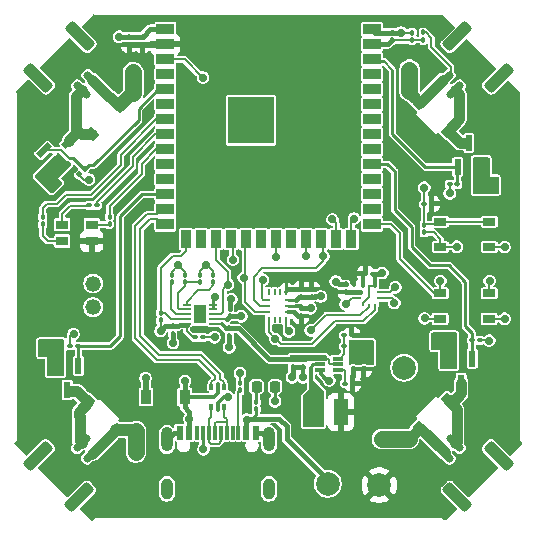
<source format=gtl>
G04 #@! TF.GenerationSoftware,KiCad,Pcbnew,9.0.0*
G04 #@! TF.CreationDate,2025-04-10T22:34:47-07:00*
G04 #@! TF.ProjectId,HOPE_ESP32_Drone,484f5045-5f45-4535-9033-325f44726f6e,rev?*
G04 #@! TF.SameCoordinates,Original*
G04 #@! TF.FileFunction,Copper,L1,Top*
G04 #@! TF.FilePolarity,Positive*
%FSLAX46Y46*%
G04 Gerber Fmt 4.6, Leading zero omitted, Abs format (unit mm)*
G04 Created by KiCad (PCBNEW 9.0.0) date 2025-04-10 22:34:47*
%MOMM*%
%LPD*%
G01*
G04 APERTURE LIST*
G04 Aperture macros list*
%AMRoundRect*
0 Rectangle with rounded corners*
0 $1 Rounding radius*
0 $2 $3 $4 $5 $6 $7 $8 $9 X,Y pos of 4 corners*
0 Add a 4 corners polygon primitive as box body*
4,1,4,$2,$3,$4,$5,$6,$7,$8,$9,$2,$3,0*
0 Add four circle primitives for the rounded corners*
1,1,$1+$1,$2,$3*
1,1,$1+$1,$4,$5*
1,1,$1+$1,$6,$7*
1,1,$1+$1,$8,$9*
0 Add four rect primitives between the rounded corners*
20,1,$1+$1,$2,$3,$4,$5,0*
20,1,$1+$1,$4,$5,$6,$7,0*
20,1,$1+$1,$6,$7,$8,$9,0*
20,1,$1+$1,$8,$9,$2,$3,0*%
%AMRotRect*
0 Rectangle, with rotation*
0 The origin of the aperture is its center*
0 $1 length*
0 $2 width*
0 $3 Rotation angle, in degrees counterclockwise*
0 Add horizontal line*
21,1,$1,$2,0,0,$3*%
G04 Aperture macros list end*
G04 #@! TA.AperFunction,SMDPad,CuDef*
%ADD10RoundRect,0.218750X0.218750X0.256250X-0.218750X0.256250X-0.218750X-0.256250X0.218750X-0.256250X0*%
G04 #@! TD*
G04 #@! TA.AperFunction,SMDPad,CuDef*
%ADD11RoundRect,0.100000X0.100000X-0.130000X0.100000X0.130000X-0.100000X0.130000X-0.100000X-0.130000X0*%
G04 #@! TD*
G04 #@! TA.AperFunction,ComponentPad*
%ADD12C,1.320800*%
G04 #@! TD*
G04 #@! TA.AperFunction,SMDPad,CuDef*
%ADD13R,0.250000X0.475000*%
G04 #@! TD*
G04 #@! TA.AperFunction,SMDPad,CuDef*
%ADD14R,0.475000X0.250000*%
G04 #@! TD*
G04 #@! TA.AperFunction,SMDPad,CuDef*
%ADD15RoundRect,0.100000X-0.100000X0.130000X-0.100000X-0.130000X0.100000X-0.130000X0.100000X0.130000X0*%
G04 #@! TD*
G04 #@! TA.AperFunction,SMDPad,CuDef*
%ADD16RoundRect,0.150000X0.388909X-0.601041X0.601041X-0.388909X-0.388909X0.601041X-0.601041X0.388909X0*%
G04 #@! TD*
G04 #@! TA.AperFunction,SMDPad,CuDef*
%ADD17RoundRect,0.250000X0.636396X-0.989949X0.989949X-0.636396X-0.636396X0.989949X-0.989949X0.636396X0*%
G04 #@! TD*
G04 #@! TA.AperFunction,SMDPad,CuDef*
%ADD18R,0.660400X0.203200*%
G04 #@! TD*
G04 #@! TA.AperFunction,SMDPad,CuDef*
%ADD19R,0.990600X1.600200*%
G04 #@! TD*
G04 #@! TA.AperFunction,SMDPad,CuDef*
%ADD20RoundRect,0.100000X0.130000X0.100000X-0.130000X0.100000X-0.130000X-0.100000X0.130000X-0.100000X0*%
G04 #@! TD*
G04 #@! TA.AperFunction,SMDPad,CuDef*
%ADD21RotRect,0.812800X1.041400X45.000000*%
G04 #@! TD*
G04 #@! TA.AperFunction,SMDPad,CuDef*
%ADD22RoundRect,0.150000X-0.601041X-0.388909X-0.388909X-0.601041X0.601041X0.388909X0.388909X0.601041X0*%
G04 #@! TD*
G04 #@! TA.AperFunction,SMDPad,CuDef*
%ADD23RoundRect,0.250000X-0.989949X-0.636396X-0.636396X-0.989949X0.989949X0.636396X0.636396X0.989949X0*%
G04 #@! TD*
G04 #@! TA.AperFunction,ComponentPad*
%ADD24C,2.000000*%
G04 #@! TD*
G04 #@! TA.AperFunction,SMDPad,CuDef*
%ADD25RotRect,0.812800X1.041400X225.000000*%
G04 #@! TD*
G04 #@! TA.AperFunction,SMDPad,CuDef*
%ADD26RoundRect,0.100000X-0.130000X-0.100000X0.130000X-0.100000X0.130000X0.100000X-0.130000X0.100000X0*%
G04 #@! TD*
G04 #@! TA.AperFunction,SMDPad,CuDef*
%ADD27R,1.000000X0.800000*%
G04 #@! TD*
G04 #@! TA.AperFunction,SMDPad,CuDef*
%ADD28RoundRect,0.150000X0.601041X0.388909X0.388909X0.601041X-0.601041X-0.388909X-0.388909X-0.601041X0*%
G04 #@! TD*
G04 #@! TA.AperFunction,SMDPad,CuDef*
%ADD29RoundRect,0.250000X0.989949X0.636396X0.636396X0.989949X-0.989949X-0.636396X-0.636396X-0.989949X0*%
G04 #@! TD*
G04 #@! TA.AperFunction,SMDPad,CuDef*
%ADD30RotRect,0.558800X1.320800X315.000000*%
G04 #@! TD*
G04 #@! TA.AperFunction,SMDPad,CuDef*
%ADD31R,0.558800X1.320800*%
G04 #@! TD*
G04 #@! TA.AperFunction,SMDPad,CuDef*
%ADD32R,0.950000X0.300000*%
G04 #@! TD*
G04 #@! TA.AperFunction,SMDPad,CuDef*
%ADD33R,0.910000X1.220000*%
G04 #@! TD*
G04 #@! TA.AperFunction,SMDPad,CuDef*
%ADD34R,0.279400X0.254000*%
G04 #@! TD*
G04 #@! TA.AperFunction,SMDPad,CuDef*
%ADD35R,0.254000X0.279400*%
G04 #@! TD*
G04 #@! TA.AperFunction,SMDPad,CuDef*
%ADD36RoundRect,0.150000X-0.388909X0.601041X-0.601041X0.388909X0.388909X-0.601041X0.601041X-0.388909X0*%
G04 #@! TD*
G04 #@! TA.AperFunction,SMDPad,CuDef*
%ADD37RoundRect,0.250000X-0.636396X0.989949X-0.989949X0.636396X0.636396X-0.989949X0.989949X-0.636396X0*%
G04 #@! TD*
G04 #@! TA.AperFunction,SMDPad,CuDef*
%ADD38R,1.050000X0.650000*%
G04 #@! TD*
G04 #@! TA.AperFunction,SMDPad,CuDef*
%ADD39R,0.600000X1.150000*%
G04 #@! TD*
G04 #@! TA.AperFunction,SMDPad,CuDef*
%ADD40R,0.300000X1.150000*%
G04 #@! TD*
G04 #@! TA.AperFunction,ComponentPad*
%ADD41O,1.000000X2.100000*%
G04 #@! TD*
G04 #@! TA.AperFunction,ComponentPad*
%ADD42O,1.000000X1.800000*%
G04 #@! TD*
G04 #@! TA.AperFunction,SMDPad,CuDef*
%ADD43RoundRect,0.100000X0.021213X0.162635X-0.162635X-0.021213X-0.021213X-0.162635X0.162635X0.021213X0*%
G04 #@! TD*
G04 #@! TA.AperFunction,SMDPad,CuDef*
%ADD44RoundRect,0.093750X0.093750X-0.156250X0.093750X0.156250X-0.093750X0.156250X-0.093750X-0.156250X0*%
G04 #@! TD*
G04 #@! TA.AperFunction,SMDPad,CuDef*
%ADD45RoundRect,0.075000X0.075000X-0.250000X0.075000X0.250000X-0.075000X0.250000X-0.075000X-0.250000X0*%
G04 #@! TD*
G04 #@! TA.AperFunction,SMDPad,CuDef*
%ADD46RotRect,0.812800X1.041400X135.000000*%
G04 #@! TD*
G04 #@! TA.AperFunction,SMDPad,CuDef*
%ADD47RotRect,0.812800X1.041400X315.000000*%
G04 #@! TD*
G04 #@! TA.AperFunction,SMDPad,CuDef*
%ADD48R,1.500000X0.900000*%
G04 #@! TD*
G04 #@! TA.AperFunction,SMDPad,CuDef*
%ADD49R,0.900000X1.500000*%
G04 #@! TD*
G04 #@! TA.AperFunction,HeatsinkPad*
%ADD50R,3.900000X3.900000*%
G04 #@! TD*
G04 #@! TA.AperFunction,SMDPad,CuDef*
%ADD51R,1.200000X2.200000*%
G04 #@! TD*
G04 #@! TA.AperFunction,ViaPad*
%ADD52C,0.711200*%
G04 #@! TD*
G04 #@! TA.AperFunction,ViaPad*
%ADD53C,0.609600*%
G04 #@! TD*
G04 #@! TA.AperFunction,Conductor*
%ADD54C,0.457200*%
G04 #@! TD*
G04 #@! TA.AperFunction,Conductor*
%ADD55C,0.304800*%
G04 #@! TD*
G04 #@! TA.AperFunction,Conductor*
%ADD56C,0.203200*%
G04 #@! TD*
G04 #@! TA.AperFunction,Conductor*
%ADD57C,0.381000*%
G04 #@! TD*
G04 #@! TA.AperFunction,Conductor*
%ADD58C,0.152400*%
G04 #@! TD*
G04 #@! TA.AperFunction,Conductor*
%ADD59C,0.254000*%
G04 #@! TD*
G04 #@! TA.AperFunction,Conductor*
%ADD60C,0.177800*%
G04 #@! TD*
G04 #@! TA.AperFunction,Conductor*
%ADD61C,0.508000*%
G04 #@! TD*
G04 #@! TA.AperFunction,Conductor*
%ADD62C,0.889000*%
G04 #@! TD*
G04 #@! TA.AperFunction,Conductor*
%ADD63C,0.635000*%
G04 #@! TD*
G04 #@! TA.AperFunction,Conductor*
%ADD64C,1.397000*%
G04 #@! TD*
G04 #@! TA.AperFunction,Conductor*
%ADD65C,1.016000*%
G04 #@! TD*
G04 #@! TA.AperFunction,Conductor*
%ADD66C,1.143000*%
G04 #@! TD*
G04 #@! TA.AperFunction,Conductor*
%ADD67C,0.200000*%
G04 #@! TD*
G04 APERTURE END LIST*
D10*
G04 #@! TO.P,D8,1,K*
G04 #@! TO.N,GND*
X127127100Y-83032600D03*
G04 #@! TO.P,D8,2,A*
G04 #@! TO.N,Net-(D8-A)*
X125552100Y-83032600D03*
G04 #@! TD*
D11*
G04 #@! TO.P,R5,1*
G04 #@! TO.N,VBUS*
X125514400Y-84978300D03*
G04 #@! TO.P,R5,2*
G04 #@! TO.N,Net-(D8-A)*
X125514400Y-84338300D03*
G04 #@! TD*
D12*
G04 #@! TO.P,VBAT,1,1*
G04 #@! TO.N,GND*
X111720000Y-74311000D03*
G04 #@! TO.P,VBAT,2,2*
G04 #@! TO.N,+BATT*
X111720000Y-76311001D03*
G04 #@! TD*
D13*
G04 #@! TO.P,MT1,1,AP_SDO/AP_AD0*
G04 #@! TO.N,/MISO*
X126582100Y-77362500D03*
G04 #@! TO.P,MT1,2,RESV*
G04 #@! TO.N,unconnected-(MT1-RESV-Pad2)*
X127082100Y-77362500D03*
G04 #@! TO.P,MT1,3,RESV__1*
G04 #@! TO.N,unconnected-(MT1-RESV__1-Pad3)*
X127582100Y-77362500D03*
G04 #@! TO.P,MT1,4,INT1/INT*
G04 #@! TO.N,/IMU_INT*
X128082100Y-77362500D03*
D14*
G04 #@! TO.P,MT1,5,VDDIO*
G04 #@! TO.N,+3.3V*
X128244600Y-76700000D03*
G04 #@! TO.P,MT1,6,GND*
G04 #@! TO.N,GND*
X128244600Y-76200000D03*
G04 #@! TO.P,MT1,7,FSYNC*
X128244600Y-75700000D03*
D13*
G04 #@! TO.P,MT1,8,VDD*
G04 #@! TO.N,+3.3V*
X128082100Y-75037500D03*
G04 #@! TO.P,MT1,9,INT2*
G04 #@! TO.N,unconnected-(MT1-INT2-Pad9)*
X127582100Y-75037500D03*
G04 #@! TO.P,MT1,10,RESV__2*
G04 #@! TO.N,unconnected-(MT1-RESV__2-Pad10)*
X127082100Y-75037500D03*
G04 #@! TO.P,MT1,11,RESV__3*
G04 #@! TO.N,unconnected-(MT1-RESV__3-Pad11)*
X126582100Y-75037500D03*
D14*
G04 #@! TO.P,MT1,12,AP_CS*
G04 #@! TO.N,/IMU_CS*
X126419600Y-75700000D03*
G04 #@! TO.P,MT1,13,AP_SCL/AP_SCLK*
G04 #@! TO.N,/SCK*
X126419600Y-76200000D03*
G04 #@! TO.P,MT1,14,AP_SDA/AP_SDIO/AP_SDI*
G04 #@! TO.N,/MOSI*
X126419600Y-76700000D03*
G04 #@! TD*
D15*
G04 #@! TO.P,R13,1*
G04 #@! TO.N,/ESP32-S3-WROOM/LED3*
X113106200Y-68641000D03*
G04 #@! TO.P,R13,2*
G04 #@! TO.N,Net-(D1-RK)*
X113106200Y-69281000D03*
G04 #@! TD*
D16*
G04 #@! TO.P,MOTOR1,1,Pin_1*
G04 #@! TO.N,/Motor1-*
X110760004Y-57948288D03*
G04 #@! TO.P,MOTOR1,2,Pin_2*
G04 #@! TO.N,+BATT*
X111643888Y-57064404D03*
D17*
G04 #@! TO.P,MOTOR1,MP*
G04 #@! TO.N,N/C*
X107083049Y-56887628D03*
X110583228Y-53387449D03*
G04 #@! TD*
D15*
G04 #@! TO.P,C21,1*
G04 #@! TO.N,/REG*
X129508200Y-80716600D03*
G04 #@! TO.P,C21,2*
G04 #@! TO.N,GND*
X129508200Y-81356600D03*
G04 #@! TD*
D18*
G04 #@! TO.P,U4,1,SYS*
G04 #@! TO.N,/REG*
X121885075Y-77711300D03*
G04 #@! TO.P,U4,2,BAT*
G04 #@! TO.N,+BATT*
X121885075Y-77311250D03*
G04 #@! TO.P,U4,3,STAT2*
G04 #@! TO.N,/STAT2*
X121885075Y-76911200D03*
G04 #@! TO.P,U4,4,/CE*
G04 #@! TO.N,GND*
X121885075Y-76511150D03*
G04 #@! TO.P,U4,5,GND*
X121885075Y-76111100D03*
G04 #@! TO.P,U4,6,TS/MR*
G04 #@! TO.N,Net-(U4-TS{slash}MR)*
X119624475Y-76111100D03*
G04 #@! TO.P,U4,7,ILIM/VSET*
G04 #@! TO.N,Net-(U4-ILIM{slash}VSET)*
X119624475Y-76511150D03*
G04 #@! TO.P,U4,8,ISET*
G04 #@! TO.N,Net-(U4-ISET)*
X119624475Y-76911200D03*
G04 #@! TO.P,U4,9,STAT1*
G04 #@! TO.N,/STAT1*
X119624475Y-77311250D03*
G04 #@! TO.P,U4,10,IN*
G04 #@! TO.N,VBUS*
X119624475Y-77711300D03*
D19*
G04 #@! TO.P,U4,11,EPAD*
G04 #@! TO.N,GND*
X120754775Y-76911200D03*
G04 #@! TD*
D11*
G04 #@! TO.P,R4,1*
G04 #@! TO.N,/ESP32-S3-WROOM/V_ADC*
X138734800Y-53700200D03*
G04 #@! TO.P,R4,2*
G04 #@! TO.N,GND*
X138734800Y-53060200D03*
G04 #@! TD*
D20*
G04 #@! TO.P,R11,1*
G04 #@! TO.N,/DRIVER3*
X142549800Y-65913000D03*
G04 #@! TO.P,R11,2*
G04 #@! TO.N,GND*
X141909800Y-65913000D03*
G04 #@! TD*
D21*
G04 #@! TO.P,CR3,1*
G04 #@! TO.N,+BATT*
X139396167Y-86511433D03*
G04 #@! TO.P,CR3,2*
G04 #@! TO.N,/Motor4-*
X141731033Y-84176567D03*
G04 #@! TD*
D20*
G04 #@! TO.P,R10,1*
G04 #@! TO.N,/DRIVER2*
X110403600Y-79603600D03*
G04 #@! TO.P,R10,2*
G04 #@! TO.N,GND*
X109763600Y-79603600D03*
G04 #@! TD*
D15*
G04 #@! TO.P,C22,1*
G04 #@! TO.N,/REG*
X128619200Y-80716600D03*
G04 #@! TO.P,C22,2*
G04 #@! TO.N,GND*
X128619200Y-81356600D03*
G04 #@! TD*
D22*
G04 #@! TO.P,MOTOR3,1,Pin_1*
G04 #@! TO.N,+BATT*
X141489161Y-57072776D03*
G04 #@! TO.P,MOTOR3,2,Pin_2*
G04 #@! TO.N,/Motor3-*
X142373045Y-57956660D03*
D23*
G04 #@! TO.P,MOTOR3,MP*
G04 #@! TO.N,N/C*
X142549821Y-53395821D03*
X146050000Y-56896000D03*
G04 #@! TD*
D24*
G04 #@! TO.P,3.3V,1,1*
G04 #@! TO.N,+3.3V*
X135940800Y-91389200D03*
G04 #@! TD*
D25*
G04 #@! TO.P,CR1,1*
G04 #@! TO.N,+BATT*
X113918033Y-59284567D03*
G04 #@! TO.P,CR1,2*
G04 #@! TO.N,/Motor1-*
X111583167Y-61619433D03*
G04 #@! TD*
D26*
G04 #@! TO.P,R21,1*
G04 #@! TO.N,Net-(IC2-FB)*
X132979200Y-79603600D03*
G04 #@! TO.P,R21,2*
G04 #@! TO.N,GND*
X133619200Y-79603600D03*
G04 #@! TD*
D11*
G04 #@! TO.P,C23,1*
G04 #@! TO.N,+3.3V*
X133748600Y-81534000D03*
G04 #@! TO.P,C23,2*
G04 #@! TO.N,GND*
X133748600Y-80894000D03*
G04 #@! TD*
G04 #@! TO.P,C24,1*
G04 #@! TO.N,+3.3V*
X129336800Y-77053400D03*
G04 #@! TO.P,C24,2*
G04 #@! TO.N,GND*
X129336800Y-76413400D03*
G04 #@! TD*
D26*
G04 #@! TO.P,R19,1*
G04 #@! TO.N,Net-(IC2-PG)*
X133055400Y-82778600D03*
G04 #@! TO.P,R19,2*
G04 #@! TO.N,+3.3V*
X133695400Y-82778600D03*
G04 #@! TD*
D27*
G04 #@! TO.P,D1,1,A*
G04 #@! TO.N,+3.3V*
X111593000Y-70716600D03*
G04 #@! TO.P,D1,2,RK*
G04 #@! TO.N,Net-(D1-RK)*
X111593000Y-69316600D03*
G04 #@! TO.P,D1,3,GK*
G04 #@! TO.N,Net-(D1-GK)*
X109093000Y-69316600D03*
G04 #@! TO.P,D1,4,BK*
G04 #@! TO.N,Net-(D1-BK)*
X109093000Y-70716600D03*
G04 #@! TD*
D28*
G04 #@! TO.P,MOTOR2,1,Pin_1*
G04 #@! TO.N,+BATT*
X111618488Y-88731597D03*
G04 #@! TO.P,MOTOR2,2,Pin_2*
G04 #@! TO.N,/Motor2-*
X110734604Y-87847713D03*
D29*
G04 #@! TO.P,MOTOR2,MP*
G04 #@! TO.N,N/C*
X110557828Y-92408552D03*
X107057649Y-88908373D03*
G04 #@! TD*
D20*
G04 #@! TO.P,R20,1*
G04 #@! TO.N,+3.3V*
X133621600Y-78689200D03*
G04 #@! TO.P,R20,2*
G04 #@! TO.N,Net-(IC2-FB)*
X132981600Y-78689200D03*
G04 #@! TD*
D11*
G04 #@! TO.P,R23,1*
G04 #@! TO.N,Net-(U4-ISET)*
X118369275Y-74222900D03*
G04 #@! TO.P,R23,2*
G04 #@! TO.N,GND*
X118369275Y-73582900D03*
G04 #@! TD*
D20*
G04 #@! TO.P,R8,1*
G04 #@! TO.N,/ESP32-S3-WROOM/LED2*
X112029200Y-67691000D03*
G04 #@! TO.P,R8,2*
G04 #@! TO.N,Net-(D1-GK)*
X111389200Y-67691000D03*
G04 #@! TD*
D11*
G04 #@! TO.P,C28,1*
G04 #@! TO.N,+BATT*
X123266200Y-77078800D03*
G04 #@! TO.P,C28,2*
G04 #@! TO.N,GND*
X123266200Y-76438800D03*
G04 #@! TD*
D30*
G04 #@! TO.P,MOSFET1,1,G*
G04 #@! TO.N,/DRIVER1*
X107578550Y-63015991D03*
G04 #@! TO.P,MOSFET1,2,S*
G04 #@! TO.N,GND*
X108916609Y-64354050D03*
G04 #@! TO.P,MOSFET1,3,D*
G04 #@! TO.N,/Motor1-*
X109684420Y-62248180D03*
G04 #@! TD*
D15*
G04 #@! TO.P,R3,1*
G04 #@! TO.N,+BATT*
X139674600Y-53045400D03*
G04 #@! TO.P,R3,2*
G04 #@! TO.N,/ESP32-S3-WROOM/V_ADC*
X139674600Y-53685400D03*
G04 #@! TD*
D31*
G04 #@! TO.P,MOSFET2,1,G*
G04 #@! TO.N,/DRIVER2*
X110470950Y-81280000D03*
G04 #@! TO.P,MOSFET2,2,S*
G04 #@! TO.N,GND*
X108578650Y-81280000D03*
G04 #@! TO.P,MOSFET2,3,D*
G04 #@! TO.N,/Motor2-*
X109524800Y-83312000D03*
G04 #@! TD*
D32*
G04 #@! TO.P,IC2,1,VIN*
G04 #@! TO.N,/REG*
X130954600Y-80661000D03*
G04 #@! TO.P,IC2,2,SW*
G04 #@! TO.N,/SW*
X130954600Y-81161000D03*
G04 #@! TO.P,IC2,3,GND*
G04 #@! TO.N,GND*
X130954600Y-81661000D03*
G04 #@! TO.P,IC2,4,PG*
G04 #@! TO.N,Net-(IC2-PG)*
X132454600Y-81661000D03*
G04 #@! TO.P,IC2,5,EN*
G04 #@! TO.N,/REG*
X132454600Y-81161000D03*
G04 #@! TO.P,IC2,6,FB*
G04 #@! TO.N,Net-(IC2-FB)*
X132454600Y-80661000D03*
G04 #@! TD*
D33*
G04 #@! TO.P,D3,1,K*
G04 #@! TO.N,VBUS*
X119465600Y-83921600D03*
G04 #@! TO.P,D3,2,A*
G04 #@! TO.N,GND*
X116195600Y-83921600D03*
G04 #@! TD*
D15*
G04 #@! TO.P,C25,1*
G04 #@! TO.N,+3.3V*
X129336800Y-74804000D03*
G04 #@! TO.P,C25,2*
G04 #@! TO.N,GND*
X129336800Y-75444000D03*
G04 #@! TD*
G04 #@! TO.P,R1,1*
G04 #@! TO.N,/ESP32-S3-WROOM/LED1*
X107442000Y-68651200D03*
G04 #@! TO.P,R1,2*
G04 #@! TO.N,Net-(D1-BK)*
X107442000Y-69291200D03*
G04 #@! TD*
D34*
G04 #@! TO.P,U7,1,VDDIO*
G04 #@! TO.N,+3.3V*
X134293800Y-75061000D03*
G04 #@! TO.P,U7,2,SCK*
G04 #@! TO.N,/SCK*
X134293800Y-75561000D03*
D35*
G04 #@! TO.P,U7,3,VSS*
G04 #@! TO.N,GND*
X134581201Y-76098400D03*
G04 #@! TO.P,U7,4,SDI*
G04 #@! TO.N,/MOSI*
X135081200Y-76098400D03*
G04 #@! TO.P,U7,5,SDO*
G04 #@! TO.N,/MISO*
X135581199Y-76098400D03*
D34*
G04 #@! TO.P,U7,6,CSB*
G04 #@! TO.N,/BMP_CS*
X135868600Y-75561000D03*
G04 #@! TO.P,U7,7,INT*
G04 #@! TO.N,/BMP_INT*
X135868600Y-75061000D03*
D35*
G04 #@! TO.P,U7,8,VSS*
G04 #@! TO.N,GND*
X135581199Y-74523600D03*
G04 #@! TO.P,U7,9,VSS*
X135081200Y-74523600D03*
G04 #@! TO.P,U7,10,VDD*
G04 #@! TO.N,+3.3V*
X134581201Y-74523600D03*
G04 #@! TD*
D36*
G04 #@! TO.P,MOTOR4,1,Pin_1*
G04 #@! TO.N,/Motor4-*
X142376397Y-87847713D03*
G04 #@! TO.P,MOTOR4,2,Pin_2*
G04 #@! TO.N,+BATT*
X141492513Y-88731597D03*
D37*
G04 #@! TO.P,MOTOR4,MP*
G04 #@! TO.N,N/C*
X146053352Y-88908373D03*
X142553173Y-92408552D03*
G04 #@! TD*
D38*
G04 #@! TO.P,EN,1*
G04 #@! TO.N,/ESP32-S3-WROOM/EN*
X141122400Y-69071600D03*
G04 #@! TO.P,EN,2*
X145272400Y-69071600D03*
G04 #@! TO.P,EN,3*
G04 #@! TO.N,GND*
X141122400Y-71221600D03*
G04 #@! TO.P,EN,4*
X145272400Y-71221600D03*
G04 #@! TD*
D26*
G04 #@! TO.P,R12,1*
G04 #@! TO.N,/DRIVER4*
X143799600Y-79121000D03*
G04 #@! TO.P,R12,2*
G04 #@! TO.N,GND*
X144439600Y-79121000D03*
G04 #@! TD*
D15*
G04 #@! TO.P,C26,1*
G04 #@! TO.N,+3.3V*
X130225800Y-74813200D03*
G04 #@! TO.P,C26,2*
G04 #@! TO.N,GND*
X130225800Y-75453200D03*
G04 #@! TD*
D11*
G04 #@! TO.P,C31,1*
G04 #@! TO.N,+3.3V*
X133108001Y-75021400D03*
G04 #@! TO.P,C31,2*
G04 #@! TO.N,GND*
X133108001Y-74381400D03*
G04 #@! TD*
G04 #@! TO.P,R27,1*
G04 #@! TO.N,Net-(J7-CC2)*
X124155200Y-83352600D03*
G04 #@! TO.P,R27,2*
G04 #@! TO.N,GND*
X124155200Y-82712600D03*
G04 #@! TD*
D26*
G04 #@! TO.P,R7,1*
G04 #@! TO.N,VBUS*
X120364925Y-78867000D03*
G04 #@! TO.P,R7,2*
G04 #@! TO.N,/STAT2*
X121004925Y-78867000D03*
G04 #@! TD*
G04 #@! TO.P,C32,1*
G04 #@! TO.N,+3.3V*
X134757200Y-73482200D03*
G04 #@! TO.P,C32,2*
G04 #@! TO.N,GND*
X135397200Y-73482200D03*
G04 #@! TD*
D11*
G04 #@! TO.P,R6,1*
G04 #@! TO.N,VBUS*
X117424200Y-77434400D03*
G04 #@! TO.P,R6,2*
G04 #@! TO.N,/STAT1*
X117424200Y-76794400D03*
G04 #@! TD*
G04 #@! TO.P,C27,1*
G04 #@! TO.N,+3.3V*
X134637600Y-81534000D03*
G04 #@! TO.P,C27,2*
G04 #@! TO.N,GND*
X134637600Y-80894000D03*
G04 #@! TD*
D20*
G04 #@! TO.P,R2,1*
G04 #@! TO.N,+3.3V*
X140385800Y-67564000D03*
G04 #@! TO.P,R2,2*
G04 #@! TO.N,/ESP32-S3-WROOM/EN*
X139745800Y-67564000D03*
G04 #@! TD*
D15*
G04 #@! TO.P,C4,1*
G04 #@! TO.N,/ESP32-S3-WROOM/EN*
X139743000Y-69344000D03*
G04 #@! TO.P,C4,2*
G04 #@! TO.N,GND*
X139743000Y-69984000D03*
G04 #@! TD*
D11*
G04 #@! TO.P,C6,1*
G04 #@! TO.N,+3.3V*
X115900200Y-54076600D03*
G04 #@! TO.P,C6,2*
G04 #@! TO.N,GND*
X115900200Y-53436600D03*
G04 #@! TD*
D24*
G04 #@! TO.P,TP3,1,1*
G04 #@! TO.N,GND*
X138049000Y-81432400D03*
G04 #@! TD*
D39*
G04 #@! TO.P,J7,A1_B12,GND*
G04 #@! TO.N,GND*
X119075600Y-86939000D03*
G04 #@! TO.P,J7,A4_B9,VBUS*
G04 #@! TO.N,VBUS*
X119875600Y-86939000D03*
D40*
G04 #@! TO.P,J7,A5,CC1*
G04 #@! TO.N,Net-(J7-CC1)*
X121025600Y-86939000D03*
G04 #@! TO.P,J7,A6,DP1*
G04 #@! TO.N,/D+*
X122025600Y-86939000D03*
G04 #@! TO.P,J7,A7,DN1*
G04 #@! TO.N,/D-*
X122525600Y-86939000D03*
G04 #@! TO.P,J7,A8,SBU1*
G04 #@! TO.N,unconnected-(J7-SBU1-PadA8)*
X123525600Y-86939000D03*
D39*
G04 #@! TO.P,J7,B1_A12,GND*
G04 #@! TO.N,GND*
X125475600Y-86939000D03*
G04 #@! TO.P,J7,B4_A9,VBUS*
G04 #@! TO.N,VBUS*
X124675600Y-86939000D03*
D40*
G04 #@! TO.P,J7,B5,CC2*
G04 #@! TO.N,Net-(J7-CC2)*
X124025600Y-86939000D03*
G04 #@! TO.P,J7,B6,DP2*
G04 #@! TO.N,/D+*
X123025600Y-86939000D03*
G04 #@! TO.P,J7,B7,DN2*
G04 #@! TO.N,/D-*
X121525600Y-86939000D03*
G04 #@! TO.P,J7,B8,SBU2*
G04 #@! TO.N,unconnected-(J7-SBU2-PadB8)*
X120525600Y-86939000D03*
D41*
G04 #@! TO.P,J7,SH1,SHELL_GND*
G04 #@! TO.N,GND*
X117955600Y-87514000D03*
G04 #@! TO.P,J7,SH2,SHELL_GND*
X126595600Y-87514000D03*
D42*
G04 #@! TO.P,J7,SH3,SHELL_GND*
X117955600Y-91694000D03*
G04 #@! TO.P,J7,SH4,SHELL_GND*
X126595600Y-91694000D03*
G04 #@! TD*
D43*
G04 #@! TO.P,R9,1*
G04 #@! TO.N,/DRIVER1*
X110995674Y-64619926D03*
G04 #@! TO.P,R9,2*
G04 #@! TO.N,GND*
X110543126Y-65072474D03*
G04 #@! TD*
D38*
G04 #@! TO.P,BOOT,1*
G04 #@! TO.N,/ESP32-S3-WROOM/Boot*
X141103352Y-75150400D03*
G04 #@! TO.P,BOOT,2*
X145253352Y-75150400D03*
G04 #@! TO.P,BOOT,3*
G04 #@! TO.N,GND*
X141103352Y-77300400D03*
G04 #@! TO.P,BOOT,4*
X145253352Y-77300400D03*
G04 #@! TD*
D15*
G04 #@! TO.P,C30,1*
G04 #@! TO.N,VBUS*
X118465600Y-77937400D03*
G04 #@! TO.P,C30,2*
G04 #@! TO.N,GND*
X118465600Y-78577400D03*
G04 #@! TD*
D11*
G04 #@! TO.P,R22,1*
G04 #@! TO.N,Net-(U4-TS{slash}MR)*
X121894600Y-74223800D03*
G04 #@! TO.P,R22,2*
G04 #@! TO.N,GND*
X121894600Y-73583800D03*
G04 #@! TD*
D44*
G04 #@! TO.P,U2,1,I/O1*
G04 #@! TO.N,/D-*
X121738100Y-84746200D03*
D45*
G04 #@! TO.P,U2,2,GND*
G04 #@! TO.N,GND*
X122275600Y-84821200D03*
D44*
G04 #@! TO.P,U2,3,I/O2*
G04 #@! TO.N,/D+*
X122813100Y-84746200D03*
G04 #@! TO.P,U2,4,I/O2*
G04 #@! TO.N,/USB+*
X122813100Y-83046200D03*
D45*
G04 #@! TO.P,U2,5,VBUS*
G04 #@! TO.N,VBUS*
X122275600Y-82971200D03*
D44*
G04 #@! TO.P,U2,6,I/O1*
G04 #@! TO.N,/USB-*
X121738100Y-83046200D03*
G04 #@! TD*
D31*
G04 #@! TO.P,MOSFET3,1,G*
G04 #@! TO.N,/DRIVER3*
X142589250Y-64439800D03*
G04 #@! TO.P,MOSFET3,2,S*
G04 #@! TO.N,GND*
X144481550Y-64439800D03*
G04 #@! TO.P,MOSFET3,3,D*
G04 #@! TO.N,/Motor3-*
X143535400Y-62407800D03*
G04 #@! TD*
D46*
G04 #@! TO.P,CR2,1*
G04 #@! TO.N,+BATT*
X113638633Y-86714633D03*
G04 #@! TO.P,CR2,2*
G04 #@! TO.N,/Motor2-*
X111303767Y-84379767D03*
G04 #@! TD*
D47*
G04 #@! TO.P,CR4,1*
G04 #@! TO.N,+BATT*
X139396167Y-59030567D03*
G04 #@! TO.P,CR4,2*
G04 #@! TO.N,/Motor3-*
X141731033Y-61365433D03*
G04 #@! TD*
D15*
G04 #@! TO.P,C29,1*
G04 #@! TO.N,/REG*
X123240800Y-78115200D03*
G04 #@! TO.P,C29,2*
G04 #@! TO.N,GND*
X123240800Y-78755200D03*
G04 #@! TD*
D48*
G04 #@! TO.P,U1,1,GND*
G04 #@! TO.N,GND*
X117836000Y-52788000D03*
G04 #@! TO.P,U1,2,3V3*
G04 #@! TO.N,+3.3V*
X117836000Y-54058000D03*
G04 #@! TO.P,U1,3,EN*
G04 #@! TO.N,/ESP32-S3-WROOM/EN*
X117836000Y-55328000D03*
G04 #@! TO.P,U1,4,IO4*
G04 #@! TO.N,unconnected-(U1-IO4-Pad4)*
X117836000Y-56598000D03*
G04 #@! TO.P,U1,5,IO5*
G04 #@! TO.N,/DRIVER1*
X117836000Y-57868000D03*
G04 #@! TO.P,U1,6,IO6*
G04 #@! TO.N,unconnected-(U1-IO6-Pad6)*
X117836000Y-59138000D03*
G04 #@! TO.P,U1,7,IO7*
G04 #@! TO.N,/ESP32-S3-WROOM/LED1*
X117836000Y-60408000D03*
G04 #@! TO.P,U1,8,IO15*
G04 #@! TO.N,/ESP32-S3-WROOM/LED2*
X117836000Y-61678000D03*
G04 #@! TO.P,U1,9,IO16*
G04 #@! TO.N,/ESP32-S3-WROOM/LED3*
X117836000Y-62948000D03*
G04 #@! TO.P,U1,10,IO17*
G04 #@! TO.N,unconnected-(U1-IO17-Pad10)*
X117836000Y-64218000D03*
G04 #@! TO.P,U1,11,IO18*
G04 #@! TO.N,unconnected-(U1-IO18-Pad11)*
X117836000Y-65488000D03*
G04 #@! TO.P,U1,12,IO8*
G04 #@! TO.N,/DRIVER2*
X117836000Y-66758000D03*
G04 #@! TO.P,U1,13,USB_D-*
G04 #@! TO.N,/USB-*
X117836000Y-68028000D03*
G04 #@! TO.P,U1,14,USB_D+*
G04 #@! TO.N,/USB+*
X117836000Y-69298000D03*
D49*
G04 #@! TO.P,U1,15,IO3*
G04 #@! TO.N,/STAT1*
X119601000Y-70548000D03*
G04 #@! TO.P,U1,16,IO46*
G04 #@! TO.N,unconnected-(U1-IO46-Pad16)*
X120871000Y-70548000D03*
G04 #@! TO.P,U1,17,IO9*
G04 #@! TO.N,/STAT2*
X122141000Y-70548000D03*
G04 #@! TO.P,U1,18,IO10*
G04 #@! TO.N,/IMU_CS*
X123411000Y-70548000D03*
G04 #@! TO.P,U1,19,IO11*
G04 #@! TO.N,/MOSI*
X124681000Y-70548000D03*
G04 #@! TO.P,U1,20,IO12*
G04 #@! TO.N,unconnected-(U1-IO12-Pad20)*
X125951000Y-70548000D03*
G04 #@! TO.P,U1,21,IO13*
G04 #@! TO.N,/MISO*
X127221000Y-70548000D03*
G04 #@! TO.P,U1,22,IO14*
G04 #@! TO.N,unconnected-(U1-IO14-Pad22)*
X128491000Y-70548000D03*
G04 #@! TO.P,U1,23,IO21*
G04 #@! TO.N,/IMU_INT*
X129761000Y-70548000D03*
G04 #@! TO.P,U1,24,IO47*
G04 #@! TO.N,/SCK*
X131031000Y-70548000D03*
G04 #@! TO.P,U1,25,IO48*
G04 #@! TO.N,/BMP_INT*
X132301000Y-70548000D03*
G04 #@! TO.P,U1,26,IO45*
G04 #@! TO.N,/BMP_CS*
X133571000Y-70548000D03*
D48*
G04 #@! TO.P,U1,27,IO0*
G04 #@! TO.N,/ESP32-S3-WROOM/Boot*
X135336000Y-69298000D03*
G04 #@! TO.P,U1,28,IO35*
G04 #@! TO.N,unconnected-(U1-IO35-Pad28)*
X135336000Y-68028000D03*
G04 #@! TO.P,U1,29,IO36*
G04 #@! TO.N,unconnected-(U1-IO36-Pad29)*
X135336000Y-66758000D03*
G04 #@! TO.P,U1,30,IO37*
G04 #@! TO.N,unconnected-(U1-IO37-Pad30)*
X135336000Y-65488000D03*
G04 #@! TO.P,U1,31,IO38*
G04 #@! TO.N,/DRIVER4*
X135336000Y-64218000D03*
G04 #@! TO.P,U1,32,IO39*
G04 #@! TO.N,unconnected-(U1-IO39-Pad32)*
X135336000Y-62948000D03*
G04 #@! TO.P,U1,33,IO40*
G04 #@! TO.N,unconnected-(U1-IO40-Pad33)*
X135336000Y-61678000D03*
G04 #@! TO.P,U1,34,IO41*
G04 #@! TO.N,unconnected-(U1-IO41-Pad34)*
X135336000Y-60408000D03*
G04 #@! TO.P,U1,35,IO42*
G04 #@! TO.N,unconnected-(U1-IO42-Pad35)*
X135336000Y-59138000D03*
G04 #@! TO.P,U1,36,RXD0*
G04 #@! TO.N,unconnected-(U1-RXD0-Pad36)*
X135336000Y-57868000D03*
G04 #@! TO.P,U1,37,TXD0*
G04 #@! TO.N,unconnected-(U1-TXD0-Pad37)*
X135336000Y-56598000D03*
G04 #@! TO.P,U1,38,IO2*
G04 #@! TO.N,/DRIVER3*
X135336000Y-55328000D03*
G04 #@! TO.P,U1,39,IO1*
G04 #@! TO.N,/ESP32-S3-WROOM/V_ADC*
X135336000Y-54058000D03*
G04 #@! TO.P,U1,40,GND*
G04 #@! TO.N,GND*
X135336000Y-52788000D03*
D50*
G04 #@! TO.P,U1,41,GND*
X125086000Y-60508000D03*
G04 #@! TD*
D11*
G04 #@! TO.P,C5,1*
G04 #@! TO.N,+3.3V*
X114782600Y-54076600D03*
G04 #@! TO.P,C5,2*
G04 #@! TO.N,GND*
X114782600Y-53436600D03*
G04 #@! TD*
G04 #@! TO.P,C7,1*
G04 #@! TO.N,/ESP32-S3-WROOM/V_ADC*
X137007600Y-53700600D03*
G04 #@! TO.P,C7,2*
G04 #@! TO.N,GND*
X137007600Y-53060600D03*
G04 #@! TD*
D51*
G04 #@! TO.P,L2,1,1*
G04 #@! TO.N,/SW*
X130489600Y-85191600D03*
G04 #@! TO.P,L2,2,2*
G04 #@! TO.N,+3.3V*
X132689600Y-85191600D03*
G04 #@! TD*
D11*
G04 #@! TO.P,R25,1*
G04 #@! TO.N,Net-(U4-ILIM{slash}VSET)*
X120751600Y-74223800D03*
G04 #@! TO.P,R25,2*
G04 #@! TO.N,GND*
X120751600Y-73583800D03*
G04 #@! TD*
D31*
G04 #@! TO.P,MOSFET4,1,G*
G04 #@! TO.N,/DRIVER4*
X143821150Y-80670400D03*
G04 #@! TO.P,MOSFET4,2,S*
G04 #@! TO.N,GND*
X141928850Y-80670400D03*
G04 #@! TO.P,MOSFET4,3,D*
G04 #@! TO.N,/Motor4-*
X142875000Y-82702400D03*
G04 #@! TD*
D11*
G04 #@! TO.P,R24,1*
G04 #@! TO.N,Net-(U4-ILIM{slash}VSET)*
X119461475Y-74223800D03*
G04 #@! TO.P,R24,2*
G04 #@! TO.N,GND*
X119461475Y-73583800D03*
G04 #@! TD*
D24*
G04 #@! TO.P,VBUS,1,1*
G04 #@! TO.N,VBUS*
X131572000Y-91262200D03*
G04 #@! TD*
D52*
G04 #@! TO.N,GND*
X107727750Y-79825850D03*
X146558000Y-71221600D03*
X108254800Y-65862200D03*
X146558000Y-77292200D03*
X130124200Y-76403200D03*
X131724400Y-82524600D03*
X141966950Y-79216250D03*
X116154200Y-82321400D03*
X108692950Y-79800450D03*
X142519400Y-71196200D03*
X118922800Y-72771000D03*
X113919000Y-53416200D03*
X145415000Y-65938400D03*
X110058200Y-78613000D03*
X144449800Y-65963800D03*
X139776200Y-77266800D03*
D53*
X120751600Y-76504800D03*
D52*
X137795000Y-53060600D03*
D53*
X120751600Y-77317600D03*
D52*
X129463800Y-82245200D03*
X141001750Y-79241650D03*
X126238000Y-59436000D03*
X121310400Y-72720200D03*
X134264400Y-80035400D03*
X130983200Y-75408000D03*
X122021600Y-75412600D03*
X123139200Y-83896200D03*
X123952000Y-60579000D03*
X136200800Y-73412000D03*
X127101600Y-84277200D03*
X145262600Y-79146400D03*
X126238000Y-61722000D03*
X135077200Y-80035400D03*
X123952000Y-59436000D03*
X132257800Y-74142600D03*
X118491000Y-79349600D03*
X123952000Y-61722000D03*
X141909800Y-66675000D03*
X125095000Y-60579000D03*
X125095000Y-61722000D03*
X128574800Y-82245200D03*
X123418600Y-75641200D03*
X126238000Y-60579000D03*
X111353600Y-65506600D03*
X123240800Y-79705200D03*
X107518200Y-65151000D03*
X125095000Y-59436000D03*
X124155200Y-81915000D03*
G04 #@! TO.N,/ESP32-S3-WROOM/EN*
X139750800Y-66192400D03*
X121005600Y-56870600D03*
G04 #@! TO.N,+BATT*
X115341400Y-86817200D03*
X115110466Y-58214466D03*
X124256800Y-77078800D03*
X137337800Y-87472932D03*
X138506200Y-56210200D03*
X115341400Y-87706200D03*
X115112800Y-56413400D03*
X115339066Y-88618266D03*
X136144000Y-87503000D03*
X115112800Y-57302400D03*
X138506200Y-57099200D03*
X138432334Y-87475266D03*
X138503866Y-58011266D03*
G04 #@! TO.N,VBUS*
X117424200Y-78333600D03*
X119507000Y-82550000D03*
X119875600Y-85775800D03*
X124739400Y-85826600D03*
G04 #@! TO.N,/MOSI*
X124460000Y-73812400D03*
X130124200Y-78282800D03*
G04 #@! TO.N,/IMU_INT*
X128295400Y-78359000D03*
X129768600Y-72009000D03*
G04 #@! TO.N,/SCK*
X133108001Y-76073000D03*
X131216400Y-72009000D03*
G04 #@! TO.N,/IMU_CS*
X123545600Y-72288400D03*
X126098300Y-74002900D03*
G04 #@! TO.N,/MISO*
X127203200Y-72034400D03*
X127152400Y-78994000D03*
G04 #@! TO.N,/STAT2*
X123139200Y-74396600D03*
X121996200Y-78867000D03*
G04 #@! TO.N,/ESP32-S3-WROOM/Boot*
X141122400Y-74091800D03*
X145288000Y-74091800D03*
G04 #@! TO.N,/BMP_CS*
X133807200Y-68808600D03*
X137210800Y-75946000D03*
G04 #@! TO.N,/BMP_INT*
X131978400Y-68884800D03*
X137312400Y-74625200D03*
G04 #@! TO.N,Net-(J7-CC1)*
X121056400Y-88341200D03*
G04 #@! TD*
D54*
G04 #@! TO.N,GND*
X116548800Y-52788000D02*
X115900200Y-53436600D01*
D55*
X131546600Y-82524600D02*
X131724400Y-82524600D01*
D56*
X145237200Y-79121000D02*
X145262600Y-79146400D01*
X137795400Y-53060200D02*
X137795000Y-53060600D01*
D54*
X115900200Y-53436600D02*
X114782600Y-53436600D01*
D57*
X130983200Y-75408000D02*
X130527462Y-75408000D01*
D55*
X137185400Y-53060600D02*
X137109200Y-52984400D01*
D56*
X146549800Y-77300400D02*
X146558000Y-77292200D01*
D55*
X137109200Y-52984400D02*
X137083800Y-52984400D01*
X129307100Y-76200000D02*
X129285400Y-76178300D01*
D57*
X130216600Y-75444000D02*
X130225800Y-75453200D01*
D55*
X130987800Y-81694200D02*
X130987800Y-81940400D01*
D58*
X135081200Y-75459400D02*
X135081200Y-74523600D01*
D57*
X125475600Y-86939000D02*
X126020600Y-86939000D01*
D59*
X121885075Y-76111100D02*
X121885075Y-75574525D01*
D56*
X121361200Y-72720200D02*
X121894600Y-73253600D01*
D57*
X123266200Y-76438800D02*
X123266200Y-75793600D01*
X123240800Y-79705200D02*
X123240800Y-78755200D01*
D56*
X110543126Y-65102526D02*
X110543126Y-65067822D01*
X119461475Y-73309675D02*
X118922800Y-72771000D01*
D57*
X129508200Y-81356600D02*
X128619200Y-81356600D01*
X130266500Y-75412500D02*
X130225800Y-75453200D01*
X118491000Y-78602800D02*
X118465600Y-78577400D01*
D55*
X135581199Y-73666199D02*
X135397200Y-73482200D01*
D56*
X119461475Y-73583800D02*
X119461475Y-73309675D01*
X108794550Y-79800450D02*
X108692950Y-79800450D01*
X141909800Y-66675000D02*
X141909800Y-65913000D01*
D55*
X135581199Y-74523600D02*
X135581199Y-73666199D01*
D56*
X146558000Y-71221600D02*
X145272400Y-71221600D01*
X145253352Y-77300400D02*
X146549800Y-77300400D01*
X121894600Y-73253600D02*
X121894600Y-73583800D01*
D55*
X137083800Y-52984400D02*
X137007600Y-53060600D01*
D57*
X130527462Y-75408000D02*
X130522962Y-75412500D01*
D56*
X109900800Y-78613000D02*
X109763600Y-78750200D01*
X108676400Y-64494450D02*
X108680250Y-64490600D01*
D55*
X130987800Y-81940400D02*
X131191000Y-82143600D01*
D59*
X128832500Y-76200000D02*
X128244600Y-76200000D01*
D56*
X138734800Y-53060200D02*
X137795400Y-53060200D01*
D55*
X127101600Y-83058100D02*
X127127100Y-83032600D01*
D59*
X121885075Y-75574525D02*
X121894600Y-75565000D01*
D60*
X139776200Y-77266800D02*
X139809800Y-77300400D01*
D55*
X131191000Y-82169000D02*
X131546600Y-82524600D01*
D56*
X135081200Y-74523600D02*
X135581199Y-74523600D01*
D57*
X118491000Y-79349600D02*
X118491000Y-78602800D01*
D56*
X110947200Y-65506600D02*
X110543126Y-65102526D01*
D57*
X128871600Y-75700000D02*
X129127600Y-75444000D01*
D56*
X110058200Y-78613000D02*
X109900800Y-78613000D01*
D57*
X129127600Y-75444000D02*
X130216600Y-75444000D01*
D58*
X134581201Y-76098400D02*
X134581201Y-75959399D01*
D57*
X132257800Y-74142600D02*
X132496600Y-74381400D01*
D60*
X140570600Y-69984000D02*
X139743000Y-69984000D01*
X141122400Y-71221600D02*
X141122400Y-70535800D01*
D57*
X119075600Y-86939000D02*
X118530600Y-86939000D01*
D60*
X141122400Y-70535800D02*
X140570600Y-69984000D01*
D56*
X111353600Y-65506600D02*
X110947200Y-65506600D01*
D55*
X131191000Y-82143600D02*
X131191000Y-82169000D01*
D61*
X116195600Y-83921600D02*
X116195600Y-82362800D01*
D56*
X118369275Y-73582900D02*
X118369275Y-73324525D01*
X120751600Y-73583800D02*
X120751600Y-73279000D01*
D61*
X116195600Y-82362800D02*
X116154200Y-82321400D01*
D57*
X130522962Y-75412500D02*
X130266500Y-75412500D01*
D54*
X113939400Y-53436600D02*
X113919000Y-53416200D01*
D55*
X128619200Y-82200800D02*
X128574800Y-82245200D01*
D59*
X121885075Y-76111100D02*
X121885075Y-76377800D01*
D54*
X114782600Y-53436600D02*
X113939400Y-53436600D01*
D59*
X127101600Y-84277200D02*
X127101600Y-83058100D01*
D58*
X134581201Y-75959399D02*
X135077200Y-75463400D01*
D54*
X117836000Y-52788000D02*
X116548800Y-52788000D01*
D57*
X130111600Y-76390600D02*
X129336800Y-76390600D01*
D55*
X122809000Y-83896200D02*
X122275600Y-84429600D01*
X129463800Y-82245200D02*
X129463800Y-81401000D01*
D57*
X128619200Y-81356600D02*
X128619200Y-82200800D01*
X126020600Y-86939000D02*
X126595600Y-87514000D01*
D59*
X128244600Y-75700000D02*
X128871600Y-75700000D01*
D57*
X123266200Y-75793600D02*
X123418600Y-75641200D01*
D56*
X121310400Y-72720200D02*
X121361200Y-72720200D01*
D60*
X142519400Y-71196200D02*
X141147800Y-71196200D01*
D57*
X132496600Y-74381400D02*
X133108001Y-74381400D01*
D60*
X141147800Y-71196200D02*
X141122400Y-71221600D01*
D57*
X137795000Y-53060600D02*
X137185400Y-53060600D01*
D56*
X144439600Y-79121000D02*
X145237200Y-79121000D01*
D57*
X136130601Y-73482200D02*
X135397200Y-73482200D01*
X118530600Y-86939000D02*
X117955600Y-87514000D01*
D55*
X122275600Y-84429600D02*
X122275600Y-84821200D01*
D60*
X140735048Y-77300400D02*
X140919200Y-77484552D01*
D55*
X129285400Y-76178300D02*
X128854200Y-76178300D01*
X135608600Y-53060600D02*
X135336000Y-52788000D01*
D56*
X118369275Y-73324525D02*
X118922800Y-72771000D01*
X120751600Y-73279000D02*
X121310400Y-72720200D01*
D55*
X129463800Y-81401000D02*
X129508200Y-81356600D01*
D57*
X136200800Y-73412000D02*
X136130601Y-73482200D01*
D60*
X139809800Y-77300400D02*
X140735048Y-77300400D01*
D61*
X130124200Y-76403200D02*
X130111600Y-76390600D01*
D56*
X128854200Y-76178300D02*
X128832500Y-76200000D01*
D55*
X130954600Y-81661000D02*
X130987800Y-81694200D01*
D57*
X137007600Y-53060600D02*
X135608600Y-53060600D01*
D56*
X124155200Y-82712600D02*
X124155200Y-81915000D01*
X109763600Y-78750200D02*
X109763600Y-79603600D01*
D55*
X123139200Y-83896200D02*
X122809000Y-83896200D01*
D56*
G04 #@! TO.N,/ESP32-S3-WROOM/EN*
X139745800Y-67792600D02*
X139745800Y-69341200D01*
X145272400Y-69071600D02*
X141122400Y-69071600D01*
X119463000Y-55328000D02*
X117836000Y-55328000D01*
X121005600Y-56870600D02*
X119463000Y-55328000D01*
X140895800Y-69298200D02*
X139666800Y-69298200D01*
X139750800Y-67787600D02*
X139745800Y-67792600D01*
X139745800Y-69341200D02*
X139743000Y-69344000D01*
X141122400Y-69071600D02*
X140895800Y-69298200D01*
X139750800Y-66192400D02*
X139750800Y-67787600D01*
D54*
G04 #@! TO.N,+3.3V*
X116332000Y-54076600D02*
X115900200Y-54076600D01*
D56*
X134642201Y-73482200D02*
X134757200Y-73482200D01*
D55*
X134581201Y-74523600D02*
X134581201Y-73658199D01*
D57*
X128719200Y-76700000D02*
X129072600Y-77053400D01*
X129072600Y-77053400D02*
X129336800Y-77053400D01*
X130225800Y-74813200D02*
X130180600Y-74768000D01*
D55*
X128082100Y-75037500D02*
X128315600Y-74804000D01*
D54*
X117836000Y-54058000D02*
X117817400Y-54076600D01*
D57*
X129677600Y-74768000D02*
X129641600Y-74804000D01*
D54*
X116448800Y-54076600D02*
X116332000Y-54076600D01*
D57*
X129336800Y-77053400D02*
X129326600Y-77063600D01*
D55*
X128719200Y-76700000D02*
X128244600Y-76700000D01*
D57*
X130180600Y-74768000D02*
X129677600Y-74768000D01*
D54*
X117817400Y-54076600D02*
X116332000Y-54076600D01*
X114782600Y-54076600D02*
X115900200Y-54076600D01*
D57*
X129641600Y-74804000D02*
X128315600Y-74804000D01*
X134293800Y-75061000D02*
X133147601Y-75061000D01*
D55*
X134581201Y-73658199D02*
X134757200Y-73482200D01*
D57*
X133147601Y-75061000D02*
X133108001Y-75021400D01*
D56*
G04 #@! TO.N,/ESP32-S3-WROOM/V_ADC*
X138749600Y-53685400D02*
X138734800Y-53700200D01*
D57*
X136650200Y-54058000D02*
X137007600Y-53700600D01*
D56*
X139674600Y-53685400D02*
X138749600Y-53685400D01*
X138734800Y-53700200D02*
X138714000Y-53721000D01*
X138714000Y-53721000D02*
X137028000Y-53721000D01*
X137028000Y-53721000D02*
X137007600Y-53700600D01*
D57*
X135336000Y-54058000D02*
X136650200Y-54058000D01*
D62*
G04 #@! TO.N,+BATT*
X137340134Y-87475266D02*
X137337800Y-87472932D01*
D56*
X123037600Y-77317600D02*
X121891425Y-77317600D01*
D63*
X113999563Y-59203037D02*
X113918033Y-59284567D01*
D62*
X113104242Y-58524758D02*
X113141680Y-58524758D01*
X139396167Y-59030567D02*
X141353958Y-57072776D01*
D64*
X115112800Y-56413400D02*
X115112800Y-58212132D01*
D63*
X139396167Y-59030567D02*
X139531370Y-59030567D01*
D64*
X138503866Y-58011266D02*
X138503866Y-56212534D01*
X137337800Y-87472932D02*
X136174068Y-87472932D01*
D56*
X139674600Y-53045400D02*
X139874599Y-53045400D01*
X139874599Y-53045400D02*
X140360400Y-53531201D01*
D65*
X114299033Y-86714633D02*
X115238833Y-86714633D01*
D66*
X115110466Y-58214466D02*
X114988134Y-58214466D01*
D63*
X141489161Y-57072776D02*
X141489161Y-57088039D01*
D57*
X123037600Y-77317600D02*
X123276400Y-77078800D01*
D62*
X111618488Y-88731597D02*
X111621669Y-88731597D01*
D64*
X138432334Y-87475266D02*
X137340134Y-87475266D01*
D56*
X142011400Y-56550537D02*
X141489161Y-57072776D01*
X121891425Y-77317600D02*
X121885075Y-77311250D01*
D63*
X138503866Y-58138266D02*
X138503866Y-58011266D01*
D62*
X113141680Y-58524758D02*
X113819959Y-59203037D01*
X136174068Y-87472932D02*
X136144000Y-87503000D01*
D56*
X142011400Y-55956200D02*
X142011400Y-56550537D01*
D62*
X139396167Y-86511433D02*
X138432334Y-87475266D01*
D66*
X115112800Y-58212132D02*
X115110466Y-58214466D01*
D62*
X111621669Y-88731597D02*
X113638633Y-86714633D01*
D65*
X138988800Y-58623200D02*
X138503866Y-58138266D01*
D63*
X138503866Y-56212534D02*
X138506200Y-56210200D01*
D66*
X114988134Y-58214466D02*
X113999563Y-59203037D01*
D65*
X114274600Y-86690200D02*
X113736324Y-86690200D01*
D62*
X111643888Y-57064404D02*
X113104242Y-58524758D01*
D56*
X140360400Y-53531201D02*
X140360400Y-54305200D01*
D62*
X141492513Y-88607779D02*
X139396167Y-86511433D01*
D65*
X113736324Y-86690200D02*
X113675262Y-86751262D01*
D62*
X115238833Y-86714633D02*
X115341400Y-86817200D01*
D65*
X114274600Y-86690200D02*
X114299033Y-86714633D01*
D56*
X140360400Y-54305200D02*
X142011400Y-55956200D01*
D62*
X113819959Y-59203037D02*
X113999563Y-59203037D01*
X115341400Y-88615932D02*
X115339066Y-88618266D01*
D57*
X123276400Y-77078800D02*
X124256800Y-77078800D01*
D64*
X115341400Y-86817200D02*
X115341400Y-88615932D01*
D57*
G04 #@! TO.N,VBUS*
X118465600Y-77937400D02*
X118912600Y-77937400D01*
X118912600Y-77937400D02*
X119067850Y-77782150D01*
D55*
X121920000Y-83921600D02*
X119465600Y-83921600D01*
D59*
X124675600Y-85864400D02*
X124663200Y-85852000D01*
D54*
X119875600Y-86939000D02*
X119875600Y-85775800D01*
X119875600Y-85153800D02*
X119465600Y-84743800D01*
D56*
X120364925Y-78867000D02*
X120142000Y-78867000D01*
D54*
X124675600Y-86939000D02*
X124675600Y-85864400D01*
D57*
X117820400Y-77937400D02*
X117424200Y-78333600D01*
D54*
X131343400Y-90703400D02*
X128092200Y-87452200D01*
X119465600Y-82591400D02*
X119507000Y-82550000D01*
X119465600Y-84743800D02*
X119465600Y-83921600D01*
D57*
X119067850Y-77782150D02*
X119624475Y-77782150D01*
D61*
X124789600Y-85750400D02*
X124675600Y-85864400D01*
D56*
X117424200Y-78333600D02*
X117424200Y-77434400D01*
D59*
X124764800Y-85750400D02*
X125145800Y-85750400D01*
D57*
X118465600Y-77937400D02*
X117820400Y-77937400D01*
D54*
X119465600Y-83921600D02*
X119465600Y-82591400D01*
D55*
X122275600Y-83290426D02*
X122275600Y-83566000D01*
X122275600Y-83566000D02*
X121920000Y-83921600D01*
D59*
X125514400Y-85381800D02*
X125514400Y-84978300D01*
D54*
X128092200Y-86410800D02*
X127431800Y-85750400D01*
D56*
X120364925Y-78908500D02*
X120364925Y-78785125D01*
X120142000Y-78867000D02*
X119624475Y-78349475D01*
D54*
X127431800Y-85750400D02*
X124789600Y-85750400D01*
D59*
X125145800Y-85750400D02*
X125514400Y-85381800D01*
D56*
X122275600Y-82971200D02*
X122275600Y-83290426D01*
X119624475Y-78349475D02*
X119624475Y-77711300D01*
D54*
X128092200Y-87452200D02*
X128092200Y-86410800D01*
X119875600Y-85775800D02*
X119875600Y-85153800D01*
D59*
X124675600Y-85839600D02*
X124764800Y-85750400D01*
D62*
G04 #@! TO.N,/Motor1-*
X109684420Y-62248180D02*
X109684420Y-62196413D01*
X110286800Y-58421492D02*
X110760004Y-57948288D01*
X110692233Y-61594033D02*
X110717633Y-61619433D01*
X110286800Y-61594033D02*
X110692233Y-61594033D01*
X110286800Y-61594033D02*
X110286800Y-58421492D01*
X110717633Y-61619433D02*
X111583167Y-61619433D01*
X109684420Y-62196413D02*
X110286800Y-61594033D01*
G04 #@! TO.N,/Motor2-*
X110566200Y-85117334D02*
X111303767Y-84379767D01*
X110566200Y-87679309D02*
X110566200Y-85547428D01*
X111303767Y-84379767D02*
X110337600Y-83413600D01*
X110566200Y-85547428D02*
X110543958Y-85525186D01*
X110566200Y-85133880D02*
X110566200Y-85117334D01*
X110337600Y-83413600D02*
X109855000Y-83413600D01*
X110543958Y-85156122D02*
X110566200Y-85133880D01*
X110543958Y-85525186D02*
X110543958Y-85156122D01*
X110734604Y-87847713D02*
X110566200Y-87679309D01*
G04 #@! TO.N,/Motor4-*
X142490842Y-84952920D02*
X142229874Y-84691954D01*
X142490842Y-87733268D02*
X142490842Y-84952920D01*
X142163800Y-84609334D02*
X141731033Y-84176567D01*
X142163800Y-84625878D02*
X142163800Y-84609334D01*
X142229874Y-84691954D02*
X142163800Y-84625878D01*
X142875000Y-83616800D02*
X142875000Y-82702400D01*
X141731033Y-84176567D02*
X142315233Y-84176567D01*
X142376397Y-87847713D02*
X142490842Y-87733268D01*
X142315233Y-84176567D02*
X142875000Y-83616800D01*
G04 #@! TO.N,/Motor3-*
X142722600Y-60373866D02*
X141731033Y-61365433D01*
X141731033Y-61365433D02*
X142748000Y-62382400D01*
X142722600Y-58306215D02*
X142722600Y-60373866D01*
X142748000Y-62382400D02*
X143154400Y-62382400D01*
X142373045Y-57956660D02*
X142722600Y-58306215D01*
D56*
G04 #@! TO.N,Net-(D1-BK)*
X107876800Y-70716600D02*
X107442000Y-70281800D01*
X107442000Y-70281800D02*
X107442000Y-69291200D01*
X109093000Y-70716600D02*
X107876800Y-70716600D01*
G04 #@! TO.N,Net-(D1-RK)*
X111593000Y-69316600D02*
X113070600Y-69316600D01*
X113070600Y-69316600D02*
X113106200Y-69281000D01*
G04 #@! TO.N,Net-(D1-GK)*
X111247000Y-67716400D02*
X111272400Y-67691000D01*
X109778800Y-67716400D02*
X111247000Y-67716400D01*
X109286000Y-69123600D02*
X109093000Y-69316600D01*
X109093000Y-68402200D02*
X109778800Y-67716400D01*
X111272400Y-67691000D02*
X111389200Y-67691000D01*
X109093000Y-69316600D02*
X109093000Y-68402200D01*
D59*
G04 #@! TO.N,Net-(D8-A)*
X125514400Y-83020300D02*
X125501400Y-83007300D01*
X125514400Y-84338300D02*
X125514400Y-83020300D01*
D56*
G04 #@! TO.N,Net-(IC2-FB)*
X132454600Y-80661000D02*
X132597400Y-80661000D01*
X132597400Y-80661000D02*
X132981600Y-80276800D01*
X132981600Y-80276800D02*
X132981600Y-79502000D01*
X132981600Y-79502000D02*
X132981600Y-78613000D01*
G04 #@! TO.N,Net-(IC2-PG)*
X133045200Y-82651600D02*
X133045200Y-81737200D01*
X133047600Y-82654000D02*
X133045200Y-82651600D01*
X133047600Y-82804000D02*
X133047600Y-82654000D01*
X132969000Y-81661000D02*
X132454600Y-81661000D01*
X133045200Y-81737200D02*
X132969000Y-81661000D01*
G04 #@! TO.N,/DRIVER1*
X110995674Y-64619926D02*
X110949526Y-64619926D01*
D59*
X111328200Y-64287400D02*
X111734600Y-64287400D01*
D56*
X109651800Y-63652400D02*
X109016800Y-63017400D01*
X107579959Y-63017400D02*
X107578550Y-63015991D01*
X109016800Y-63017400D02*
X107579959Y-63017400D01*
D59*
X115570000Y-59512200D02*
X117214200Y-57868000D01*
X109982000Y-63652400D02*
X109651800Y-63652400D01*
X111734600Y-64287400D02*
X115570000Y-60452000D01*
X110995674Y-64619926D02*
X111328200Y-64287400D01*
X117214200Y-57868000D02*
X117836000Y-57868000D01*
X115570000Y-60452000D02*
X115570000Y-59512200D01*
X110949526Y-64619926D02*
X109982000Y-63652400D01*
G04 #@! TO.N,/DRIVER2*
X113995200Y-78790800D02*
X113995200Y-68605400D01*
X110403600Y-79603600D02*
X113182400Y-79603600D01*
X115842600Y-66758000D02*
X117836000Y-66758000D01*
X110470950Y-81280000D02*
X110470950Y-79527800D01*
X113182400Y-79603600D02*
X113995200Y-78790800D01*
X113995200Y-68605400D02*
X115842600Y-66758000D01*
G04 #@! TO.N,/DRIVER3*
X139827000Y-64439800D02*
X137058400Y-61671200D01*
X142589250Y-64439800D02*
X139827000Y-64439800D01*
X135507000Y-55499000D02*
X135336000Y-55328000D01*
X142539800Y-65989200D02*
X142539800Y-64489250D01*
X136321800Y-55499000D02*
X135507000Y-55499000D01*
D56*
X142539800Y-64489250D02*
X142589250Y-64439800D01*
X137058400Y-56235600D02*
X136321800Y-55499000D01*
D59*
X137058400Y-61671200D02*
X137058400Y-56235600D01*
G04 #@! TO.N,/DRIVER4*
X143799600Y-78470800D02*
X143230600Y-77901800D01*
X143230600Y-74168000D02*
X141833600Y-72771000D01*
X143799600Y-80648850D02*
X143821150Y-80670400D01*
X138684000Y-69519800D02*
X137261600Y-68097400D01*
X140258800Y-72771000D02*
X138684000Y-71196200D01*
X143799600Y-79121000D02*
X143799600Y-80648850D01*
X136633400Y-64218000D02*
X135336000Y-64218000D01*
X138684000Y-71196200D02*
X138684000Y-69519800D01*
X141833600Y-72771000D02*
X140258800Y-72771000D01*
X137261600Y-68097400D02*
X137261600Y-64820800D01*
X137236200Y-64820800D02*
X136633400Y-64218000D01*
X143230600Y-77901800D02*
X143230600Y-74168000D01*
X137261600Y-64820800D02*
X137236200Y-64820800D01*
X143799600Y-79121000D02*
X143799600Y-78470800D01*
D56*
G04 #@! TO.N,/MOSI*
X126419600Y-76700000D02*
X125417200Y-76700000D01*
D60*
X135081200Y-76272200D02*
X134340600Y-77012800D01*
D56*
X125417200Y-76700000D02*
X124587000Y-75869800D01*
X124587000Y-75869800D02*
X124587000Y-70642000D01*
D60*
X134340600Y-77012800D02*
X131394200Y-77012800D01*
X135081200Y-76098400D02*
X135081200Y-76272200D01*
X131394200Y-77012800D02*
X130124200Y-78282800D01*
D56*
X124587000Y-70642000D02*
X124681000Y-70548000D01*
G04 #@! TO.N,/IMU_INT*
X128082100Y-77362500D02*
X128082100Y-78298100D01*
X129768600Y-70555600D02*
X129761000Y-70548000D01*
X128082100Y-78298100D02*
X128092200Y-78308200D01*
X129768600Y-72009000D02*
X129768600Y-70555600D01*
G04 #@! TO.N,/SCK*
X133620001Y-75561000D02*
X133108001Y-76073000D01*
X130556000Y-73025000D02*
X126034800Y-73025000D01*
X131216400Y-72009000D02*
X131165600Y-71958200D01*
X125323600Y-75710570D02*
X125813030Y-76200000D01*
X131216400Y-72009000D02*
X131216400Y-72364600D01*
X125813030Y-76200000D02*
X126419600Y-76200000D01*
X131165600Y-71958200D02*
X131165600Y-70682600D01*
X125323600Y-73736200D02*
X125323600Y-75710570D01*
X131216400Y-72364600D02*
X130556000Y-73025000D01*
X126034800Y-73025000D02*
X125323600Y-73736200D01*
X134293800Y-75561000D02*
X133620001Y-75561000D01*
X131165600Y-70682600D02*
X131031000Y-70548000D01*
G04 #@! TO.N,/IMU_CS*
X126098300Y-74002900D02*
X125984000Y-74117200D01*
X125984000Y-75565000D02*
X126119000Y-75700000D01*
X123520200Y-70657200D02*
X123411000Y-70548000D01*
X126119000Y-75700000D02*
X126419600Y-75700000D01*
X125984000Y-74117200D02*
X125984000Y-75565000D01*
X123520200Y-72288400D02*
X123520200Y-70657200D01*
G04 #@! TO.N,/MISO*
X127152400Y-78994000D02*
X126582100Y-78423700D01*
X130225800Y-79425800D02*
X127584200Y-79425800D01*
X132156200Y-77495400D02*
X130225800Y-79425800D01*
X127203200Y-70565800D02*
X127221000Y-70548000D01*
X134606601Y-77495400D02*
X132156200Y-77495400D01*
X135581199Y-76098400D02*
X135581199Y-76520802D01*
X126582100Y-78423700D02*
X126582100Y-77362500D01*
X127584200Y-79425800D02*
X127152400Y-78994000D01*
X127203200Y-72034400D02*
X127203200Y-70565800D01*
X135581199Y-76520802D02*
X134606601Y-77495400D01*
G04 #@! TO.N,/ESP32-S3-WROOM/LED1*
X114046000Y-63398400D02*
X117036400Y-60408000D01*
X107442000Y-67894200D02*
X107772200Y-67564000D01*
X111531400Y-66776600D02*
X114046000Y-64262000D01*
X109423200Y-66776600D02*
X111531400Y-66776600D01*
X117036400Y-60408000D02*
X117836000Y-60408000D01*
X107772200Y-67564000D02*
X108635800Y-67564000D01*
X114046000Y-64262000D02*
X114046000Y-63398400D01*
X107442000Y-68651200D02*
X107442000Y-67894200D01*
X108635800Y-67564000D02*
X109423200Y-66776600D01*
G04 #@! TO.N,/STAT1*
X118351188Y-77311250D02*
X117834338Y-76794400D01*
X117424200Y-72999600D02*
X118440200Y-71983600D01*
X119176800Y-71983600D02*
X119608600Y-71551800D01*
X117424200Y-76794400D02*
X117424200Y-72999600D01*
X119608600Y-71551800D02*
X119601000Y-71544200D01*
X117834338Y-76794400D02*
X117424200Y-76794400D01*
X119601000Y-71544200D02*
X119601000Y-70548000D01*
X119624475Y-77311250D02*
X118351188Y-77311250D01*
X118440200Y-71983600D02*
X119176800Y-71983600D01*
G04 #@! TO.N,/STAT2*
X123139200Y-74396600D02*
X123139200Y-73304400D01*
X122732800Y-76758800D02*
X122580400Y-76911200D01*
X123139200Y-74396600D02*
X122732800Y-74803000D01*
X122141000Y-72306200D02*
X122141000Y-70548000D01*
X121004925Y-78867000D02*
X121996200Y-78867000D01*
X122732800Y-74803000D02*
X122732800Y-76758800D01*
X122580400Y-76911200D02*
X121885075Y-76911200D01*
X123139200Y-73304400D02*
X122141000Y-72306200D01*
G04 #@! TO.N,/ESP32-S3-WROOM/LED2*
X115087400Y-63576200D02*
X116985600Y-61678000D01*
X112039400Y-67564000D02*
X112039400Y-67411600D01*
X116985600Y-61678000D02*
X117836000Y-61678000D01*
X115087400Y-64363600D02*
X115087400Y-63576200D01*
X112039400Y-67411600D02*
X115087400Y-64363600D01*
G04 #@! TO.N,/ESP32-S3-WROOM/LED3*
X115824000Y-65049400D02*
X115824000Y-64160400D01*
X117036400Y-62948000D02*
X117836000Y-62948000D01*
X113106200Y-67767200D02*
X115824000Y-65049400D01*
X115824000Y-64160400D02*
X117036400Y-62948000D01*
X113106200Y-68641000D02*
X113106200Y-67767200D01*
G04 #@! TO.N,Net-(U4-TS{slash}MR)*
X121503384Y-74838616D02*
X121894600Y-74447400D01*
X119624475Y-76111100D02*
X119624475Y-75853925D01*
X120639784Y-74838616D02*
X121503384Y-74838616D01*
X119624475Y-75853925D02*
X120639784Y-74838616D01*
X121894600Y-74447400D02*
X121894600Y-74223800D01*
G04 #@! TO.N,Net-(U4-ISET)*
X118313200Y-74278975D02*
X118369275Y-74222900D01*
X118313200Y-76504800D02*
X118313200Y-74278975D01*
X118719600Y-76911200D02*
X118313200Y-76504800D01*
X119624475Y-76911200D02*
X118719600Y-76911200D01*
G04 #@! TO.N,Net-(U4-ILIM{slash}VSET)*
X119624475Y-76511150D02*
X119030750Y-76511150D01*
X119461475Y-74518325D02*
X119461475Y-74223800D01*
X119030750Y-76511150D02*
X118872000Y-76352400D01*
X118872000Y-76352400D02*
X118872000Y-75107800D01*
X118872000Y-75107800D02*
X119461475Y-74518325D01*
X120751600Y-74223800D02*
X119461475Y-74223800D01*
G04 #@! TO.N,/ESP32-S3-WROOM/Boot*
X141103352Y-75150400D02*
X140580800Y-75150400D01*
X145253352Y-75150400D02*
X145253352Y-74126448D01*
X137668000Y-70053200D02*
X136912800Y-69298000D01*
X145253352Y-74126448D02*
X145288000Y-74091800D01*
X140580800Y-75150400D02*
X137668000Y-72237600D01*
X141103352Y-74110848D02*
X141122400Y-74091800D01*
X136912800Y-69298000D02*
X135336000Y-69298000D01*
X137668000Y-72237600D02*
X137668000Y-70053200D01*
X141103352Y-75150400D02*
X141103352Y-74110848D01*
D67*
G04 #@! TO.N,/USB-*
X122050600Y-82358699D02*
X122050600Y-82160598D01*
X121738100Y-82671199D02*
X122050600Y-82358699D01*
X122050600Y-82160598D02*
X120683802Y-80793800D01*
X120683802Y-80793800D02*
X117150363Y-80793800D01*
X117126000Y-68438000D02*
X117536000Y-68028000D01*
X115268800Y-78912237D02*
X115268800Y-69477402D01*
X121738100Y-83046200D02*
X121738100Y-82671199D01*
X116308202Y-68438000D02*
X117126000Y-68438000D01*
X115268800Y-69477402D02*
X116308202Y-68438000D01*
X117536000Y-68028000D02*
X117836000Y-68028000D01*
X117150363Y-80793800D02*
X115268800Y-78912237D01*
D56*
G04 #@! TO.N,/BMP_CS*
X137210800Y-75946000D02*
X137210800Y-75742800D01*
X133571000Y-70548000D02*
X133571000Y-69044800D01*
X133571000Y-69044800D02*
X133807200Y-68808600D01*
X137210800Y-75742800D02*
X137029000Y-75561000D01*
X137029000Y-75561000D02*
X135868600Y-75561000D01*
G04 #@! TO.N,/BMP_INT*
X132301000Y-69207400D02*
X131978400Y-68884800D01*
X132301000Y-70548000D02*
X132301000Y-69207400D01*
X135868600Y-75061000D02*
X136876600Y-75061000D01*
X136876600Y-75061000D02*
X137312400Y-74625200D01*
D67*
G04 #@! TO.N,/USB+*
X122500600Y-81974202D02*
X120870198Y-80343800D01*
X117336759Y-80343800D02*
X115718800Y-78725841D01*
X122813100Y-83046200D02*
X122813100Y-82671199D01*
X115718800Y-69663798D02*
X116494598Y-68888000D01*
X122813100Y-82671199D02*
X122500600Y-82358699D01*
X117126000Y-68888000D02*
X117536000Y-69298000D01*
X115718800Y-78725841D02*
X115718800Y-69663798D01*
X122500600Y-82358699D02*
X122500600Y-81974202D01*
X117536000Y-69298000D02*
X117836000Y-69298000D01*
X116494598Y-68888000D02*
X117126000Y-68888000D01*
X120870198Y-80343800D02*
X117336759Y-80343800D01*
G04 #@! TO.N,/D+*
X123025600Y-85789200D02*
X122813100Y-85576700D01*
X122126800Y-86055200D02*
X123025600Y-86055200D01*
X123025600Y-86939000D02*
X123025600Y-86055200D01*
X122025600Y-86939000D02*
X122025600Y-86156400D01*
X123025600Y-86055200D02*
X123025600Y-85789200D01*
X122025600Y-86156400D02*
X122126800Y-86055200D01*
X122813100Y-85576700D02*
X122813100Y-84746200D01*
G04 #@! TO.N,/D-*
X122351800Y-87858600D02*
X122525600Y-87684800D01*
X121525600Y-86939000D02*
X121525600Y-85814600D01*
X121691400Y-84870000D02*
X121815200Y-84746200D01*
X121691400Y-87858600D02*
X122351800Y-87858600D01*
X122525600Y-87684800D02*
X122525600Y-86939000D01*
X121691400Y-85648800D02*
X121691400Y-84870000D01*
X121525600Y-86939000D02*
X121525600Y-87692800D01*
X121525600Y-85814600D02*
X121691400Y-85648800D01*
X121525600Y-87692800D02*
X121691400Y-87858600D01*
D59*
G04 #@! TO.N,/SW*
X130954600Y-81161000D02*
X130311600Y-81161000D01*
X130149600Y-81323000D02*
X130149600Y-81381600D01*
X130311600Y-81161000D02*
X130149600Y-81323000D01*
D60*
G04 #@! TO.N,/REG*
X131615000Y-80661000D02*
X130954600Y-80661000D01*
D55*
X123418600Y-78115200D02*
X123444000Y-78089800D01*
D57*
X124027580Y-78115200D02*
X123418600Y-78115200D01*
D60*
X131794200Y-81161000D02*
X131697300Y-81064100D01*
D57*
X128619200Y-80716600D02*
X126628980Y-80716600D01*
D55*
X122971600Y-78115200D02*
X122606800Y-77750400D01*
D60*
X131697300Y-81064100D02*
X131697300Y-80743300D01*
X132454600Y-81161000D02*
X131794200Y-81161000D01*
X131697300Y-80743300D02*
X131615000Y-80661000D01*
D59*
X122606800Y-77750400D02*
X122542300Y-77750400D01*
D57*
X123418600Y-78115200D02*
X122971600Y-78115200D01*
D60*
X121897775Y-77724000D02*
X121885075Y-77711300D01*
D57*
X126628980Y-80716600D02*
X124027580Y-78115200D01*
D56*
X121885075Y-77711300D02*
X122542300Y-77711300D01*
G04 #@! TO.N,Net-(J7-CC2)*
X124025600Y-83482200D02*
X124155200Y-83352600D01*
X124025600Y-86939000D02*
X124025600Y-83482200D01*
D59*
G04 #@! TO.N,Net-(J7-CC1)*
X121025600Y-86939000D02*
X121025600Y-88310400D01*
X121025600Y-88310400D02*
X121056400Y-88341200D01*
G04 #@! TD*
G04 #@! TA.AperFunction,Conductor*
G04 #@! TO.N,+3.3V*
G36*
X111757762Y-51530163D02*
G01*
X111771819Y-51529254D01*
X111792480Y-51539466D01*
X111793846Y-51539832D01*
X111794741Y-51540583D01*
X111795232Y-51540826D01*
X111799839Y-51544210D01*
X111804089Y-51548460D01*
X111811264Y-51552603D01*
X111814600Y-51555053D01*
X111819181Y-51558701D01*
X111822327Y-51561413D01*
X111822332Y-51561417D01*
X111845471Y-51572587D01*
X111850361Y-51575174D01*
X111855476Y-51578128D01*
X111872605Y-51588018D01*
X111872608Y-51588019D01*
X111872611Y-51588021D01*
X111883468Y-51590930D01*
X111893587Y-51595815D01*
X111921538Y-51601131D01*
X111949038Y-51608500D01*
X111960280Y-51608500D01*
X111971316Y-51610599D01*
X111999692Y-51608500D01*
X141133921Y-51608500D01*
X141139470Y-51608705D01*
X141165082Y-51610600D01*
X141165082Y-51610599D01*
X141165084Y-51610600D01*
X141169159Y-51609824D01*
X141183210Y-51608500D01*
X141187359Y-51608500D01*
X141187362Y-51608500D01*
X141212174Y-51601850D01*
X141217581Y-51600614D01*
X141220760Y-51600009D01*
X141242813Y-51595815D01*
X141246576Y-51593997D01*
X141249735Y-51592563D01*
X141254630Y-51590474D01*
X141263789Y-51588021D01*
X141273427Y-51582456D01*
X141277593Y-51580679D01*
X141299021Y-51579517D01*
X141320155Y-51575790D01*
X141324647Y-51578128D01*
X141328957Y-51577895D01*
X141339718Y-51585973D01*
X141360274Y-51596674D01*
X142321816Y-52558216D01*
X142343556Y-52604836D01*
X142330242Y-52654523D01*
X142321816Y-52664564D01*
X141220551Y-53765829D01*
X141220540Y-53765841D01*
X141201996Y-53788220D01*
X141145976Y-53904546D01*
X141145976Y-53904548D01*
X141126733Y-54032216D01*
X141126733Y-54032217D01*
X141145976Y-54159886D01*
X141145976Y-54159888D01*
X141174928Y-54220006D01*
X141201996Y-54276213D01*
X141220536Y-54298589D01*
X141220543Y-54298596D01*
X141220544Y-54298597D01*
X141220548Y-54298602D01*
X141647037Y-54725090D01*
X141647048Y-54725100D01*
X141647053Y-54725105D01*
X141653803Y-54730698D01*
X141669428Y-54743646D01*
X141725448Y-54770623D01*
X141785755Y-54799666D01*
X141894181Y-54816008D01*
X141913424Y-54818909D01*
X141913424Y-54818908D01*
X141913425Y-54818909D01*
X142041094Y-54799666D01*
X142157421Y-54743646D01*
X142179797Y-54725106D01*
X143281077Y-53623824D01*
X143327697Y-53602085D01*
X143377384Y-53615399D01*
X143387425Y-53623825D01*
X145821995Y-56058395D01*
X145843735Y-56105015D01*
X145830421Y-56154702D01*
X145821995Y-56164743D01*
X144720730Y-57266008D01*
X144720719Y-57266020D01*
X144702175Y-57288399D01*
X144646155Y-57404725D01*
X144646155Y-57404727D01*
X144626912Y-57532396D01*
X144639704Y-57617269D01*
X144646155Y-57660065D01*
X144646155Y-57660067D01*
X144671029Y-57711718D01*
X144702175Y-57776392D01*
X144720715Y-57798768D01*
X144720722Y-57798775D01*
X144720723Y-57798776D01*
X144720727Y-57798781D01*
X145147216Y-58225269D01*
X145147227Y-58225279D01*
X145147232Y-58225284D01*
X145157360Y-58233676D01*
X145169607Y-58243825D01*
X145222069Y-58269089D01*
X145285934Y-58299845D01*
X145394360Y-58316187D01*
X145413603Y-58319088D01*
X145413603Y-58319087D01*
X145413604Y-58319088D01*
X145541273Y-58299845D01*
X145657600Y-58243825D01*
X145679976Y-58225285D01*
X146781256Y-57124003D01*
X146827876Y-57102264D01*
X146877563Y-57115578D01*
X146887604Y-57124004D01*
X147869504Y-58105904D01*
X147871819Y-58110870D01*
X147876416Y-58113859D01*
X147882472Y-58133713D01*
X147891244Y-58152524D01*
X147890205Y-58159066D01*
X147891424Y-58163061D01*
X147887444Y-58176459D01*
X147885533Y-58188505D01*
X147883728Y-58192747D01*
X147878280Y-58202167D01*
X147875794Y-58211407D01*
X147873740Y-58216239D01*
X147873299Y-58216711D01*
X147872263Y-58219496D01*
X147870384Y-58223387D01*
X147870383Y-58223392D01*
X147865615Y-58248457D01*
X147864361Y-58253927D01*
X147857734Y-58278573D01*
X147857731Y-58282886D01*
X147856407Y-58296871D01*
X147855600Y-58301113D01*
X147855599Y-58301119D01*
X147857482Y-58326569D01*
X147857687Y-58332182D01*
X147832312Y-87438219D01*
X147832311Y-87440378D01*
X147832310Y-87440963D01*
X147830200Y-87469484D01*
X147832275Y-87480396D01*
X147832269Y-87487511D01*
X147832265Y-87491498D01*
X147832266Y-87491504D01*
X147838934Y-87516478D01*
X147839645Y-87519140D01*
X147844985Y-87547213D01*
X147849808Y-87557205D01*
X147851646Y-87564086D01*
X147851647Y-87564087D01*
X147852677Y-87567944D01*
X147852677Y-87567945D01*
X147865579Y-87590338D01*
X147865580Y-87590338D01*
X147866954Y-87592722D01*
X147879383Y-87618468D01*
X147886633Y-87626876D01*
X147890185Y-87633040D01*
X147890186Y-87633042D01*
X147892179Y-87636502D01*
X147910443Y-87654798D01*
X147914173Y-87658818D01*
X147996622Y-87754440D01*
X148024616Y-87786907D01*
X148027011Y-87789684D01*
X148045252Y-87837781D01*
X148028309Y-87886351D01*
X148023233Y-87891965D01*
X147062893Y-88852305D01*
X147016273Y-88874045D01*
X146966586Y-88860731D01*
X146956545Y-88852305D01*
X145683343Y-87579103D01*
X145683331Y-87579092D01*
X145683328Y-87579089D01*
X145660952Y-87560548D01*
X145544625Y-87504528D01*
X145416956Y-87485285D01*
X145289286Y-87504528D01*
X145289284Y-87504528D01*
X145172961Y-87560547D01*
X145168690Y-87564086D01*
X145150584Y-87579088D01*
X145150583Y-87579089D01*
X145150575Y-87579096D01*
X145150570Y-87579100D01*
X144724082Y-88005589D01*
X144724071Y-88005601D01*
X144705526Y-88027980D01*
X144649507Y-88144305D01*
X144649507Y-88144307D01*
X144634372Y-88244725D01*
X144630264Y-88271977D01*
X144647344Y-88385298D01*
X144649507Y-88399645D01*
X144649507Y-88399647D01*
X144705527Y-88515974D01*
X144705528Y-88515975D01*
X144724072Y-88538355D01*
X144724079Y-88538362D01*
X145997284Y-89811566D01*
X146019024Y-89858186D01*
X146005710Y-89907873D01*
X145997284Y-89917914D01*
X143562714Y-92352484D01*
X143516094Y-92374224D01*
X143466407Y-92360910D01*
X143456366Y-92352484D01*
X142183164Y-91079282D01*
X142183152Y-91079271D01*
X142183149Y-91079268D01*
X142160773Y-91060727D01*
X142044446Y-91004707D01*
X141916777Y-90985464D01*
X141789107Y-91004707D01*
X141789105Y-91004707D01*
X141672782Y-91060726D01*
X141672781Y-91060727D01*
X141650405Y-91079267D01*
X141650404Y-91079268D01*
X141650396Y-91079275D01*
X141650391Y-91079279D01*
X141223903Y-91505768D01*
X141223892Y-91505780D01*
X141205347Y-91528159D01*
X141149328Y-91644484D01*
X141149328Y-91644486D01*
X141130085Y-91772156D01*
X141146304Y-91879765D01*
X141149328Y-91899824D01*
X141149328Y-91899826D01*
X141205348Y-92016153D01*
X141205349Y-92016154D01*
X141223893Y-92038534D01*
X142497104Y-93311745D01*
X142518844Y-93358365D01*
X142505530Y-93408052D01*
X142497104Y-93418093D01*
X141562164Y-94353033D01*
X141515544Y-94374773D01*
X141465857Y-94361459D01*
X141459889Y-94356815D01*
X141327037Y-94242266D01*
X141306911Y-94222140D01*
X141297178Y-94216520D01*
X141291811Y-94211892D01*
X141291810Y-94211890D01*
X141288673Y-94209185D01*
X141277285Y-94203688D01*
X141263040Y-94196811D01*
X141238389Y-94182579D01*
X141227531Y-94179669D01*
X141221145Y-94176586D01*
X141217414Y-94174785D01*
X141201337Y-94171727D01*
X141192187Y-94169986D01*
X141186783Y-94168750D01*
X141161962Y-94162100D01*
X141150724Y-94162100D01*
X141139684Y-94160000D01*
X141111300Y-94162100D01*
X112002479Y-94162100D01*
X111996930Y-94161895D01*
X111971317Y-94159999D01*
X111968188Y-94160595D01*
X111967240Y-94160775D01*
X111953190Y-94162100D01*
X111949038Y-94162100D01*
X111943874Y-94163483D01*
X111924218Y-94168749D01*
X111921529Y-94169469D01*
X111893587Y-94174785D01*
X111883472Y-94179666D01*
X111876627Y-94181501D01*
X111876627Y-94181502D01*
X111872616Y-94182577D01*
X111872613Y-94182578D01*
X111872611Y-94182579D01*
X111850363Y-94195423D01*
X111850362Y-94195422D01*
X111847941Y-94196819D01*
X111822332Y-94209183D01*
X111813824Y-94216517D01*
X111807695Y-94220056D01*
X111807696Y-94220056D01*
X111804094Y-94222136D01*
X111804089Y-94222140D01*
X111785923Y-94240304D01*
X111781859Y-94244079D01*
X111623835Y-94380333D01*
X111575737Y-94398573D01*
X111527168Y-94381630D01*
X111521554Y-94376554D01*
X110588494Y-93443494D01*
X110566754Y-93396874D01*
X110580068Y-93347187D01*
X110588490Y-93337150D01*
X111887112Y-92038528D01*
X111905653Y-92016152D01*
X111961673Y-91899825D01*
X111980916Y-91772156D01*
X111961673Y-91644486D01*
X111905653Y-91528160D01*
X111887113Y-91505784D01*
X111658001Y-91276673D01*
X111658001Y-91276672D01*
X111608520Y-91227191D01*
X117277300Y-91227191D01*
X117277300Y-92160808D01*
X117296694Y-92258305D01*
X117303367Y-92291853D01*
X117352919Y-92411485D01*
X117354499Y-92415298D01*
X117428726Y-92526387D01*
X117428734Y-92526396D01*
X117523203Y-92620865D01*
X117523212Y-92620873D01*
X117634301Y-92695100D01*
X117634304Y-92695102D01*
X117757747Y-92746233D01*
X117836657Y-92761929D01*
X117888791Y-92772300D01*
X117888793Y-92772300D01*
X118022409Y-92772300D01*
X118059704Y-92764880D01*
X118153453Y-92746233D01*
X118276896Y-92695102D01*
X118387991Y-92620870D01*
X118482470Y-92526391D01*
X118556702Y-92415296D01*
X118607833Y-92291853D01*
X118633900Y-92160807D01*
X118633900Y-91227193D01*
X118633900Y-91227191D01*
X125917300Y-91227191D01*
X125917300Y-92160808D01*
X125936694Y-92258305D01*
X125943367Y-92291853D01*
X125992919Y-92411485D01*
X125994499Y-92415298D01*
X126068726Y-92526387D01*
X126068734Y-92526396D01*
X126163203Y-92620865D01*
X126163212Y-92620873D01*
X126274301Y-92695100D01*
X126274304Y-92695102D01*
X126397747Y-92746233D01*
X126476657Y-92761929D01*
X126528791Y-92772300D01*
X126528793Y-92772300D01*
X126662409Y-92772300D01*
X126699704Y-92764880D01*
X126793453Y-92746233D01*
X126916896Y-92695102D01*
X127027991Y-92620870D01*
X127037003Y-92611858D01*
X127118838Y-92530024D01*
X127122465Y-92526396D01*
X127122470Y-92526391D01*
X127196702Y-92415296D01*
X127247833Y-92291853D01*
X127273900Y-92160807D01*
X127273900Y-91227193D01*
X127267736Y-91196207D01*
X127262416Y-91169461D01*
X127247833Y-91096147D01*
X127196702Y-90972704D01*
X127196700Y-90972701D01*
X127122473Y-90861612D01*
X127122465Y-90861603D01*
X127027996Y-90767134D01*
X127027987Y-90767126D01*
X126916898Y-90692899D01*
X126793453Y-90641767D01*
X126793454Y-90641767D01*
X126662409Y-90615700D01*
X126662407Y-90615700D01*
X126528793Y-90615700D01*
X126528791Y-90615700D01*
X126397746Y-90641767D01*
X126274301Y-90692899D01*
X126163212Y-90767126D01*
X126163203Y-90767134D01*
X126068734Y-90861603D01*
X126068726Y-90861612D01*
X125994499Y-90972701D01*
X125943367Y-91096146D01*
X125917300Y-91227191D01*
X118633900Y-91227191D01*
X118627736Y-91196207D01*
X118622416Y-91169461D01*
X118607833Y-91096147D01*
X118556702Y-90972704D01*
X118556700Y-90972701D01*
X118482473Y-90861612D01*
X118482465Y-90861603D01*
X118387996Y-90767134D01*
X118387987Y-90767126D01*
X118276898Y-90692899D01*
X118153453Y-90641767D01*
X118153454Y-90641767D01*
X118022409Y-90615700D01*
X118022407Y-90615700D01*
X117888793Y-90615700D01*
X117888791Y-90615700D01*
X117757746Y-90641767D01*
X117634301Y-90692899D01*
X117523212Y-90767126D01*
X117523203Y-90767134D01*
X117428734Y-90861603D01*
X117428726Y-90861612D01*
X117354499Y-90972701D01*
X117303367Y-91096146D01*
X117277300Y-91227191D01*
X111608520Y-91227191D01*
X111460611Y-91079282D01*
X111460599Y-91079271D01*
X111460596Y-91079268D01*
X111452999Y-91072973D01*
X111438220Y-91060726D01*
X111321894Y-91004707D01*
X111194224Y-90985464D01*
X111066555Y-91004707D01*
X111066553Y-91004707D01*
X110950226Y-91060727D01*
X110950225Y-91060728D01*
X110927845Y-91079272D01*
X110927838Y-91079279D01*
X109629233Y-92377885D01*
X109582613Y-92399625D01*
X109532926Y-92386311D01*
X109522885Y-92377885D01*
X107088315Y-89943315D01*
X107066575Y-89896695D01*
X107079889Y-89847008D01*
X107088311Y-89836971D01*
X108386933Y-88538349D01*
X108405474Y-88515973D01*
X108461494Y-88399646D01*
X108480737Y-88271977D01*
X108461494Y-88144307D01*
X108405474Y-88027981D01*
X108386934Y-88005605D01*
X108386925Y-88005596D01*
X108386921Y-88005591D01*
X107960432Y-87579103D01*
X107960420Y-87579092D01*
X107960417Y-87579089D01*
X107952820Y-87572794D01*
X107938041Y-87560547D01*
X107821715Y-87504528D01*
X107694045Y-87485285D01*
X107566376Y-87504528D01*
X107566374Y-87504528D01*
X107450047Y-87560548D01*
X107450046Y-87560549D01*
X107427666Y-87579093D01*
X107427659Y-87579100D01*
X106129054Y-88877706D01*
X106082434Y-88899446D01*
X106032747Y-88886132D01*
X106022706Y-88877706D01*
X105064244Y-87919244D01*
X105042504Y-87872624D01*
X105055818Y-87822937D01*
X105060456Y-87816974D01*
X105198533Y-87656837D01*
X105218660Y-87636711D01*
X105224279Y-87626978D01*
X105231617Y-87618468D01*
X105243988Y-87592840D01*
X105258221Y-87568189D01*
X105261130Y-87557331D01*
X105266015Y-87547213D01*
X105270813Y-87521984D01*
X105272044Y-87516598D01*
X105278700Y-87491762D01*
X105278700Y-87480519D01*
X105280799Y-87469484D01*
X105278700Y-87441108D01*
X105278700Y-82634038D01*
X109067100Y-82634038D01*
X109067100Y-83989959D01*
X109067101Y-83989964D01*
X109077443Y-84041965D01*
X109077445Y-84041971D01*
X109116851Y-84100945D01*
X109116852Y-84100945D01*
X109116853Y-84100947D01*
X109175831Y-84140355D01*
X109227839Y-84150700D01*
X109821760Y-84150699D01*
X109858077Y-84143476D01*
X109873765Y-84140356D01*
X109873766Y-84140355D01*
X109873769Y-84140355D01*
X109873769Y-84140354D01*
X109873771Y-84140354D01*
X109899000Y-84123496D01*
X109932747Y-84100947D01*
X109953544Y-84069821D01*
X109972421Y-84055980D01*
X109990351Y-84040935D01*
X109993758Y-84040334D01*
X109995027Y-84039404D01*
X110016071Y-84036400D01*
X110048479Y-84036400D01*
X110096817Y-84053993D01*
X110101654Y-84058426D01*
X110369820Y-84326593D01*
X110391559Y-84373213D01*
X110378245Y-84422900D01*
X110369820Y-84432941D01*
X110169188Y-84633574D01*
X110169187Y-84633574D01*
X110082444Y-84720316D01*
X110082442Y-84720318D01*
X110014278Y-84822333D01*
X110011120Y-84829959D01*
X110004174Y-84842953D01*
X109992043Y-84861109D01*
X109945092Y-84974458D01*
X109945091Y-84974461D01*
X109940659Y-84996743D01*
X109921158Y-85094782D01*
X109921158Y-85463846D01*
X109921158Y-85586526D01*
X109940832Y-85685435D01*
X109941955Y-85691078D01*
X109943400Y-85705749D01*
X109943400Y-87740649D01*
X109967334Y-87860974D01*
X109967336Y-87860981D01*
X109970831Y-87869418D01*
X109973074Y-87920809D01*
X109954530Y-87951368D01*
X109874215Y-88031684D01*
X109844860Y-88069939D01*
X109805263Y-88178731D01*
X109805263Y-88294511D01*
X109819849Y-88334585D01*
X109844861Y-88403304D01*
X109874216Y-88441560D01*
X109874219Y-88441563D01*
X109874220Y-88441564D01*
X110140758Y-88708101D01*
X110151354Y-88716232D01*
X110179013Y-88737456D01*
X110287807Y-88777054D01*
X110287809Y-88777054D01*
X110403582Y-88777054D01*
X110403584Y-88777054D01*
X110512378Y-88737456D01*
X110550634Y-88708101D01*
X110770176Y-88488558D01*
X110778552Y-88483948D01*
X110782767Y-88478424D01*
X110804520Y-88469655D01*
X110806868Y-88468363D01*
X110807760Y-88468162D01*
X110916268Y-88446579D01*
X110930961Y-88440492D01*
X110937274Y-88439075D01*
X110956745Y-88441583D01*
X110976362Y-88440726D01*
X110981664Y-88444794D01*
X110988292Y-88445648D01*
X111001596Y-88460086D01*
X111017174Y-88472039D01*
X111018620Y-88478563D01*
X111023149Y-88483478D01*
X111024059Y-88503091D01*
X111028310Y-88522259D01*
X111025446Y-88532948D01*
X111025535Y-88534862D01*
X111024608Y-88536076D01*
X111023230Y-88541221D01*
X111019624Y-88549925D01*
X111019622Y-88549934D01*
X110998220Y-88657524D01*
X110977640Y-88696026D01*
X110758099Y-88915568D01*
X110728744Y-88953823D01*
X110689147Y-89062615D01*
X110689147Y-89178395D01*
X110725545Y-89278397D01*
X110728745Y-89287188D01*
X110758100Y-89325444D01*
X110758103Y-89325447D01*
X110758104Y-89325448D01*
X111024642Y-89591985D01*
X111062896Y-89621339D01*
X111062897Y-89621340D01*
X111171691Y-89660938D01*
X111171693Y-89660938D01*
X111287466Y-89660938D01*
X111287468Y-89660938D01*
X111396262Y-89621340D01*
X111434518Y-89591985D01*
X111653270Y-89373232D01*
X111691769Y-89352654D01*
X111803333Y-89330463D01*
X111916675Y-89283515D01*
X112018681Y-89215357D01*
X113793660Y-87440376D01*
X113798506Y-87437395D01*
X113800331Y-87434453D01*
X113812091Y-87429038D01*
X113823349Y-87422113D01*
X113827679Y-87420689D01*
X113875448Y-87411188D01*
X113947975Y-87381146D01*
X113950668Y-87380261D01*
X113954616Y-87380385D01*
X113974151Y-87376500D01*
X114101198Y-87376500D01*
X114115869Y-87377945D01*
X114231437Y-87400933D01*
X114231438Y-87400933D01*
X114366627Y-87400933D01*
X114389400Y-87400933D01*
X114437738Y-87418526D01*
X114463458Y-87463075D01*
X114464600Y-87476133D01*
X114464600Y-88702289D01*
X114479471Y-88777053D01*
X114498295Y-88871685D01*
X114564390Y-89031252D01*
X114660345Y-89174859D01*
X114660347Y-89174861D01*
X114660349Y-89174864D01*
X114782467Y-89296982D01*
X114782470Y-89296984D01*
X114782473Y-89296987D01*
X114926080Y-89392942D01*
X115085647Y-89459037D01*
X115212694Y-89484308D01*
X115255042Y-89492732D01*
X115255043Y-89492732D01*
X115427758Y-89492732D01*
X115461636Y-89485993D01*
X115597153Y-89459037D01*
X115756720Y-89392942D01*
X115900327Y-89296987D01*
X116022455Y-89174859D01*
X116118410Y-89031252D01*
X116184505Y-88871685D01*
X116218200Y-88702289D01*
X116218200Y-86730843D01*
X116184505Y-86561447D01*
X116118410Y-86401880D01*
X116022455Y-86258273D01*
X116022452Y-86258270D01*
X116022450Y-86258267D01*
X115900332Y-86136149D01*
X115900329Y-86136147D01*
X115900327Y-86136145D01*
X115756720Y-86040190D01*
X115597153Y-85974095D01*
X115597150Y-85974094D01*
X115597149Y-85974094D01*
X115427758Y-85940400D01*
X115427757Y-85940400D01*
X115255043Y-85940400D01*
X115255042Y-85940400D01*
X115085650Y-85974094D01*
X115085643Y-85974096D01*
X114968523Y-86022609D01*
X114939746Y-86028333D01*
X114472433Y-86028333D01*
X114457764Y-86026888D01*
X114451499Y-86025642D01*
X114451497Y-86025641D01*
X114342196Y-86003900D01*
X114342195Y-86003900D01*
X113947582Y-86003900D01*
X113932154Y-85998285D01*
X113915800Y-85996854D01*
X113902354Y-85987439D01*
X113899244Y-85986307D01*
X113894415Y-85981881D01*
X113862784Y-85950250D01*
X113841045Y-85903629D01*
X113854359Y-85853942D01*
X113862777Y-85843909D01*
X113952942Y-85753746D01*
X113952941Y-85753745D01*
X113952942Y-85753745D01*
X112264655Y-84065458D01*
X112264654Y-84065458D01*
X112174497Y-84155614D01*
X112127877Y-84177353D01*
X112078190Y-84164039D01*
X112068149Y-84155613D01*
X111498255Y-83585720D01*
X111498247Y-83585713D01*
X111454160Y-83556253D01*
X111384590Y-83542415D01*
X111378335Y-83542415D01*
X111329997Y-83524822D01*
X111325161Y-83520389D01*
X111148291Y-83343519D01*
X111098810Y-83294038D01*
X115562300Y-83294038D01*
X115562300Y-84549159D01*
X115562301Y-84549164D01*
X115572643Y-84601165D01*
X115572645Y-84601171D01*
X115612051Y-84660145D01*
X115612052Y-84660145D01*
X115612053Y-84660147D01*
X115671031Y-84699555D01*
X115723039Y-84709900D01*
X116668160Y-84709899D01*
X116695688Y-84704424D01*
X116720165Y-84699556D01*
X116720166Y-84699555D01*
X116720169Y-84699555D01*
X116720169Y-84699554D01*
X116720171Y-84699554D01*
X116773626Y-84663836D01*
X116779147Y-84660147D01*
X116818555Y-84601169D01*
X116828900Y-84549161D01*
X116828899Y-83294040D01*
X116818555Y-83242031D01*
X116818554Y-83242028D01*
X116779148Y-83183054D01*
X116779144Y-83183051D01*
X116720169Y-83143645D01*
X116720167Y-83143644D01*
X116688428Y-83137331D01*
X116644452Y-83110645D01*
X116627900Y-83063576D01*
X116627900Y-82588877D01*
X116637974Y-82551278D01*
X116651716Y-82527478D01*
X116688100Y-82391689D01*
X116688100Y-82251111D01*
X116651716Y-82115322D01*
X116581426Y-81993578D01*
X116581425Y-81993577D01*
X116581424Y-81993575D01*
X116482024Y-81894175D01*
X116360278Y-81823884D01*
X116348962Y-81820852D01*
X116224489Y-81787500D01*
X116083911Y-81787500D01*
X115948122Y-81823884D01*
X115948121Y-81823884D01*
X115826375Y-81894175D01*
X115826375Y-81894176D01*
X115726976Y-81993575D01*
X115726975Y-81993575D01*
X115656684Y-82115321D01*
X115656684Y-82115322D01*
X115620300Y-82251111D01*
X115620300Y-82391689D01*
X115656684Y-82527478D01*
X115726974Y-82649222D01*
X115741273Y-82663521D01*
X115763014Y-82710140D01*
X115763300Y-82716696D01*
X115763300Y-83063576D01*
X115745707Y-83111914D01*
X115702770Y-83137331D01*
X115671034Y-83143643D01*
X115671028Y-83143645D01*
X115612054Y-83183051D01*
X115572645Y-83242031D01*
X115572644Y-83242032D01*
X115562300Y-83294038D01*
X111098810Y-83294038D01*
X110734617Y-82929844D01*
X110734615Y-82929842D01*
X110701056Y-82907419D01*
X110632606Y-82861682D01*
X110610250Y-82852422D01*
X110583450Y-82841321D01*
X110519264Y-82814734D01*
X110519261Y-82814733D01*
X110519260Y-82814733D01*
X110398941Y-82790800D01*
X110398940Y-82790800D01*
X110057699Y-82790800D01*
X110009361Y-82773207D01*
X109983641Y-82728658D01*
X109982499Y-82715600D01*
X109982499Y-82634040D01*
X109982498Y-82634035D01*
X109972156Y-82582034D01*
X109972154Y-82582028D01*
X109932748Y-82523054D01*
X109931120Y-82521966D01*
X109873769Y-82483645D01*
X109873767Y-82483644D01*
X109821761Y-82473300D01*
X109227840Y-82473300D01*
X109227835Y-82473301D01*
X109175834Y-82483643D01*
X109175828Y-82483645D01*
X109116854Y-82523051D01*
X109077445Y-82582031D01*
X109077444Y-82582032D01*
X109067100Y-82634038D01*
X105278700Y-82634038D01*
X105278700Y-76228394D01*
X110881300Y-76228394D01*
X110881300Y-76393607D01*
X110908949Y-76532609D01*
X110913531Y-76555641D01*
X110976754Y-76708274D01*
X111068539Y-76845641D01*
X111068540Y-76845642D01*
X111068543Y-76845646D01*
X111185354Y-76962457D01*
X111185357Y-76962459D01*
X111185360Y-76962462D01*
X111322727Y-77054247D01*
X111475360Y-77117470D01*
X111565253Y-77135351D01*
X111637393Y-77149701D01*
X111637395Y-77149701D01*
X111802607Y-77149701D01*
X111859378Y-77138408D01*
X111964640Y-77117470D01*
X112117273Y-77054247D01*
X112254640Y-76962462D01*
X112371461Y-76845641D01*
X112463246Y-76708274D01*
X112526469Y-76555641D01*
X112558700Y-76393606D01*
X112558700Y-76228396D01*
X112555580Y-76212713D01*
X112538697Y-76127834D01*
X112526469Y-76066361D01*
X112463246Y-75913728D01*
X112371461Y-75776361D01*
X112371458Y-75776358D01*
X112371456Y-75776355D01*
X112254645Y-75659544D01*
X112254641Y-75659541D01*
X112254640Y-75659540D01*
X112117273Y-75567755D01*
X111964640Y-75504532D01*
X111964637Y-75504531D01*
X111964636Y-75504531D01*
X111802607Y-75472301D01*
X111802605Y-75472301D01*
X111637395Y-75472301D01*
X111637393Y-75472301D01*
X111475363Y-75504531D01*
X111475360Y-75504532D01*
X111322728Y-75567754D01*
X111185354Y-75659544D01*
X111068543Y-75776355D01*
X110976753Y-75913729D01*
X110913531Y-76066361D01*
X110913530Y-76066364D01*
X110881300Y-76228394D01*
X105278700Y-76228394D01*
X105278700Y-74228393D01*
X110881300Y-74228393D01*
X110881300Y-74393606D01*
X110909761Y-74536690D01*
X110913531Y-74555640D01*
X110944804Y-74631139D01*
X110971857Y-74696452D01*
X110976754Y-74708273D01*
X111068539Y-74845640D01*
X111068540Y-74845641D01*
X111068543Y-74845645D01*
X111185354Y-74962456D01*
X111185357Y-74962458D01*
X111185360Y-74962461D01*
X111322727Y-75054246D01*
X111475360Y-75117469D01*
X111569069Y-75136109D01*
X111637393Y-75149700D01*
X111637395Y-75149700D01*
X111802607Y-75149700D01*
X111870931Y-75136109D01*
X111964640Y-75117469D01*
X112117273Y-75054246D01*
X112254640Y-74962461D01*
X112371461Y-74845640D01*
X112463246Y-74708273D01*
X112526469Y-74555640D01*
X112553524Y-74419625D01*
X112558700Y-74393606D01*
X112558700Y-74228393D01*
X112543086Y-74149901D01*
X112526469Y-74066360D01*
X112463246Y-73913727D01*
X112371461Y-73776360D01*
X112371458Y-73776357D01*
X112371456Y-73776354D01*
X112254645Y-73659543D01*
X112254641Y-73659540D01*
X112254640Y-73659539D01*
X112117273Y-73567754D01*
X112093483Y-73557900D01*
X111983212Y-73512224D01*
X111964640Y-73504531D01*
X111964637Y-73504530D01*
X111964636Y-73504530D01*
X111802607Y-73472300D01*
X111802605Y-73472300D01*
X111637395Y-73472300D01*
X111637393Y-73472300D01*
X111475363Y-73504530D01*
X111475360Y-73504531D01*
X111322728Y-73567753D01*
X111185354Y-73659543D01*
X111068543Y-73776354D01*
X110976753Y-73913728D01*
X110913531Y-74066360D01*
X110913530Y-74066363D01*
X110881300Y-74228393D01*
X105278700Y-74228393D01*
X105278700Y-65269809D01*
X106589550Y-65269809D01*
X106611944Y-65354626D01*
X106611947Y-65354634D01*
X106623941Y-65376600D01*
X106645433Y-65415958D01*
X106645437Y-65415964D01*
X106676698Y-65457725D01*
X107986699Y-66767726D01*
X107986704Y-66767730D01*
X107986706Y-66767732D01*
X108017217Y-66792319D01*
X108061564Y-66820820D01*
X108064122Y-66822434D01*
X108147591Y-66849453D01*
X108217283Y-66854437D01*
X108233378Y-66854879D01*
X108318205Y-66832482D01*
X108379528Y-66798997D01*
X108421294Y-66767732D01*
X109185732Y-66003294D01*
X109210319Y-65972783D01*
X109238820Y-65928436D01*
X109240434Y-65925878D01*
X109267453Y-65842409D01*
X109272437Y-65772717D01*
X109272879Y-65756622D01*
X109250482Y-65671795D01*
X109216997Y-65610472D01*
X109193757Y-65579426D01*
X109185730Y-65568703D01*
X109049800Y-65432773D01*
X109028060Y-65386153D01*
X109041374Y-65336466D01*
X109049794Y-65326431D01*
X109947732Y-64428494D01*
X109972319Y-64397983D01*
X110000820Y-64353636D01*
X110002434Y-64351078D01*
X110002434Y-64351076D01*
X110002436Y-64351074D01*
X110024871Y-64281764D01*
X110056496Y-64241194D01*
X110106799Y-64230443D01*
X110149590Y-64251749D01*
X110443008Y-64545167D01*
X110464748Y-64591787D01*
X110451434Y-64641474D01*
X110420065Y-64666063D01*
X110420208Y-64666313D01*
X110418501Y-64667289D01*
X110417011Y-64668458D01*
X110415304Y-64669119D01*
X110415296Y-64669123D01*
X110396934Y-64683668D01*
X110396927Y-64683674D01*
X110154326Y-64926275D01*
X110154320Y-64926282D01*
X110139775Y-64944644D01*
X110102192Y-65041661D01*
X110102191Y-65041664D01*
X110102191Y-65145710D01*
X110102192Y-65145712D01*
X110139775Y-65242729D01*
X110154320Y-65261091D01*
X110154326Y-65261098D01*
X110354501Y-65461273D01*
X110354508Y-65461279D01*
X110354510Y-65461281D01*
X110366749Y-65470975D01*
X110372870Y-65475824D01*
X110413846Y-65491697D01*
X110469890Y-65513409D01*
X110527023Y-65513409D01*
X110575361Y-65531002D01*
X110580197Y-65535435D01*
X110723224Y-65678462D01*
X110775338Y-65730576D01*
X110825674Y-65759637D01*
X110835267Y-65765176D01*
X110839163Y-65767425D01*
X110858977Y-65772734D01*
X110866486Y-65774746D01*
X110908623Y-65804251D01*
X110912147Y-65809781D01*
X110926374Y-65834422D01*
X110926375Y-65834423D01*
X110926377Y-65834426D01*
X111025775Y-65933824D01*
X111025777Y-65933825D01*
X111025778Y-65933826D01*
X111147522Y-66004116D01*
X111283311Y-66040500D01*
X111283314Y-66040500D01*
X111423886Y-66040500D01*
X111423889Y-66040500D01*
X111559678Y-66004116D01*
X111681422Y-65933826D01*
X111681424Y-65933824D01*
X111681425Y-65933824D01*
X111780824Y-65834425D01*
X111780824Y-65834424D01*
X111780826Y-65834422D01*
X111851116Y-65712678D01*
X111887500Y-65576889D01*
X111887500Y-65436311D01*
X111851116Y-65300522D01*
X111780826Y-65178778D01*
X111780825Y-65178777D01*
X111780824Y-65178775D01*
X111681424Y-65079375D01*
X111559678Y-65009084D01*
X111552490Y-65007158D01*
X111423889Y-64972700D01*
X111359446Y-64972700D01*
X111311108Y-64955107D01*
X111285388Y-64910558D01*
X111294321Y-64859900D01*
X111306272Y-64844326D01*
X111384473Y-64766124D01*
X111384481Y-64766116D01*
X111399023Y-64747757D01*
X111400053Y-64745100D01*
X111439126Y-64644239D01*
X111441302Y-64645082D01*
X111462159Y-64609800D01*
X111509903Y-64592700D01*
X111774790Y-64592700D01*
X111774793Y-64592700D01*
X111852441Y-64571894D01*
X111883628Y-64553888D01*
X111922059Y-64531700D01*
X115814301Y-60639459D01*
X115814304Y-60639454D01*
X115854489Y-60569851D01*
X115854490Y-60569847D01*
X115854494Y-60569841D01*
X115858328Y-60555531D01*
X115875300Y-60492193D01*
X115875300Y-59669806D01*
X115892893Y-59621468D01*
X115897315Y-59616643D01*
X116779326Y-58734631D01*
X116825946Y-58712892D01*
X116875633Y-58726206D01*
X116905138Y-58768343D01*
X116907700Y-58787806D01*
X116907700Y-59605559D01*
X116907701Y-59605564D01*
X116918043Y-59657565D01*
X116918045Y-59657571D01*
X116957453Y-59716548D01*
X116960731Y-59719826D01*
X116982471Y-59766446D01*
X116969157Y-59816133D01*
X116960731Y-59826174D01*
X116957456Y-59829448D01*
X116918045Y-59888431D01*
X116918044Y-59888432D01*
X116907700Y-59940438D01*
X116907700Y-60115687D01*
X116890107Y-60164025D01*
X116870105Y-60180809D01*
X116864537Y-60184023D01*
X116864535Y-60184025D01*
X114620134Y-62428428D01*
X113874138Y-63174424D01*
X113851817Y-63196745D01*
X113822024Y-63226537D01*
X113822023Y-63226539D01*
X113785175Y-63290361D01*
X113766100Y-63361551D01*
X113766100Y-64114913D01*
X113748507Y-64163251D01*
X113744074Y-64168087D01*
X111437488Y-66474674D01*
X111390868Y-66496414D01*
X111384314Y-66496700D01*
X109460050Y-66496700D01*
X109386350Y-66496700D01*
X109350756Y-66506237D01*
X109315161Y-66515775D01*
X109251339Y-66552623D01*
X109251333Y-66552627D01*
X108541888Y-67262074D01*
X108495268Y-67283814D01*
X108488714Y-67284100D01*
X107809050Y-67284100D01*
X107735350Y-67284100D01*
X107692637Y-67295545D01*
X107664160Y-67303175D01*
X107600338Y-67340023D01*
X107600336Y-67340024D01*
X107270138Y-67670224D01*
X107270137Y-67670224D01*
X107218027Y-67722333D01*
X107218023Y-67722339D01*
X107181175Y-67786161D01*
X107162100Y-67857351D01*
X107162100Y-68276375D01*
X107144507Y-68324713D01*
X107140074Y-68329549D01*
X107108428Y-68361194D01*
X107108423Y-68361201D01*
X107066399Y-68456376D01*
X107066399Y-68456378D01*
X107063700Y-68479645D01*
X107063700Y-68822754D01*
X107066398Y-68846019D01*
X107108259Y-68940825D01*
X107111689Y-68992151D01*
X107108259Y-69001575D01*
X107066398Y-69096380D01*
X107064883Y-69109444D01*
X107063700Y-69119644D01*
X107063700Y-69462756D01*
X107065655Y-69479606D01*
X107066399Y-69486021D01*
X107066399Y-69486023D01*
X107108423Y-69581198D01*
X107108425Y-69581201D01*
X107108426Y-69581202D01*
X107140074Y-69612850D01*
X107161814Y-69659469D01*
X107162100Y-69666024D01*
X107162100Y-70244950D01*
X107162100Y-70318650D01*
X107169851Y-70347576D01*
X107181175Y-70389838D01*
X107218023Y-70453660D01*
X107218027Y-70453666D01*
X107652824Y-70888462D01*
X107704938Y-70940576D01*
X107768763Y-70977425D01*
X107839950Y-70996500D01*
X108339501Y-70996500D01*
X108387839Y-71014093D01*
X108413559Y-71058642D01*
X108414701Y-71071700D01*
X108414701Y-71134164D01*
X108425043Y-71186165D01*
X108425045Y-71186171D01*
X108464451Y-71245145D01*
X108464452Y-71245145D01*
X108464453Y-71245147D01*
X108523431Y-71284555D01*
X108575439Y-71294900D01*
X109610560Y-71294899D01*
X109636564Y-71289727D01*
X109662565Y-71284556D01*
X109662566Y-71284555D01*
X109662569Y-71284555D01*
X109662569Y-71284554D01*
X109662571Y-71284554D01*
X109692058Y-71264851D01*
X109721547Y-71245147D01*
X109760955Y-71186169D01*
X109765279Y-71164431D01*
X110593000Y-71164431D01*
X110599401Y-71223974D01*
X110599402Y-71223977D01*
X110649648Y-71358690D01*
X110649649Y-71358692D01*
X110735810Y-71473789D01*
X110850907Y-71559950D01*
X110850909Y-71559951D01*
X110985622Y-71610197D01*
X110985625Y-71610198D01*
X111045168Y-71616599D01*
X111045180Y-71616600D01*
X111343000Y-71616600D01*
X111843000Y-71616600D01*
X112140820Y-71616600D01*
X112140831Y-71616599D01*
X112200374Y-71610198D01*
X112200377Y-71610197D01*
X112335090Y-71559951D01*
X112335092Y-71559950D01*
X112450189Y-71473789D01*
X112536350Y-71358692D01*
X112536351Y-71358690D01*
X112586597Y-71223977D01*
X112586598Y-71223974D01*
X112592999Y-71164431D01*
X112593000Y-71164420D01*
X112593000Y-70966600D01*
X111843000Y-70966600D01*
X111843000Y-71616600D01*
X111343000Y-71616600D01*
X111343000Y-70966600D01*
X110593000Y-70966600D01*
X110593000Y-71164431D01*
X109765279Y-71164431D01*
X109771300Y-71134161D01*
X109771299Y-70715738D01*
X109771299Y-70299040D01*
X109771298Y-70299035D01*
X109760956Y-70247034D01*
X109760954Y-70247028D01*
X109721548Y-70188054D01*
X109707730Y-70178821D01*
X109662569Y-70148645D01*
X109662567Y-70148644D01*
X109610561Y-70138300D01*
X108575440Y-70138300D01*
X108575435Y-70138301D01*
X108523434Y-70148643D01*
X108523428Y-70148645D01*
X108464454Y-70188051D01*
X108425045Y-70247031D01*
X108425044Y-70247032D01*
X108414700Y-70299038D01*
X108414700Y-70361500D01*
X108397107Y-70409838D01*
X108352558Y-70435558D01*
X108339500Y-70436700D01*
X108023886Y-70436700D01*
X107975548Y-70419107D01*
X107970712Y-70414674D01*
X107743926Y-70187888D01*
X107722186Y-70141268D01*
X107721900Y-70134714D01*
X107721900Y-69666024D01*
X107739493Y-69617686D01*
X107743915Y-69612860D01*
X107775574Y-69581202D01*
X107780077Y-69571005D01*
X107817600Y-69486023D01*
X107817601Y-69486021D01*
X107820300Y-69462756D01*
X107820300Y-69119644D01*
X107817601Y-69096379D01*
X107815172Y-69090877D01*
X107775741Y-69001575D01*
X107772310Y-68950250D01*
X107775741Y-68940825D01*
X107817154Y-68847034D01*
X107817601Y-68846021D01*
X107820300Y-68822756D01*
X107820300Y-68479644D01*
X107817601Y-68456379D01*
X107817600Y-68456376D01*
X107775576Y-68361201D01*
X107775571Y-68361194D01*
X107743926Y-68329549D01*
X107722186Y-68282929D01*
X107721900Y-68276375D01*
X107721900Y-68041287D01*
X107739493Y-67992949D01*
X107743926Y-67988112D01*
X107866114Y-67865925D01*
X107912734Y-67844186D01*
X107919288Y-67843900D01*
X108672648Y-67843900D01*
X108672650Y-67843900D01*
X108743837Y-67824825D01*
X108807662Y-67787976D01*
X109517112Y-67078526D01*
X109563732Y-67056786D01*
X109570286Y-67056500D01*
X111568248Y-67056500D01*
X111568250Y-67056500D01*
X111639437Y-67037425D01*
X111703262Y-67000576D01*
X114269976Y-64433863D01*
X114306825Y-64370038D01*
X114311905Y-64351078D01*
X114325900Y-64298850D01*
X114325900Y-63545485D01*
X114343493Y-63497147D01*
X114347915Y-63492322D01*
X116852397Y-60987839D01*
X116870101Y-60979583D01*
X116886108Y-60968376D01*
X116892867Y-60968967D01*
X116899017Y-60966100D01*
X116917889Y-60971156D01*
X116937352Y-60972860D01*
X116945476Y-60978549D01*
X116948704Y-60979414D01*
X116958745Y-60987840D01*
X116960731Y-60989826D01*
X116982471Y-61036446D01*
X116969157Y-61086133D01*
X116960731Y-61096174D01*
X116957456Y-61099448D01*
X116918045Y-61158431D01*
X116918044Y-61158432D01*
X116907700Y-61210438D01*
X116907700Y-61356358D01*
X116890107Y-61404696D01*
X116870100Y-61421483D01*
X116813737Y-61454023D01*
X115374756Y-62893006D01*
X114915538Y-63352224D01*
X114899856Y-63367906D01*
X114863424Y-63404337D01*
X114863423Y-63404339D01*
X114826575Y-63468161D01*
X114815800Y-63508376D01*
X114810906Y-63526641D01*
X114807500Y-63539351D01*
X114807500Y-64216514D01*
X114789907Y-64264852D01*
X114785474Y-64269688D01*
X111867538Y-67187624D01*
X111846262Y-67208900D01*
X111815424Y-67239737D01*
X111815423Y-67239739D01*
X111778576Y-67303561D01*
X111778571Y-67303572D01*
X111777870Y-67306189D01*
X111776933Y-67307526D01*
X111776687Y-67308121D01*
X111776555Y-67308066D01*
X111748360Y-67348322D01*
X111698671Y-67361629D01*
X111674860Y-67355508D01*
X111584022Y-67315399D01*
X111576266Y-67314499D01*
X111560756Y-67312700D01*
X111217644Y-67312700D01*
X111202134Y-67314499D01*
X111194378Y-67315399D01*
X111194376Y-67315399D01*
X111099201Y-67357423D01*
X111099194Y-67357428D01*
X111042149Y-67414474D01*
X110995529Y-67436214D01*
X110988975Y-67436500D01*
X109815650Y-67436500D01*
X109741950Y-67436500D01*
X109718454Y-67442796D01*
X109670761Y-67455575D01*
X109606939Y-67492423D01*
X109606933Y-67492427D01*
X109089224Y-68010138D01*
X108921138Y-68178224D01*
X108895081Y-68204281D01*
X108869024Y-68230337D01*
X108869023Y-68230339D01*
X108832175Y-68294161D01*
X108813100Y-68365351D01*
X108813100Y-68663100D01*
X108795507Y-68711438D01*
X108750958Y-68737158D01*
X108737900Y-68738300D01*
X108575440Y-68738300D01*
X108575435Y-68738301D01*
X108523434Y-68748643D01*
X108523428Y-68748645D01*
X108464454Y-68788051D01*
X108425045Y-68847031D01*
X108425044Y-68847032D01*
X108414700Y-68899038D01*
X108414700Y-69734159D01*
X108414701Y-69734164D01*
X108425043Y-69786165D01*
X108425045Y-69786171D01*
X108464451Y-69845145D01*
X108464452Y-69845145D01*
X108464453Y-69845147D01*
X108523431Y-69884555D01*
X108575439Y-69894900D01*
X109610560Y-69894899D01*
X109636564Y-69889727D01*
X109662565Y-69884556D01*
X109662566Y-69884555D01*
X109662569Y-69884555D01*
X109662569Y-69884554D01*
X109662571Y-69884554D01*
X109706627Y-69855116D01*
X109721547Y-69845147D01*
X109760955Y-69786169D01*
X109771300Y-69734161D01*
X109771299Y-68899040D01*
X109760955Y-68847031D01*
X109760954Y-68847028D01*
X109721548Y-68788054D01*
X109707151Y-68778434D01*
X109662569Y-68748645D01*
X109662567Y-68748644D01*
X109610562Y-68738300D01*
X109610561Y-68738300D01*
X109448100Y-68738300D01*
X109429740Y-68731617D01*
X109410500Y-68728225D01*
X109406139Y-68723028D01*
X109399762Y-68720707D01*
X109389992Y-68703784D01*
X109377435Y-68688820D01*
X109375712Y-68679051D01*
X109374042Y-68676158D01*
X109372900Y-68663100D01*
X109372900Y-68549286D01*
X109390493Y-68500948D01*
X109394926Y-68496112D01*
X109872712Y-68018326D01*
X109919332Y-67996586D01*
X109925886Y-67996300D01*
X111039775Y-67996300D01*
X111088113Y-68013893D01*
X111092949Y-68018326D01*
X111099194Y-68024571D01*
X111099201Y-68024576D01*
X111180333Y-68060399D01*
X111194379Y-68066601D01*
X111217644Y-68069300D01*
X111217646Y-68069300D01*
X111560754Y-68069300D01*
X111560756Y-68069300D01*
X111584021Y-68066601D01*
X111584023Y-68066600D01*
X111678825Y-68024741D01*
X111730150Y-68021310D01*
X111739575Y-68024741D01*
X111817410Y-68059108D01*
X111834379Y-68066601D01*
X111857644Y-68069300D01*
X111857646Y-68069300D01*
X112200754Y-68069300D01*
X112200756Y-68069300D01*
X112224021Y-68066601D01*
X112224023Y-68066600D01*
X112319198Y-68024576D01*
X112319198Y-68024575D01*
X112319202Y-68024574D01*
X112392774Y-67951002D01*
X112434801Y-67855821D01*
X112437500Y-67832556D01*
X112437500Y-67549444D01*
X112434801Y-67526179D01*
X112420645Y-67494120D01*
X112417215Y-67442796D01*
X112436262Y-67410574D01*
X115311376Y-64535462D01*
X115348225Y-64471637D01*
X115367300Y-64400450D01*
X115367300Y-64326750D01*
X115367300Y-63723285D01*
X115384893Y-63674947D01*
X115389315Y-63670122D01*
X116830751Y-62228685D01*
X116852819Y-62218394D01*
X116874504Y-62207252D01*
X116875989Y-62207589D01*
X116877370Y-62206946D01*
X116900898Y-62213250D01*
X116924665Y-62218652D01*
X116926016Y-62219981D01*
X116927057Y-62220260D01*
X116943826Y-62236398D01*
X116945196Y-62238203D01*
X116957453Y-62256547D01*
X116960830Y-62258803D01*
X116967459Y-62267538D01*
X116973638Y-62287504D01*
X116982471Y-62306446D01*
X116981092Y-62311590D01*
X116982667Y-62316679D01*
X116974566Y-62335946D01*
X116969157Y-62356133D01*
X116962987Y-62363484D01*
X116962730Y-62364098D01*
X116962278Y-62364330D01*
X116960731Y-62366174D01*
X116957456Y-62369448D01*
X116918045Y-62428431D01*
X116918044Y-62428432D01*
X116907700Y-62480438D01*
X116907700Y-62655687D01*
X116890107Y-62704025D01*
X116870105Y-62720809D01*
X116864537Y-62724023D01*
X116864535Y-62724025D01*
X115952388Y-63636174D01*
X115652138Y-63936424D01*
X115628488Y-63960074D01*
X115600024Y-63988537D01*
X115600023Y-63988539D01*
X115563175Y-64052361D01*
X115561316Y-64059300D01*
X115546415Y-64114913D01*
X115544100Y-64123551D01*
X115544100Y-64902314D01*
X115526507Y-64950652D01*
X115522074Y-64955488D01*
X112934338Y-67543224D01*
X112917127Y-67560435D01*
X112882224Y-67595337D01*
X112882223Y-67595339D01*
X112845375Y-67659161D01*
X112826300Y-67730351D01*
X112826300Y-68266175D01*
X112808707Y-68314513D01*
X112804274Y-68319349D01*
X112772628Y-68350994D01*
X112772623Y-68351001D01*
X112730599Y-68446176D01*
X112730599Y-68446178D01*
X112730599Y-68446179D01*
X112728079Y-68467906D01*
X112727900Y-68469445D01*
X112727900Y-68812554D01*
X112730598Y-68835819D01*
X112772459Y-68930624D01*
X112773659Y-68948585D01*
X112778709Y-68965861D01*
X112775651Y-68978395D01*
X112775889Y-68981950D01*
X112772520Y-68991234D01*
X112772300Y-68991735D01*
X112736756Y-69028920D01*
X112703446Y-69036700D01*
X112346499Y-69036700D01*
X112298161Y-69019107D01*
X112272441Y-68974558D01*
X112271299Y-68961500D01*
X112271299Y-68899040D01*
X112271298Y-68899035D01*
X112260956Y-68847034D01*
X112260954Y-68847028D01*
X112221548Y-68788054D01*
X112207151Y-68778434D01*
X112162569Y-68748645D01*
X112162567Y-68748644D01*
X112110561Y-68738300D01*
X111075440Y-68738300D01*
X111075435Y-68738301D01*
X111023434Y-68748643D01*
X111023428Y-68748645D01*
X110964454Y-68788051D01*
X110925045Y-68847031D01*
X110925044Y-68847032D01*
X110914700Y-68899038D01*
X110914700Y-69734158D01*
X110923565Y-69778729D01*
X110915738Y-69829570D01*
X110877062Y-69863485D01*
X110876090Y-69863855D01*
X110850913Y-69873245D01*
X110850907Y-69873249D01*
X110735810Y-69959410D01*
X110649649Y-70074507D01*
X110649648Y-70074509D01*
X110599402Y-70209222D01*
X110599401Y-70209225D01*
X110593000Y-70268768D01*
X110593000Y-70466600D01*
X112593000Y-70466600D01*
X112593000Y-70268780D01*
X112592999Y-70268768D01*
X112586598Y-70209225D01*
X112586597Y-70209222D01*
X112536351Y-70074509D01*
X112536350Y-70074507D01*
X112450189Y-69959410D01*
X112335092Y-69873249D01*
X112335084Y-69873244D01*
X112309910Y-69863855D01*
X112302562Y-69857590D01*
X112293227Y-69855116D01*
X112283552Y-69841380D01*
X112270768Y-69830479D01*
X112268464Y-69819957D01*
X112263606Y-69813060D01*
X112262988Y-69794951D01*
X112261258Y-69787049D01*
X112261612Y-69782862D01*
X112271300Y-69734161D01*
X112271300Y-69668515D01*
X112271568Y-69665352D01*
X112281117Y-69644726D01*
X112288893Y-69623362D01*
X112291780Y-69621694D01*
X112293180Y-69618672D01*
X112313751Y-69609009D01*
X112333442Y-69597642D01*
X112338988Y-69597156D01*
X112339740Y-69596804D01*
X112340554Y-69597019D01*
X112346500Y-69596500D01*
X112766976Y-69596500D01*
X112815314Y-69614093D01*
X112820139Y-69618515D01*
X112835249Y-69633625D01*
X112846198Y-69644574D01*
X112846201Y-69644576D01*
X112920557Y-69677407D01*
X112941379Y-69686601D01*
X112964644Y-69689300D01*
X112964646Y-69689300D01*
X113247754Y-69689300D01*
X113247756Y-69689300D01*
X113271021Y-69686601D01*
X113271023Y-69686600D01*
X113366198Y-69644576D01*
X113366198Y-69644575D01*
X113366202Y-69644574D01*
X113439774Y-69571002D01*
X113440120Y-69570220D01*
X113481800Y-69475823D01*
X113481801Y-69475821D01*
X113484500Y-69452556D01*
X113484500Y-69109444D01*
X113481801Y-69086179D01*
X113478787Y-69079352D01*
X113439941Y-68991375D01*
X113436510Y-68940050D01*
X113439941Y-68930625D01*
X113481800Y-68835823D01*
X113481801Y-68835821D01*
X113484500Y-68812556D01*
X113484500Y-68469444D01*
X113481801Y-68446179D01*
X113469333Y-68417941D01*
X113439776Y-68351001D01*
X113439771Y-68350994D01*
X113408126Y-68319349D01*
X113386386Y-68272729D01*
X113386100Y-68266175D01*
X113386100Y-67914286D01*
X113403693Y-67865948D01*
X113408126Y-67861112D01*
X116047972Y-65221266D01*
X116047976Y-65221262D01*
X116084825Y-65157437D01*
X116103900Y-65086250D01*
X116103900Y-65012550D01*
X116103900Y-64307485D01*
X116121493Y-64259147D01*
X116125915Y-64254322D01*
X116852397Y-63527839D01*
X116870101Y-63519583D01*
X116886108Y-63508376D01*
X116892867Y-63508967D01*
X116899017Y-63506100D01*
X116917889Y-63511156D01*
X116937352Y-63512860D01*
X116945476Y-63518549D01*
X116948704Y-63519414D01*
X116958745Y-63527840D01*
X116960731Y-63529826D01*
X116982471Y-63576446D01*
X116969157Y-63626133D01*
X116960731Y-63636174D01*
X116957456Y-63639448D01*
X116918045Y-63698431D01*
X116918044Y-63698432D01*
X116907700Y-63750438D01*
X116907700Y-64685559D01*
X116907701Y-64685564D01*
X116918043Y-64737565D01*
X116918045Y-64737571D01*
X116957453Y-64796548D01*
X116960731Y-64799826D01*
X116982471Y-64846446D01*
X116969157Y-64896133D01*
X116960731Y-64906174D01*
X116957456Y-64909448D01*
X116918045Y-64968431D01*
X116918044Y-64968432D01*
X116907700Y-65020438D01*
X116907700Y-65955559D01*
X116907701Y-65955564D01*
X116918043Y-66007565D01*
X116918045Y-66007571D01*
X116957453Y-66066548D01*
X116960731Y-66069826D01*
X116982471Y-66116446D01*
X116969157Y-66166133D01*
X116960731Y-66176174D01*
X116957456Y-66179448D01*
X116918045Y-66238431D01*
X116918044Y-66238432D01*
X116907700Y-66290438D01*
X116907700Y-66377500D01*
X116890107Y-66425838D01*
X116845558Y-66451558D01*
X116832500Y-66452700D01*
X115802407Y-66452700D01*
X115781993Y-66458169D01*
X115741165Y-66469109D01*
X115741164Y-66469108D01*
X115724764Y-66473503D01*
X115724756Y-66473506D01*
X115655138Y-66513701D01*
X115655138Y-66513702D01*
X113750899Y-68417940D01*
X113750897Y-68417942D01*
X113722052Y-68467906D01*
X113722052Y-68467907D01*
X113710706Y-68487557D01*
X113708414Y-68496112D01*
X113689900Y-68565207D01*
X113689900Y-68565209D01*
X113689900Y-78633192D01*
X113672307Y-78681530D01*
X113667874Y-78686366D01*
X113077967Y-79276274D01*
X113031347Y-79298014D01*
X113024793Y-79298300D01*
X110753025Y-79298300D01*
X110704687Y-79280707D01*
X110699851Y-79276274D01*
X110693605Y-79270028D01*
X110693598Y-79270023D01*
X110598422Y-79227999D01*
X110584422Y-79226375D01*
X110575156Y-79225300D01*
X110575154Y-79225300D01*
X110521593Y-79225300D01*
X110511143Y-79222500D01*
X110430757Y-79222500D01*
X110420307Y-79225300D01*
X110346115Y-79225300D01*
X110297777Y-79207707D01*
X110272057Y-79163158D01*
X110280990Y-79112500D01*
X110308514Y-79084975D01*
X110386022Y-79040226D01*
X110386024Y-79040224D01*
X110386025Y-79040224D01*
X110485424Y-78940825D01*
X110485424Y-78940824D01*
X110485426Y-78940822D01*
X110555716Y-78819078D01*
X110592100Y-78683289D01*
X110592100Y-78542711D01*
X110555716Y-78406922D01*
X110485426Y-78285178D01*
X110485425Y-78285177D01*
X110485424Y-78285175D01*
X110386024Y-78185775D01*
X110264278Y-78115484D01*
X110128489Y-78079100D01*
X109987911Y-78079100D01*
X109852122Y-78115484D01*
X109852121Y-78115484D01*
X109730375Y-78185775D01*
X109730375Y-78185776D01*
X109630976Y-78285175D01*
X109630975Y-78285175D01*
X109560684Y-78406921D01*
X109560684Y-78406922D01*
X109524300Y-78542711D01*
X109524300Y-78542713D01*
X109524300Y-78584730D01*
X109514225Y-78622329D01*
X109502776Y-78642159D01*
X109483700Y-78713351D01*
X109483700Y-78881299D01*
X109466107Y-78929637D01*
X109421558Y-78955357D01*
X109370900Y-78946424D01*
X109353883Y-78932991D01*
X109347650Y-78926405D01*
X109271832Y-78882260D01*
X109204793Y-78862575D01*
X109178971Y-78858862D01*
X109153151Y-78855150D01*
X109153150Y-78855150D01*
X107191350Y-78855150D01*
X107191343Y-78855150D01*
X107152403Y-78859336D01*
X107152389Y-78859338D01*
X107152385Y-78859339D01*
X107152376Y-78859341D01*
X107100987Y-78870520D01*
X107100938Y-78870530D01*
X107100874Y-78870545D01*
X107097930Y-78871211D01*
X107097928Y-78871211D01*
X107097928Y-78871212D01*
X107019803Y-78911126D01*
X106971062Y-78953361D01*
X106967812Y-78956178D01*
X106966991Y-78956889D01*
X106955307Y-78967947D01*
X106911161Y-79043765D01*
X106911160Y-79043767D01*
X106911160Y-79043768D01*
X106899605Y-79083121D01*
X106891475Y-79110807D01*
X106884050Y-79162448D01*
X106884050Y-80387656D01*
X106888236Y-80426596D01*
X106888238Y-80426608D01*
X106888239Y-80426615D01*
X106899445Y-80478126D01*
X106900111Y-80481070D01*
X106905212Y-80491054D01*
X106935345Y-80550034D01*
X106940027Y-80559197D01*
X106985782Y-80612001D01*
X106996850Y-80623695D01*
X107072668Y-80667840D01*
X107139707Y-80687525D01*
X107191350Y-80694950D01*
X107570850Y-80694950D01*
X107619188Y-80712543D01*
X107644908Y-80757092D01*
X107646050Y-80770150D01*
X107646050Y-82013256D01*
X107650236Y-82052196D01*
X107650238Y-82052208D01*
X107650239Y-82052215D01*
X107661445Y-82103726D01*
X107662111Y-82106670D01*
X107702027Y-82184797D01*
X107747782Y-82237601D01*
X107747789Y-82237608D01*
X107758149Y-82248555D01*
X107758850Y-82249295D01*
X107834668Y-82293440D01*
X107901707Y-82313125D01*
X107953350Y-82320550D01*
X107953355Y-82320550D01*
X109153142Y-82320550D01*
X109153150Y-82320550D01*
X109192115Y-82316361D01*
X109243626Y-82305155D01*
X109246570Y-82304489D01*
X109324697Y-82264573D01*
X109377501Y-82218818D01*
X109389195Y-82207750D01*
X109433340Y-82131932D01*
X109453025Y-82064893D01*
X109460450Y-82013250D01*
X109460450Y-80046777D01*
X109478043Y-79998439D01*
X109522592Y-79972719D01*
X109566027Y-79977985D01*
X109568779Y-79979201D01*
X109592044Y-79981900D01*
X109592046Y-79981900D01*
X109935154Y-79981900D01*
X109935156Y-79981900D01*
X109958421Y-79979201D01*
X109958423Y-79979200D01*
X109961173Y-79977986D01*
X110012993Y-79955105D01*
X110053225Y-79937341D01*
X110071252Y-79936135D01*
X110088609Y-79931100D01*
X110100998Y-79934147D01*
X110104550Y-79933910D01*
X110113966Y-79937336D01*
X110120821Y-79940363D01*
X110157935Y-79975979D01*
X110165650Y-80009157D01*
X110165650Y-80383309D01*
X110148057Y-80431647D01*
X110127566Y-80446673D01*
X110128139Y-80447531D01*
X110121982Y-80451644D01*
X110121981Y-80451645D01*
X110082520Y-80478012D01*
X110063003Y-80491053D01*
X110023595Y-80550031D01*
X110023594Y-80550032D01*
X110013250Y-80602038D01*
X110013250Y-81957959D01*
X110013251Y-81957964D01*
X110023593Y-82009965D01*
X110023595Y-82009971D01*
X110063001Y-82068945D01*
X110063002Y-82068945D01*
X110063003Y-82068947D01*
X110121981Y-82108355D01*
X110173989Y-82118700D01*
X110767910Y-82118699D01*
X110793914Y-82113527D01*
X110819915Y-82108356D01*
X110819916Y-82108355D01*
X110819919Y-82108355D01*
X110819919Y-82108354D01*
X110819921Y-82108354D01*
X110875745Y-82071053D01*
X110878897Y-82068947D01*
X110918305Y-82009969D01*
X110928650Y-81957961D01*
X110928649Y-80602040D01*
X110918305Y-80550031D01*
X110918304Y-80550028D01*
X110878898Y-80491054D01*
X110878897Y-80491053D01*
X110819919Y-80451645D01*
X110819917Y-80451644D01*
X110813761Y-80447531D01*
X110814966Y-80445727D01*
X110784741Y-80418020D01*
X110776250Y-80383309D01*
X110776250Y-79984100D01*
X110793843Y-79935762D01*
X110838392Y-79910042D01*
X110851450Y-79908900D01*
X113222590Y-79908900D01*
X113222593Y-79908900D01*
X113300241Y-79888094D01*
X113310966Y-79881902D01*
X113369859Y-79847900D01*
X114239501Y-78978259D01*
X114245455Y-78967947D01*
X114252941Y-78954980D01*
X114279694Y-78908641D01*
X114281753Y-78900957D01*
X114300500Y-78830993D01*
X114300500Y-68763007D01*
X114318093Y-68714669D01*
X114322526Y-68709833D01*
X115947033Y-67085326D01*
X115993653Y-67063586D01*
X116000207Y-67063300D01*
X116832501Y-67063300D01*
X116880839Y-67080893D01*
X116906559Y-67125442D01*
X116907701Y-67138500D01*
X116907701Y-67225564D01*
X116918043Y-67277565D01*
X116918045Y-67277571D01*
X116957453Y-67336548D01*
X116960731Y-67339826D01*
X116982471Y-67386446D01*
X116969157Y-67436133D01*
X116960731Y-67446174D01*
X116957456Y-67449448D01*
X116918045Y-67508431D01*
X116918044Y-67508432D01*
X116911124Y-67543224D01*
X116907700Y-67560439D01*
X116907700Y-67857351D01*
X116907701Y-68084500D01*
X116890108Y-68132838D01*
X116845559Y-68158558D01*
X116832501Y-68159700D01*
X116271563Y-68159700D01*
X116225475Y-68172049D01*
X116202431Y-68178224D01*
X116202430Y-68178223D01*
X116200784Y-68178665D01*
X116200779Y-68178667D01*
X116137321Y-68215304D01*
X115046107Y-69306517D01*
X115046105Y-69306520D01*
X115046104Y-69306522D01*
X115029843Y-69334689D01*
X115029635Y-69335049D01*
X115029633Y-69335051D01*
X115009470Y-69369972D01*
X115009466Y-69369982D01*
X114990500Y-69440763D01*
X114990500Y-78948876D01*
X114998691Y-78979444D01*
X115009465Y-79019656D01*
X115016207Y-79031331D01*
X115016208Y-79031337D01*
X115016210Y-79031337D01*
X115042060Y-79076113D01*
X115046105Y-79083118D01*
X115046107Y-79083121D01*
X116979478Y-81016492D01*
X116979481Y-81016494D01*
X116979483Y-81016496D01*
X117017607Y-81038506D01*
X117017609Y-81038507D01*
X117042939Y-81053132D01*
X117042943Y-81053134D01*
X117113724Y-81072100D01*
X117187002Y-81072100D01*
X120537378Y-81072100D01*
X120585716Y-81089693D01*
X120590552Y-81094126D01*
X121702899Y-82206473D01*
X121724639Y-82253093D01*
X121711325Y-82302780D01*
X121702900Y-82312821D01*
X121515404Y-82500318D01*
X121505624Y-82517258D01*
X121499725Y-82527478D01*
X121498465Y-82529660D01*
X121498464Y-82529661D01*
X121478766Y-82563777D01*
X121472495Y-82587183D01*
X121459800Y-82634560D01*
X121459800Y-82634562D01*
X121459800Y-82653659D01*
X121447126Y-82695438D01*
X121388085Y-82783797D01*
X121388083Y-82783802D01*
X121372300Y-82863153D01*
X121372300Y-83229246D01*
X121388083Y-83308597D01*
X121388084Y-83308599D01*
X121448213Y-83398587D01*
X121517092Y-83444611D01*
X121529907Y-83453174D01*
X121560324Y-83494658D01*
X121556959Y-83545987D01*
X121521387Y-83583145D01*
X121488128Y-83590900D01*
X120174099Y-83590900D01*
X120125761Y-83573307D01*
X120100041Y-83528758D01*
X120098899Y-83515700D01*
X120098899Y-83294040D01*
X120098898Y-83294035D01*
X120088556Y-83242034D01*
X120088554Y-83242028D01*
X120049148Y-83183054D01*
X120049144Y-83183051D01*
X119990169Y-83143645D01*
X119990167Y-83143644D01*
X119934537Y-83132579D01*
X119934870Y-83130901D01*
X119925869Y-83126580D01*
X119910100Y-83123800D01*
X119903370Y-83115779D01*
X119893932Y-83111249D01*
X119887327Y-83096661D01*
X119877035Y-83084395D01*
X119874011Y-83067247D01*
X119872717Y-83064388D01*
X119872500Y-83058675D01*
X119872500Y-82970696D01*
X119890093Y-82922358D01*
X119894515Y-82917532D01*
X119934226Y-82877822D01*
X120004516Y-82756078D01*
X120040900Y-82620289D01*
X120040900Y-82479711D01*
X120004516Y-82343922D01*
X119934226Y-82222178D01*
X119934225Y-82222177D01*
X119934224Y-82222175D01*
X119834824Y-82122775D01*
X119713078Y-82052484D01*
X119685281Y-82045036D01*
X119577289Y-82016100D01*
X119436711Y-82016100D01*
X119300922Y-82052484D01*
X119300921Y-82052484D01*
X119179175Y-82122775D01*
X119179175Y-82122776D01*
X119079776Y-82222175D01*
X119079775Y-82222175D01*
X119009484Y-82343921D01*
X119009484Y-82343922D01*
X118973100Y-82479711D01*
X118973100Y-82620289D01*
X119006544Y-82745104D01*
X119009484Y-82756077D01*
X119009484Y-82756079D01*
X119048625Y-82823871D01*
X119058700Y-82861471D01*
X119058700Y-83058676D01*
X119041107Y-83107014D01*
X118996558Y-83132734D01*
X118994391Y-83133031D01*
X118941034Y-83143643D01*
X118941028Y-83143645D01*
X118882054Y-83183051D01*
X118842645Y-83242031D01*
X118842644Y-83242032D01*
X118832300Y-83294038D01*
X118832300Y-84549159D01*
X118832301Y-84549164D01*
X118842643Y-84601165D01*
X118842645Y-84601171D01*
X118882051Y-84660145D01*
X118882052Y-84660145D01*
X118882053Y-84660147D01*
X118941031Y-84699555D01*
X118965509Y-84704424D01*
X118996663Y-84710621D01*
X118996326Y-84712310D01*
X119037233Y-84731914D01*
X119058479Y-84778762D01*
X119058700Y-84784524D01*
X119058700Y-84797370D01*
X119069265Y-84836799D01*
X119086430Y-84900859D01*
X119109952Y-84941600D01*
X119139999Y-84993643D01*
X119296212Y-85149856D01*
X119446674Y-85300317D01*
X119453612Y-85315195D01*
X119464165Y-85327772D01*
X119467015Y-85343939D01*
X119468414Y-85346938D01*
X119468700Y-85353492D01*
X119468700Y-85396503D01*
X119451107Y-85444841D01*
X119449104Y-85447025D01*
X119448375Y-85447975D01*
X119378084Y-85569721D01*
X119378084Y-85569722D01*
X119341700Y-85705511D01*
X119341700Y-85846089D01*
X119375998Y-85974094D01*
X119378083Y-85981874D01*
X119378084Y-85981879D01*
X119430636Y-86072900D01*
X119439569Y-86123558D01*
X119413849Y-86168106D01*
X119365511Y-86185700D01*
X118758040Y-86185700D01*
X118758035Y-86185701D01*
X118706034Y-86196043D01*
X118706028Y-86196045D01*
X118647054Y-86235451D01*
X118607645Y-86294431D01*
X118607644Y-86294432D01*
X118597300Y-86346438D01*
X118597300Y-86464890D01*
X118579707Y-86513228D01*
X118535158Y-86538948D01*
X118484500Y-86530015D01*
X118468926Y-86518064D01*
X118387996Y-86437134D01*
X118387987Y-86437126D01*
X118276898Y-86362899D01*
X118272412Y-86361041D01*
X118153453Y-86311767D01*
X118153454Y-86311767D01*
X118022409Y-86285700D01*
X118022407Y-86285700D01*
X117888793Y-86285700D01*
X117888791Y-86285700D01*
X117757746Y-86311767D01*
X117634301Y-86362899D01*
X117523212Y-86437126D01*
X117523203Y-86437134D01*
X117428734Y-86531603D01*
X117428726Y-86531612D01*
X117354499Y-86642701D01*
X117303367Y-86766146D01*
X117277300Y-86897191D01*
X117277300Y-88130808D01*
X117303367Y-88261853D01*
X117354499Y-88385298D01*
X117428726Y-88496387D01*
X117428734Y-88496396D01*
X117523203Y-88590865D01*
X117523212Y-88590873D01*
X117616767Y-88653384D01*
X117634304Y-88665102D01*
X117757747Y-88716233D01*
X117836657Y-88731929D01*
X117888791Y-88742300D01*
X117888793Y-88742300D01*
X118022409Y-88742300D01*
X118059704Y-88734880D01*
X118153453Y-88716233D01*
X118276896Y-88665102D01*
X118387991Y-88590870D01*
X118482470Y-88496391D01*
X118489707Y-88485561D01*
X118519092Y-88441583D01*
X118556702Y-88385296D01*
X118607833Y-88261853D01*
X118631215Y-88144305D01*
X118633900Y-88130808D01*
X118633900Y-87759238D01*
X118642031Y-87736896D01*
X118648913Y-87714154D01*
X118650744Y-87712957D01*
X118651493Y-87710900D01*
X118672079Y-87699014D01*
X118691973Y-87686014D01*
X118694675Y-87685968D01*
X118696042Y-87685180D01*
X118718050Y-87684573D01*
X118720925Y-87684917D01*
X118758039Y-87692300D01*
X118782508Y-87692299D01*
X118786965Y-87692834D01*
X118806143Y-87702536D01*
X118826350Y-87709890D01*
X118828690Y-87713942D01*
X118832865Y-87716055D01*
X118841321Y-87735818D01*
X118852072Y-87754438D01*
X118851515Y-87759643D01*
X118853100Y-87763348D01*
X118850034Y-87773478D01*
X118848633Y-87786578D01*
X118850595Y-87787104D01*
X118849319Y-87791863D01*
X118849319Y-87791865D01*
X118810100Y-87938234D01*
X118810100Y-88089766D01*
X118848094Y-88231563D01*
X118849319Y-88236134D01*
X118849322Y-88236142D01*
X118925084Y-88367365D01*
X119032234Y-88474515D01*
X119163457Y-88550277D01*
X119163460Y-88550278D01*
X119163465Y-88550281D01*
X119309834Y-88589500D01*
X119309837Y-88589500D01*
X119461363Y-88589500D01*
X119461366Y-88589500D01*
X119607735Y-88550281D01*
X119667155Y-88515975D01*
X119738965Y-88474515D01*
X119846115Y-88367365D01*
X119921877Y-88236142D01*
X119921877Y-88236141D01*
X119921881Y-88236135D01*
X119961100Y-88089766D01*
X119961100Y-87938234D01*
X119921881Y-87791865D01*
X119921880Y-87791863D01*
X119920605Y-87787104D01*
X119923293Y-87786383D01*
X119921440Y-87744964D01*
X119952710Y-87704120D01*
X119993184Y-87692299D01*
X120193160Y-87692299D01*
X120245169Y-87681955D01*
X120245175Y-87681950D01*
X120246815Y-87681272D01*
X120249105Y-87681171D01*
X120252433Y-87680510D01*
X120252534Y-87681021D01*
X120298206Y-87679024D01*
X120304380Y-87681270D01*
X120306024Y-87681950D01*
X120306031Y-87681955D01*
X120358039Y-87692300D01*
X120645100Y-87692299D01*
X120663459Y-87698981D01*
X120682700Y-87702374D01*
X120687061Y-87707571D01*
X120693437Y-87709892D01*
X120703205Y-87726811D01*
X120715765Y-87741779D01*
X120717487Y-87751548D01*
X120719157Y-87754440D01*
X120720300Y-87767499D01*
X120720300Y-87891103D01*
X120702707Y-87939441D01*
X120698274Y-87944277D01*
X120629176Y-88013375D01*
X120629175Y-88013375D01*
X120558884Y-88135121D01*
X120558884Y-88135122D01*
X120522500Y-88270911D01*
X120522500Y-88411489D01*
X120556493Y-88538355D01*
X120558884Y-88547277D01*
X120558884Y-88547278D01*
X120629175Y-88669024D01*
X120728575Y-88768424D01*
X120728577Y-88768425D01*
X120728578Y-88768426D01*
X120850322Y-88838716D01*
X120986111Y-88875100D01*
X120986114Y-88875100D01*
X121126686Y-88875100D01*
X121126689Y-88875100D01*
X121262478Y-88838716D01*
X121384222Y-88768426D01*
X121384224Y-88768424D01*
X121384225Y-88768424D01*
X121483624Y-88669025D01*
X121483624Y-88669024D01*
X121483626Y-88669022D01*
X121553916Y-88547278D01*
X121590300Y-88411489D01*
X121590300Y-88270911D01*
X121579756Y-88231560D01*
X121584240Y-88180319D01*
X121620613Y-88143946D01*
X121652394Y-88136900D01*
X122388436Y-88136900D01*
X122388439Y-88136900D01*
X122459220Y-88117934D01*
X122482447Y-88104523D01*
X122522680Y-88081296D01*
X122748295Y-87855680D01*
X122784934Y-87792220D01*
X122786501Y-87786373D01*
X122796773Y-87748034D01*
X122826276Y-87705900D01*
X122869406Y-87692299D01*
X123193160Y-87692299D01*
X123245169Y-87681955D01*
X123245175Y-87681950D01*
X123246815Y-87681272D01*
X123249105Y-87681171D01*
X123252433Y-87680510D01*
X123252534Y-87681021D01*
X123298206Y-87679024D01*
X123304380Y-87681270D01*
X123306024Y-87681950D01*
X123306031Y-87681955D01*
X123358039Y-87692300D01*
X123693160Y-87692299D01*
X123745169Y-87681955D01*
X123745175Y-87681950D01*
X123746815Y-87681272D01*
X123749105Y-87681171D01*
X123752433Y-87680510D01*
X123752534Y-87681021D01*
X123798206Y-87679024D01*
X123804380Y-87681270D01*
X123806024Y-87681950D01*
X123806031Y-87681955D01*
X123858039Y-87692300D01*
X124193160Y-87692299D01*
X124245169Y-87681955D01*
X124245175Y-87681950D01*
X124246815Y-87681272D01*
X124249105Y-87681171D01*
X124252433Y-87680510D01*
X124252534Y-87681021D01*
X124298206Y-87679024D01*
X124304380Y-87681270D01*
X124306024Y-87681950D01*
X124306031Y-87681955D01*
X124358039Y-87692300D01*
X124558016Y-87692299D01*
X124606352Y-87709892D01*
X124632072Y-87754440D01*
X124628633Y-87786578D01*
X124630595Y-87787104D01*
X124629319Y-87791863D01*
X124629319Y-87791865D01*
X124590100Y-87938234D01*
X124590100Y-88089766D01*
X124628094Y-88231563D01*
X124629319Y-88236134D01*
X124629322Y-88236142D01*
X124705084Y-88367365D01*
X124812234Y-88474515D01*
X124943457Y-88550277D01*
X124943460Y-88550278D01*
X124943465Y-88550281D01*
X125089834Y-88589500D01*
X125089837Y-88589500D01*
X125241363Y-88589500D01*
X125241366Y-88589500D01*
X125387735Y-88550281D01*
X125447155Y-88515975D01*
X125518965Y-88474515D01*
X125626115Y-88367365D01*
X125701877Y-88236142D01*
X125701877Y-88236141D01*
X125701881Y-88236135D01*
X125741100Y-88089766D01*
X125741100Y-87938234D01*
X125701881Y-87791865D01*
X125701880Y-87791863D01*
X125700605Y-87787104D01*
X125701338Y-87786907D01*
X125702431Y-87767126D01*
X125701440Y-87744964D01*
X125703829Y-87741842D01*
X125704047Y-87737917D01*
X125719223Y-87721735D01*
X125732710Y-87704120D01*
X125737279Y-87702484D01*
X125739236Y-87700398D01*
X125750836Y-87697630D01*
X125764234Y-87692834D01*
X125768697Y-87692299D01*
X125793160Y-87692299D01*
X125830270Y-87684918D01*
X125833150Y-87684573D01*
X125855542Y-87689810D01*
X125878271Y-87693309D01*
X125880275Y-87695595D01*
X125883238Y-87696288D01*
X125897029Y-87714699D01*
X125912187Y-87731984D01*
X125912925Y-87735920D01*
X125914077Y-87737458D01*
X125913880Y-87741011D01*
X125917300Y-87759238D01*
X125917300Y-88130808D01*
X125943367Y-88261853D01*
X125994499Y-88385298D01*
X126068726Y-88496387D01*
X126068734Y-88496396D01*
X126163203Y-88590865D01*
X126163212Y-88590873D01*
X126256767Y-88653384D01*
X126274304Y-88665102D01*
X126397747Y-88716233D01*
X126476657Y-88731929D01*
X126528791Y-88742300D01*
X126528793Y-88742300D01*
X126662409Y-88742300D01*
X126699704Y-88734880D01*
X126793453Y-88716233D01*
X126916896Y-88665102D01*
X127027991Y-88590870D01*
X127122470Y-88496391D01*
X127129707Y-88485561D01*
X127159092Y-88441583D01*
X127196702Y-88385296D01*
X127247833Y-88261853D01*
X127271215Y-88144305D01*
X127273900Y-88130808D01*
X127273900Y-86897191D01*
X127265249Y-86853707D01*
X127247833Y-86766147D01*
X127196702Y-86642704D01*
X127180998Y-86619201D01*
X127122473Y-86531612D01*
X127122465Y-86531603D01*
X127027996Y-86437134D01*
X127027987Y-86437126D01*
X126916898Y-86362899D01*
X126912412Y-86361041D01*
X126793453Y-86311767D01*
X126793454Y-86311767D01*
X126776713Y-86308437D01*
X126765741Y-86306254D01*
X126721765Y-86279569D01*
X126705231Y-86230859D01*
X126723875Y-86182917D01*
X126768974Y-86158175D01*
X126780413Y-86157300D01*
X127232108Y-86157300D01*
X127280446Y-86174893D01*
X127285270Y-86179314D01*
X127663274Y-86557317D01*
X127685014Y-86603937D01*
X127685300Y-86610491D01*
X127685300Y-87398630D01*
X127685300Y-87505770D01*
X127697406Y-87550949D01*
X127713030Y-87609259D01*
X127744487Y-87663743D01*
X127761556Y-87693309D01*
X127766598Y-87702041D01*
X127766602Y-87702047D01*
X130579813Y-90515257D01*
X130601553Y-90561877D01*
X130588239Y-90611564D01*
X130587479Y-90612630D01*
X130564228Y-90644633D01*
X130480028Y-90809886D01*
X130480022Y-90809900D01*
X130422714Y-90986276D01*
X130422711Y-90986290D01*
X130393700Y-91169461D01*
X130393700Y-91354938D01*
X130422711Y-91538109D01*
X130422714Y-91538123D01*
X130457273Y-91644486D01*
X130480026Y-91714510D01*
X130564227Y-91879764D01*
X130578803Y-91899825D01*
X130673244Y-92029812D01*
X130673251Y-92029820D01*
X130804379Y-92160948D01*
X130804387Y-92160955D01*
X130804389Y-92160957D01*
X130954436Y-92269973D01*
X131119690Y-92354174D01*
X131296081Y-92411487D01*
X131479266Y-92440500D01*
X131479272Y-92440500D01*
X131664728Y-92440500D01*
X131664734Y-92440500D01*
X131847919Y-92411487D01*
X132024310Y-92354174D01*
X132189564Y-92269973D01*
X132339611Y-92160957D01*
X132470757Y-92029811D01*
X132579773Y-91879764D01*
X132663974Y-91714510D01*
X132721287Y-91538119D01*
X132750300Y-91354934D01*
X132750300Y-91271144D01*
X134440800Y-91271144D01*
X134440800Y-91507255D01*
X134477733Y-91740443D01*
X134477736Y-91740455D01*
X134550692Y-91964989D01*
X134550698Y-91965003D01*
X134657886Y-92175371D01*
X134657893Y-92175384D01*
X134718139Y-92258305D01*
X134718140Y-92258306D01*
X135457837Y-91518609D01*
X135474875Y-91582193D01*
X135540701Y-91696207D01*
X135633793Y-91789299D01*
X135747807Y-91855125D01*
X135811389Y-91872162D01*
X135071692Y-92611858D01*
X135071693Y-92611859D01*
X135154624Y-92672112D01*
X135364996Y-92779301D01*
X135365010Y-92779307D01*
X135589544Y-92852263D01*
X135589556Y-92852266D01*
X135822744Y-92889199D01*
X135822751Y-92889200D01*
X136058849Y-92889200D01*
X136058855Y-92889199D01*
X136292043Y-92852266D01*
X136292055Y-92852263D01*
X136516589Y-92779307D01*
X136516603Y-92779301D01*
X136726972Y-92672113D01*
X136809906Y-92611858D01*
X136070210Y-91872162D01*
X136133793Y-91855125D01*
X136247807Y-91789299D01*
X136340899Y-91696207D01*
X136406725Y-91582193D01*
X136423762Y-91518610D01*
X137163458Y-92258306D01*
X137223713Y-92175372D01*
X137330901Y-91965003D01*
X137330907Y-91964989D01*
X137403863Y-91740455D01*
X137403866Y-91740443D01*
X137440799Y-91507255D01*
X137440800Y-91507248D01*
X137440800Y-91271151D01*
X137440799Y-91271144D01*
X137403866Y-91037956D01*
X137403863Y-91037944D01*
X137330907Y-90813410D01*
X137330901Y-90813396D01*
X137223712Y-90603024D01*
X137163459Y-90520093D01*
X137163458Y-90520092D01*
X136423762Y-91259788D01*
X136406725Y-91196207D01*
X136340899Y-91082193D01*
X136247807Y-90989101D01*
X136133793Y-90923275D01*
X136070209Y-90906237D01*
X136809906Y-90166540D01*
X136809905Y-90166539D01*
X136726984Y-90106293D01*
X136726971Y-90106286D01*
X136516603Y-89999098D01*
X136516589Y-89999092D01*
X136292055Y-89926136D01*
X136292043Y-89926133D01*
X136058855Y-89889200D01*
X135822744Y-89889200D01*
X135589556Y-89926133D01*
X135589544Y-89926136D01*
X135365010Y-89999092D01*
X135364996Y-89999098D01*
X135154628Y-90106286D01*
X135154624Y-90106288D01*
X135071692Y-90166540D01*
X135811390Y-90906237D01*
X135747807Y-90923275D01*
X135633793Y-90989101D01*
X135540701Y-91082193D01*
X135474875Y-91196207D01*
X135457837Y-91259789D01*
X134718140Y-90520092D01*
X134657888Y-90603024D01*
X134657886Y-90603028D01*
X134550698Y-90813396D01*
X134550692Y-90813410D01*
X134477736Y-91037944D01*
X134477733Y-91037956D01*
X134440800Y-91271144D01*
X132750300Y-91271144D01*
X132750300Y-91169466D01*
X132721287Y-90986281D01*
X132663974Y-90809890D01*
X132579773Y-90644636D01*
X132470757Y-90494589D01*
X132470755Y-90494587D01*
X132470748Y-90494579D01*
X132339620Y-90363451D01*
X132339612Y-90363444D01*
X132339611Y-90363443D01*
X132191781Y-90256038D01*
X132191781Y-90256037D01*
X132191780Y-90256037D01*
X132189564Y-90254427D01*
X132024310Y-90170226D01*
X132024303Y-90170223D01*
X132024299Y-90170222D01*
X131847923Y-90112914D01*
X131847920Y-90112913D01*
X131847919Y-90112913D01*
X131847916Y-90112912D01*
X131847909Y-90112911D01*
X131664738Y-90083900D01*
X131664734Y-90083900D01*
X131479266Y-90083900D01*
X131479261Y-90083900D01*
X131361787Y-90102506D01*
X131311293Y-90092691D01*
X131296850Y-90081406D01*
X128602018Y-87386574D01*
X135297268Y-87386574D01*
X135297268Y-87559289D01*
X135329580Y-87721735D01*
X135330963Y-87728685D01*
X135370004Y-87822937D01*
X135396270Y-87886351D01*
X135397058Y-87888252D01*
X135493013Y-88031859D01*
X135493015Y-88031861D01*
X135493017Y-88031864D01*
X135615135Y-88153982D01*
X135615138Y-88153984D01*
X135615141Y-88153987D01*
X135758748Y-88249942D01*
X135918315Y-88316037D01*
X136045362Y-88341308D01*
X136087710Y-88349732D01*
X136087711Y-88349732D01*
X137234636Y-88349732D01*
X137249307Y-88351177D01*
X137253776Y-88352066D01*
X137253777Y-88352066D01*
X138518692Y-88352066D01*
X138552570Y-88345327D01*
X138688087Y-88318371D01*
X138847654Y-88252276D01*
X138991261Y-88156321D01*
X139113389Y-88034193D01*
X139209344Y-87890586D01*
X139275439Y-87731019D01*
X139309134Y-87561623D01*
X139309134Y-87510386D01*
X139314748Y-87494961D01*
X139316178Y-87478608D01*
X139325595Y-87465157D01*
X139326727Y-87462048D01*
X139331146Y-87457225D01*
X139342992Y-87445379D01*
X139389609Y-87423639D01*
X139439296Y-87436951D01*
X139449340Y-87445379D01*
X141095497Y-89091536D01*
X141095500Y-89091538D01*
X141095501Y-89091539D01*
X141197507Y-89159697D01*
X141263392Y-89186987D01*
X141287787Y-89203289D01*
X141676480Y-89591982D01*
X141714738Y-89621339D01*
X141714739Y-89621340D01*
X141823533Y-89660938D01*
X141823535Y-89660938D01*
X141939308Y-89660938D01*
X141939310Y-89660938D01*
X142048104Y-89621340D01*
X142086360Y-89591985D01*
X142352900Y-89325444D01*
X142382256Y-89287188D01*
X142421854Y-89178394D01*
X142421854Y-89062617D01*
X142382256Y-88953823D01*
X142352901Y-88915567D01*
X142352895Y-88915561D01*
X142352888Y-88915553D01*
X142137339Y-88700004D01*
X142130820Y-88686025D01*
X142120582Y-88674484D01*
X142117226Y-88656874D01*
X142115599Y-88653384D01*
X142115341Y-88648899D01*
X142115313Y-88647881D01*
X142115313Y-88546439D01*
X142112072Y-88530149D01*
X142111898Y-88523796D01*
X142118137Y-88505065D01*
X142121138Y-88485561D01*
X142126077Y-88481228D01*
X142128155Y-88474992D01*
X142144973Y-88464655D01*
X142159810Y-88451642D01*
X142167198Y-88450995D01*
X142171979Y-88448057D01*
X142182674Y-88449640D01*
X142201737Y-88447972D01*
X142302326Y-88467980D01*
X142340826Y-88488559D01*
X142501166Y-88648899D01*
X142560368Y-88708101D01*
X142570964Y-88716232D01*
X142598623Y-88737456D01*
X142707417Y-88777054D01*
X142707419Y-88777054D01*
X142823192Y-88777054D01*
X142823194Y-88777054D01*
X142931988Y-88737456D01*
X142970244Y-88708101D01*
X143236784Y-88441560D01*
X143266140Y-88403304D01*
X143305738Y-88294510D01*
X143305738Y-88178733D01*
X143266140Y-88069939D01*
X143236785Y-88031683D01*
X143123160Y-87918058D01*
X143101421Y-87871439D01*
X143102579Y-87850221D01*
X143113642Y-87794608D01*
X143113642Y-87671928D01*
X143113642Y-84891580D01*
X143113642Y-84891577D01*
X143096767Y-84806744D01*
X143096767Y-84806743D01*
X143089709Y-84771258D01*
X143089708Y-84771255D01*
X143086114Y-84762576D01*
X143086114Y-84762575D01*
X143042761Y-84657914D01*
X143042759Y-84657911D01*
X143000425Y-84594555D01*
X143000423Y-84594552D01*
X142998517Y-84591700D01*
X142974602Y-84555908D01*
X142946011Y-84527317D01*
X142943525Y-84524245D01*
X142936366Y-84503434D01*
X142927067Y-84483492D01*
X142928135Y-84479504D01*
X142926793Y-84475602D01*
X142934685Y-84455060D01*
X142940381Y-84433805D01*
X142944939Y-84428372D01*
X142945242Y-84427585D01*
X142945910Y-84427214D01*
X142948796Y-84423775D01*
X143358760Y-84013812D01*
X143426918Y-83911806D01*
X143473866Y-83798464D01*
X143497800Y-83678140D01*
X143497800Y-83555460D01*
X143497800Y-82641060D01*
X143496507Y-82634562D01*
X143486059Y-82582034D01*
X143473866Y-82520736D01*
X143426918Y-82407394D01*
X143358760Y-82305388D01*
X143358759Y-82305387D01*
X143358757Y-82305384D01*
X143354725Y-82301352D01*
X143332985Y-82254732D01*
X143332699Y-82248178D01*
X143332699Y-82024440D01*
X143332698Y-82024435D01*
X143322356Y-81972434D01*
X143322354Y-81972428D01*
X143282948Y-81913454D01*
X143282944Y-81913451D01*
X143223969Y-81874045D01*
X143223967Y-81874044D01*
X143171961Y-81863700D01*
X142578040Y-81863700D01*
X142578035Y-81863701D01*
X142526034Y-81874043D01*
X142526028Y-81874045D01*
X142467054Y-81913451D01*
X142427645Y-81972431D01*
X142427644Y-81972432D01*
X142417300Y-82024438D01*
X142417300Y-82248179D01*
X142399707Y-82296517D01*
X142395278Y-82301349D01*
X142391245Y-82305381D01*
X142391236Y-82305392D01*
X142323083Y-82407391D01*
X142276134Y-82520736D01*
X142276133Y-82520739D01*
X142252200Y-82641059D01*
X142252200Y-83327680D01*
X142234607Y-83376018D01*
X142230174Y-83380854D01*
X142079287Y-83531741D01*
X142064410Y-83538678D01*
X142051833Y-83549232D01*
X142035665Y-83552082D01*
X142032667Y-83553481D01*
X142026113Y-83553767D01*
X141966270Y-83553767D01*
X141917932Y-83536174D01*
X141913106Y-83531751D01*
X141763870Y-83382515D01*
X141763869Y-83382514D01*
X141763868Y-83382513D01*
X141719781Y-83353053D01*
X141719779Y-83353052D01*
X141650212Y-83339215D01*
X141650211Y-83339215D01*
X141580642Y-83353052D01*
X141580637Y-83353054D01*
X141536557Y-83382508D01*
X141536549Y-83382515D01*
X140966650Y-83952414D01*
X140920030Y-83974154D01*
X140870343Y-83960840D01*
X140860307Y-83952419D01*
X140770146Y-83862258D01*
X140770145Y-83862258D01*
X139081858Y-85550545D01*
X139081858Y-85550547D01*
X139172013Y-85640702D01*
X139193753Y-85687322D01*
X139180439Y-85737009D01*
X139172014Y-85747050D01*
X138602115Y-86316950D01*
X138602113Y-86316952D01*
X138572653Y-86361039D01*
X138558815Y-86430611D01*
X138558815Y-86436863D01*
X138553200Y-86452288D01*
X138551770Y-86468643D01*
X138542354Y-86482090D01*
X138541222Y-86485201D01*
X138536790Y-86490037D01*
X138450388Y-86576440D01*
X138403768Y-86598180D01*
X138397213Y-86598466D01*
X137443298Y-86598466D01*
X137428627Y-86597021D01*
X137424158Y-86596132D01*
X137424157Y-86596132D01*
X136087711Y-86596132D01*
X136087710Y-86596132D01*
X135918318Y-86629826D01*
X135918315Y-86629827D01*
X135758749Y-86695921D01*
X135615138Y-86791879D01*
X135615135Y-86791881D01*
X135493017Y-86913999D01*
X135493015Y-86914002D01*
X135397057Y-87057613D01*
X135330963Y-87217179D01*
X135330962Y-87217182D01*
X135297268Y-87386574D01*
X128602018Y-87386574D01*
X128521126Y-87305682D01*
X128499386Y-87259062D01*
X128499100Y-87252508D01*
X128499100Y-86357232D01*
X128497240Y-86350290D01*
X128471370Y-86253743D01*
X128417801Y-86160958D01*
X128342042Y-86085199D01*
X127681643Y-85424799D01*
X127646356Y-85404426D01*
X127588859Y-85371230D01*
X127536487Y-85357197D01*
X127485370Y-85343500D01*
X127485369Y-85343500D01*
X127485368Y-85343500D01*
X125930180Y-85343500D01*
X125881842Y-85325907D01*
X125856122Y-85281358D01*
X125861387Y-85237925D01*
X125886274Y-85181561D01*
X125890001Y-85173121D01*
X125892700Y-85149856D01*
X125892700Y-84806744D01*
X125890001Y-84783479D01*
X125890000Y-84783476D01*
X125848141Y-84688675D01*
X125844710Y-84637350D01*
X125848141Y-84627925D01*
X125890000Y-84533123D01*
X125890001Y-84533121D01*
X125892700Y-84509856D01*
X125892700Y-84166744D01*
X125890001Y-84143479D01*
X125871809Y-84102278D01*
X125847976Y-84048301D01*
X125847971Y-84048294D01*
X125841726Y-84042049D01*
X125819986Y-83995429D01*
X125819700Y-83988875D01*
X125819700Y-83747339D01*
X125837293Y-83699001D01*
X125881842Y-83673281D01*
X125883107Y-83673069D01*
X125895075Y-83671174D01*
X126007139Y-83614074D01*
X126096074Y-83525139D01*
X126153174Y-83413075D01*
X126167900Y-83320097D01*
X126167899Y-82745104D01*
X126167899Y-82745101D01*
X126511300Y-82745101D01*
X126511300Y-83320090D01*
X126511301Y-83320102D01*
X126526024Y-83413073D01*
X126583126Y-83525140D01*
X126672059Y-83614073D01*
X126672061Y-83614074D01*
X126749536Y-83653550D01*
X126755240Y-83656456D01*
X126756656Y-83657974D01*
X126758700Y-83658335D01*
X126774042Y-83676619D01*
X126790322Y-83694077D01*
X126790843Y-83696642D01*
X126791765Y-83697740D01*
X126796300Y-83723460D01*
X126796300Y-83796303D01*
X126778707Y-83844641D01*
X126774274Y-83849477D01*
X126674376Y-83949375D01*
X126674375Y-83949375D01*
X126604084Y-84071121D01*
X126604084Y-84071122D01*
X126567700Y-84206911D01*
X126567700Y-84347489D01*
X126603073Y-84479504D01*
X126604084Y-84483277D01*
X126604084Y-84483278D01*
X126674375Y-84605024D01*
X126773775Y-84704424D01*
X126773777Y-84704425D01*
X126773778Y-84704426D01*
X126895522Y-84774716D01*
X127031311Y-84811100D01*
X127031314Y-84811100D01*
X127171886Y-84811100D01*
X127171889Y-84811100D01*
X127307678Y-84774716D01*
X127429422Y-84704426D01*
X127429424Y-84704424D01*
X127429425Y-84704424D01*
X127528824Y-84605025D01*
X127528824Y-84605024D01*
X127528826Y-84605022D01*
X127599116Y-84483278D01*
X127635500Y-84347489D01*
X127635500Y-84206911D01*
X127599116Y-84071122D01*
X127528826Y-83949378D01*
X127528825Y-83949377D01*
X127528824Y-83949375D01*
X127428926Y-83849477D01*
X127421988Y-83834600D01*
X127411435Y-83822023D01*
X127408584Y-83805855D01*
X127407186Y-83802857D01*
X127406900Y-83796303D01*
X127406900Y-83745407D01*
X127424493Y-83697069D01*
X127464718Y-83673845D01*
X127464445Y-83673004D01*
X127468402Y-83671717D01*
X127469042Y-83671349D01*
X127470064Y-83671178D01*
X127470070Y-83671176D01*
X127470073Y-83671174D01*
X127470075Y-83671174D01*
X127582139Y-83614074D01*
X127671074Y-83525139D01*
X127728174Y-83413075D01*
X127742900Y-83320097D01*
X127742899Y-82745104D01*
X127742521Y-82742715D01*
X127728175Y-82652126D01*
X127671073Y-82540059D01*
X127582140Y-82451126D01*
X127470075Y-82394026D01*
X127470077Y-82394026D01*
X127423586Y-82386663D01*
X127377097Y-82379300D01*
X127377095Y-82379300D01*
X126877109Y-82379300D01*
X126877097Y-82379301D01*
X126784126Y-82394024D01*
X126672059Y-82451126D01*
X126583126Y-82540059D01*
X126526026Y-82652123D01*
X126511300Y-82745101D01*
X126167899Y-82745101D01*
X126158467Y-82685548D01*
X126153175Y-82652126D01*
X126096073Y-82540059D01*
X126007140Y-82451126D01*
X125895075Y-82394026D01*
X125895077Y-82394026D01*
X125848586Y-82386663D01*
X125802097Y-82379300D01*
X125802095Y-82379300D01*
X125302109Y-82379300D01*
X125302097Y-82379301D01*
X125209126Y-82394024D01*
X125097059Y-82451126D01*
X125008126Y-82540059D01*
X124951026Y-82652123D01*
X124936300Y-82745101D01*
X124936300Y-83320090D01*
X124936301Y-83320102D01*
X124951024Y-83413073D01*
X125008126Y-83525140D01*
X125097058Y-83614072D01*
X125097057Y-83614072D01*
X125097061Y-83614074D01*
X125168041Y-83650240D01*
X125203122Y-83687860D01*
X125209100Y-83717243D01*
X125209100Y-83988875D01*
X125191507Y-84037213D01*
X125187074Y-84042049D01*
X125180828Y-84048294D01*
X125180823Y-84048301D01*
X125138799Y-84143476D01*
X125138799Y-84143478D01*
X125136100Y-84166745D01*
X125136100Y-84509854D01*
X125138798Y-84533119D01*
X125180659Y-84627925D01*
X125184089Y-84679251D01*
X125180659Y-84688675D01*
X125138798Y-84783480D01*
X125136100Y-84806743D01*
X125136100Y-85149854D01*
X125138799Y-85173121D01*
X125138799Y-85173123D01*
X125164708Y-85231800D01*
X125165108Y-85237788D01*
X125168552Y-85242706D01*
X125166786Y-85262899D01*
X125168139Y-85283125D01*
X125164477Y-85289319D01*
X125164073Y-85293950D01*
X125149095Y-85315345D01*
X125142971Y-85321470D01*
X125096352Y-85343213D01*
X125089792Y-85343500D01*
X124990597Y-85343500D01*
X124952998Y-85333426D01*
X124945478Y-85329084D01*
X124809689Y-85292700D01*
X124669111Y-85292700D01*
X124533322Y-85329084D01*
X124533320Y-85329084D01*
X124418300Y-85395493D01*
X124367642Y-85404426D01*
X124323094Y-85378706D01*
X124305500Y-85330368D01*
X124305500Y-83813612D01*
X124323093Y-83765274D01*
X124350323Y-83744821D01*
X124415202Y-83716174D01*
X124488774Y-83642602D01*
X124490297Y-83639154D01*
X124530001Y-83549232D01*
X124530801Y-83547421D01*
X124533500Y-83524156D01*
X124533500Y-83181044D01*
X124530801Y-83157779D01*
X124529221Y-83154200D01*
X124488941Y-83062975D01*
X124485510Y-83011650D01*
X124488941Y-83002225D01*
X124530800Y-82907423D01*
X124530801Y-82907421D01*
X124533500Y-82884156D01*
X124533500Y-82541044D01*
X124530801Y-82517779D01*
X124523092Y-82500319D01*
X124485960Y-82416223D01*
X124487173Y-82415687D01*
X124476247Y-82373191D01*
X124497916Y-82327331D01*
X124582426Y-82242822D01*
X124652716Y-82121078D01*
X124689100Y-81985289D01*
X124689100Y-81844711D01*
X124652716Y-81708922D01*
X124582426Y-81587178D01*
X124582425Y-81587177D01*
X124582424Y-81587175D01*
X124483024Y-81487775D01*
X124361278Y-81417484D01*
X124355512Y-81415939D01*
X124225489Y-81381100D01*
X124084911Y-81381100D01*
X123949122Y-81417484D01*
X123949121Y-81417484D01*
X123827375Y-81487775D01*
X123827375Y-81487776D01*
X123727976Y-81587175D01*
X123727975Y-81587175D01*
X123657684Y-81708921D01*
X123657684Y-81708922D01*
X123621300Y-81844711D01*
X123621300Y-81985289D01*
X123657684Y-82121078D01*
X123727974Y-82242822D01*
X123812482Y-82327330D01*
X123834222Y-82373949D01*
X123823266Y-82415705D01*
X123824440Y-82416224D01*
X123779599Y-82517776D01*
X123779599Y-82517778D01*
X123776900Y-82541045D01*
X123776900Y-82884154D01*
X123779598Y-82907419D01*
X123821459Y-83002225D01*
X123824889Y-83053551D01*
X123821459Y-83062975D01*
X123779598Y-83157780D01*
X123776900Y-83181045D01*
X123776900Y-83333011D01*
X123766827Y-83370608D01*
X123764775Y-83374161D01*
X123745700Y-83445351D01*
X123745700Y-83598238D01*
X123728107Y-83646576D01*
X123683558Y-83672296D01*
X123632900Y-83663363D01*
X123605375Y-83635839D01*
X123596449Y-83620379D01*
X123566426Y-83568378D01*
X123566423Y-83568375D01*
X123566422Y-83568373D01*
X123467024Y-83468975D01*
X123345278Y-83398684D01*
X123328092Y-83394079D01*
X123223352Y-83366014D01*
X123181216Y-83336510D01*
X123167902Y-83286823D01*
X123169058Y-83278725D01*
X123178900Y-83229246D01*
X123178900Y-82863154D01*
X123163116Y-82783801D01*
X123163115Y-82783799D01*
X123163114Y-82783797D01*
X123104074Y-82695438D01*
X123091400Y-82653659D01*
X123091400Y-82634562D01*
X123091400Y-82634560D01*
X123072434Y-82563779D01*
X123065215Y-82551276D01*
X123052736Y-82529661D01*
X123052735Y-82529660D01*
X123035796Y-82500319D01*
X123035794Y-82500317D01*
X123035792Y-82500314D01*
X122800926Y-82265448D01*
X122779186Y-82218828D01*
X122778900Y-82212274D01*
X122778900Y-81937563D01*
X122768099Y-81897254D01*
X122768098Y-81897252D01*
X122759935Y-81866783D01*
X122723296Y-81803322D01*
X122723294Y-81803320D01*
X122723292Y-81803317D01*
X121041082Y-80121107D01*
X121041076Y-80121103D01*
X120989717Y-80091451D01*
X120989716Y-80091451D01*
X120977618Y-80084466D01*
X120974528Y-80083638D01*
X120906837Y-80065500D01*
X120906834Y-80065500D01*
X117483183Y-80065500D01*
X117434845Y-80047907D01*
X117430009Y-80043474D01*
X116019126Y-78632591D01*
X115997386Y-78585971D01*
X115997100Y-78579417D01*
X115997100Y-78263311D01*
X116890300Y-78263311D01*
X116890300Y-78403889D01*
X116926579Y-78539285D01*
X116926684Y-78539677D01*
X116926684Y-78539678D01*
X116996975Y-78661424D01*
X117096375Y-78760824D01*
X117096377Y-78760825D01*
X117096378Y-78760826D01*
X117218122Y-78831116D01*
X117353911Y-78867500D01*
X117353914Y-78867500D01*
X117494486Y-78867500D01*
X117494489Y-78867500D01*
X117630278Y-78831116D01*
X117752022Y-78760826D01*
X117752024Y-78760824D01*
X117752025Y-78760824D01*
X117851424Y-78661425D01*
X117851424Y-78661424D01*
X117851426Y-78661422D01*
X117921716Y-78539678D01*
X117939462Y-78473444D01*
X117968967Y-78431309D01*
X118018654Y-78417995D01*
X118065274Y-78439734D01*
X118087014Y-78486354D01*
X118087300Y-78492909D01*
X118087300Y-78748956D01*
X118089999Y-78772221D01*
X118115792Y-78830636D01*
X118116475Y-78833871D01*
X118117665Y-78835290D01*
X118122200Y-78861010D01*
X118122200Y-78932203D01*
X118104607Y-78980541D01*
X118100174Y-78985377D01*
X118063776Y-79021775D01*
X118063775Y-79021775D01*
X117993484Y-79143521D01*
X117993484Y-79143522D01*
X117957100Y-79279311D01*
X117957100Y-79419889D01*
X117992029Y-79550246D01*
X117993484Y-79555677D01*
X117993484Y-79555678D01*
X118063775Y-79677424D01*
X118163175Y-79776824D01*
X118163177Y-79776825D01*
X118163178Y-79776826D01*
X118284922Y-79847116D01*
X118420711Y-79883500D01*
X118420714Y-79883500D01*
X118561286Y-79883500D01*
X118561289Y-79883500D01*
X118697078Y-79847116D01*
X118818822Y-79776826D01*
X118818824Y-79776824D01*
X118818825Y-79776824D01*
X118918224Y-79677425D01*
X118918224Y-79677424D01*
X118918226Y-79677422D01*
X118988516Y-79555678D01*
X119024900Y-79419889D01*
X119024900Y-79279311D01*
X118988516Y-79143522D01*
X118918226Y-79021778D01*
X118918225Y-79021777D01*
X118918224Y-79021775D01*
X118881826Y-78985377D01*
X118860086Y-78938757D01*
X118859800Y-78932203D01*
X118859800Y-78554248D01*
X118857288Y-78544874D01*
X118851796Y-78524376D01*
X118846462Y-78504467D01*
X118843919Y-78486697D01*
X118843900Y-78485852D01*
X118843900Y-78405844D01*
X118841665Y-78386583D01*
X118841587Y-78383092D01*
X118848782Y-78361846D01*
X118853974Y-78340024D01*
X118856913Y-78337839D01*
X118858088Y-78334371D01*
X118877260Y-78322718D01*
X118895262Y-78309341D01*
X118900540Y-78308570D01*
X118902046Y-78307655D01*
X118904369Y-78308010D01*
X118916768Y-78306200D01*
X118961151Y-78306200D01*
X118961153Y-78306200D01*
X119035253Y-78286345D01*
X119054952Y-78281067D01*
X119139049Y-78232513D01*
X119198586Y-78172975D01*
X119213464Y-78166037D01*
X119226040Y-78155485D01*
X119242205Y-78152634D01*
X119245205Y-78151236D01*
X119251760Y-78150950D01*
X119269375Y-78150950D01*
X119317713Y-78168543D01*
X119343433Y-78213092D01*
X119344575Y-78226150D01*
X119344575Y-78312625D01*
X119344575Y-78386325D01*
X119356441Y-78430607D01*
X119363650Y-78457513D01*
X119400498Y-78521335D01*
X119400502Y-78521341D01*
X119970137Y-79090976D01*
X119974050Y-79093979D01*
X119973327Y-79094920D01*
X119997134Y-79121440D01*
X119997411Y-79121251D01*
X119998850Y-79123352D01*
X120000599Y-79125300D01*
X120001349Y-79126999D01*
X120001350Y-79127000D01*
X120001351Y-79127002D01*
X120038842Y-79164493D01*
X120074923Y-79200574D01*
X120074926Y-79200576D01*
X120130921Y-79225300D01*
X120170104Y-79242601D01*
X120193369Y-79245300D01*
X120193371Y-79245300D01*
X120536479Y-79245300D01*
X120536481Y-79245300D01*
X120559746Y-79242601D01*
X120559748Y-79242600D01*
X120654550Y-79200741D01*
X120705875Y-79197310D01*
X120715300Y-79200741D01*
X120764580Y-79222500D01*
X120810104Y-79242601D01*
X120833369Y-79245300D01*
X120833371Y-79245300D01*
X121176479Y-79245300D01*
X121176481Y-79245300D01*
X121199746Y-79242601D01*
X121199748Y-79242600D01*
X121294923Y-79200576D01*
X121294924Y-79200575D01*
X121294927Y-79200574D01*
X121326575Y-79168925D01*
X121341453Y-79161987D01*
X121354029Y-79151435D01*
X121370194Y-79148584D01*
X121373194Y-79147186D01*
X121379749Y-79146900D01*
X121497889Y-79146900D01*
X121546227Y-79164493D01*
X121563014Y-79184500D01*
X121568973Y-79194822D01*
X121668375Y-79294224D01*
X121668377Y-79294225D01*
X121668378Y-79294226D01*
X121790122Y-79364516D01*
X121925911Y-79400900D01*
X121925914Y-79400900D01*
X122066486Y-79400900D01*
X122066489Y-79400900D01*
X122202278Y-79364516D01*
X122324022Y-79294226D01*
X122324024Y-79294224D01*
X122324025Y-79294224D01*
X122423424Y-79194825D01*
X122423424Y-79194824D01*
X122423426Y-79194822D01*
X122493716Y-79073078D01*
X122530100Y-78937289D01*
X122530100Y-78796711D01*
X122493716Y-78660922D01*
X122423426Y-78539178D01*
X122423425Y-78539177D01*
X122423424Y-78539175D01*
X122324024Y-78439775D01*
X122202278Y-78369484D01*
X122173772Y-78361846D01*
X122066489Y-78333100D01*
X121925911Y-78333100D01*
X121790122Y-78369484D01*
X121790121Y-78369484D01*
X121668375Y-78439775D01*
X121668375Y-78439776D01*
X121568973Y-78539177D01*
X121563014Y-78549500D01*
X121523609Y-78582565D01*
X121497889Y-78587100D01*
X121379749Y-78587100D01*
X121331411Y-78569507D01*
X121326585Y-78565084D01*
X121294927Y-78533426D01*
X121294926Y-78533425D01*
X121294923Y-78533423D01*
X121199747Y-78491399D01*
X121191991Y-78490499D01*
X121176481Y-78488700D01*
X120833369Y-78488700D01*
X120829059Y-78489200D01*
X120810105Y-78491398D01*
X120715300Y-78533259D01*
X120663974Y-78536689D01*
X120654550Y-78533259D01*
X120559744Y-78491398D01*
X120540791Y-78489200D01*
X120536481Y-78488700D01*
X120193369Y-78488700D01*
X120191197Y-78488700D01*
X120191197Y-78487490D01*
X120145659Y-78473736D01*
X120137539Y-78466701D01*
X119926401Y-78255563D01*
X119919463Y-78240686D01*
X119908910Y-78228109D01*
X119906059Y-78211941D01*
X119904661Y-78208943D01*
X119904375Y-78202389D01*
X119904375Y-78066039D01*
X119921968Y-78017701D01*
X119966517Y-77991981D01*
X119972224Y-77991199D01*
X119972235Y-77991199D01*
X119976169Y-77990416D01*
X120024240Y-77980856D01*
X120024241Y-77980855D01*
X120024244Y-77980855D01*
X120024244Y-77980854D01*
X120024246Y-77980854D01*
X120043993Y-77967658D01*
X120083222Y-77941447D01*
X120104608Y-77909439D01*
X120146091Y-77879023D01*
X120182008Y-77880996D01*
X120182642Y-77877810D01*
X120189905Y-77879254D01*
X120189906Y-77879255D01*
X120241914Y-77889600D01*
X121267635Y-77889599D01*
X121319644Y-77879255D01*
X121319644Y-77879254D01*
X121326908Y-77877810D01*
X121327570Y-77881142D01*
X121364975Y-77879482D01*
X121404940Y-77909439D01*
X121426326Y-77941445D01*
X121426327Y-77941445D01*
X121426328Y-77941447D01*
X121485306Y-77980855D01*
X121537314Y-77991200D01*
X121835865Y-77991199D01*
X121835875Y-77991200D01*
X121844626Y-77991200D01*
X121848225Y-77991200D01*
X122328629Y-77991200D01*
X122336382Y-77993277D01*
X122341687Y-77992342D01*
X122366229Y-78001275D01*
X122413887Y-78028790D01*
X122429461Y-78040741D01*
X122606972Y-78218252D01*
X122626434Y-78251958D01*
X122627932Y-78257550D01*
X122676486Y-78341648D01*
X122745151Y-78410313D01*
X122796110Y-78439734D01*
X122828961Y-78458701D01*
X122833517Y-78461331D01*
X122832437Y-78463201D01*
X122864360Y-78492456D01*
X122871072Y-78543456D01*
X122866448Y-78557549D01*
X122865199Y-78560376D01*
X122865199Y-78560378D01*
X122865199Y-78560379D01*
X122862500Y-78583644D01*
X122862500Y-78926756D01*
X122863892Y-78938757D01*
X122865199Y-78950021D01*
X122865199Y-78950022D01*
X122865590Y-78950907D01*
X122866107Y-78953361D01*
X122866684Y-78955479D01*
X122866561Y-78955512D01*
X122872000Y-78981286D01*
X122872000Y-79287803D01*
X122854407Y-79336141D01*
X122849974Y-79340977D01*
X122813576Y-79377375D01*
X122813575Y-79377375D01*
X122743284Y-79499121D01*
X122743284Y-79499122D01*
X122706900Y-79634911D01*
X122706900Y-79775489D01*
X122739424Y-79896871D01*
X122743284Y-79911277D01*
X122743284Y-79911278D01*
X122813575Y-80033024D01*
X122912975Y-80132424D01*
X122912977Y-80132425D01*
X122912978Y-80132426D01*
X123034722Y-80202716D01*
X123170511Y-80239100D01*
X123170514Y-80239100D01*
X123311086Y-80239100D01*
X123311089Y-80239100D01*
X123446878Y-80202716D01*
X123568622Y-80132426D01*
X123568624Y-80132424D01*
X123568625Y-80132424D01*
X123668024Y-80033025D01*
X123668024Y-80033024D01*
X123668026Y-80033022D01*
X123738316Y-79911278D01*
X123774700Y-79775489D01*
X123774700Y-79634911D01*
X123738316Y-79499122D01*
X123668026Y-79377378D01*
X123668025Y-79377377D01*
X123668024Y-79377375D01*
X123631626Y-79340977D01*
X123609886Y-79294357D01*
X123609600Y-79287803D01*
X123609600Y-78981286D01*
X123615038Y-78955512D01*
X123614916Y-78955479D01*
X123615492Y-78953361D01*
X123616010Y-78950907D01*
X123616122Y-78950650D01*
X123616401Y-78950021D01*
X123619100Y-78926756D01*
X123619100Y-78583644D01*
X123617269Y-78567865D01*
X123622738Y-78544874D01*
X123626843Y-78521600D01*
X123628633Y-78520097D01*
X123629174Y-78517824D01*
X123648140Y-78503729D01*
X123666248Y-78488535D01*
X123669313Y-78487994D01*
X123670462Y-78487141D01*
X123691968Y-78484000D01*
X123843670Y-78484000D01*
X123892008Y-78501593D01*
X123896844Y-78506026D01*
X126402530Y-81011713D01*
X126474273Y-81053134D01*
X126486628Y-81060267D01*
X126506366Y-81065555D01*
X126506367Y-81065556D01*
X126506368Y-81065556D01*
X126580427Y-81085400D01*
X128168032Y-81085400D01*
X128216370Y-81102993D01*
X128242090Y-81147542D01*
X128242730Y-81169262D01*
X128240900Y-81185044D01*
X128240900Y-81528156D01*
X128243171Y-81547732D01*
X128243599Y-81551421D01*
X128243599Y-81551422D01*
X128243990Y-81552307D01*
X128244507Y-81554761D01*
X128245084Y-81556879D01*
X128244961Y-81556912D01*
X128250400Y-81582686D01*
X128250400Y-81783403D01*
X128232807Y-81831741D01*
X128228374Y-81836577D01*
X128147576Y-81917375D01*
X128147575Y-81917375D01*
X128077284Y-82039121D01*
X128077284Y-82039122D01*
X128040900Y-82174911D01*
X128040900Y-82315489D01*
X128077284Y-82451277D01*
X128077284Y-82451278D01*
X128147575Y-82573024D01*
X128246975Y-82672424D01*
X128246977Y-82672425D01*
X128246978Y-82672426D01*
X128368722Y-82742716D01*
X128504511Y-82779100D01*
X128504514Y-82779100D01*
X128645086Y-82779100D01*
X128645089Y-82779100D01*
X128780878Y-82742716D01*
X128902622Y-82672426D01*
X128902624Y-82672424D01*
X128902625Y-82672424D01*
X128966126Y-82608923D01*
X129012746Y-82587183D01*
X129062433Y-82600497D01*
X129072474Y-82608923D01*
X129135975Y-82672424D01*
X129135977Y-82672425D01*
X129135978Y-82672426D01*
X129257722Y-82742716D01*
X129393511Y-82779100D01*
X129393514Y-82779100D01*
X129534086Y-82779100D01*
X129534089Y-82779100D01*
X129669878Y-82742716D01*
X129718700Y-82714527D01*
X129769357Y-82705594D01*
X129813906Y-82731313D01*
X129831500Y-82779650D01*
X129831500Y-83179525D01*
X129813907Y-83227863D01*
X129809474Y-83232699D01*
X129399224Y-83642948D01*
X129393719Y-83648699D01*
X129389275Y-83653547D01*
X129352146Y-83714719D01*
X129334557Y-83763048D01*
X129334552Y-83763066D01*
X129323500Y-83825743D01*
X129323500Y-86386410D01*
X129324195Y-86402357D01*
X129325339Y-86415429D01*
X129325339Y-86415431D01*
X129349198Y-86491105D01*
X129349200Y-86491110D01*
X129374914Y-86535648D01*
X129374926Y-86535666D01*
X129398105Y-86567389D01*
X129398104Y-86567389D01*
X129415931Y-86579343D01*
X129470972Y-86616253D01*
X129519310Y-86633846D01*
X129581995Y-86644899D01*
X129581996Y-86644900D01*
X129582000Y-86644900D01*
X131184211Y-86644900D01*
X131200157Y-86644204D01*
X131200166Y-86644203D01*
X131200170Y-86644203D01*
X131213228Y-86643061D01*
X131288907Y-86619201D01*
X131333456Y-86593481D01*
X131365190Y-86570294D01*
X131414053Y-86497428D01*
X131431646Y-86449090D01*
X131442699Y-86386404D01*
X131442700Y-86386404D01*
X131442700Y-86376010D01*
X131460293Y-86327672D01*
X131504842Y-86301952D01*
X131555500Y-86310885D01*
X131588565Y-86350290D01*
X131592669Y-86367972D01*
X131596001Y-86398974D01*
X131596002Y-86398977D01*
X131646248Y-86533690D01*
X131646249Y-86533692D01*
X131732410Y-86648789D01*
X131847507Y-86734950D01*
X131847509Y-86734951D01*
X131982222Y-86785197D01*
X131982225Y-86785198D01*
X132041768Y-86791599D01*
X132041780Y-86791600D01*
X132439600Y-86791600D01*
X132939600Y-86791600D01*
X133337420Y-86791600D01*
X133337431Y-86791599D01*
X133396974Y-86785198D01*
X133396977Y-86785197D01*
X133531690Y-86734951D01*
X133531692Y-86734950D01*
X133646789Y-86648789D01*
X133732950Y-86533692D01*
X133732951Y-86533690D01*
X133783197Y-86398977D01*
X133783198Y-86398974D01*
X133789599Y-86339431D01*
X133789600Y-86339420D01*
X133789600Y-85441600D01*
X132939600Y-85441600D01*
X132939600Y-86791600D01*
X132439600Y-86791600D01*
X132439600Y-84941600D01*
X132939600Y-84941600D01*
X133789600Y-84941600D01*
X133789600Y-84043780D01*
X133789599Y-84043768D01*
X133783198Y-83984225D01*
X133783197Y-83984222D01*
X133732951Y-83849509D01*
X133732950Y-83849507D01*
X133646789Y-83734410D01*
X133531692Y-83648249D01*
X133531684Y-83648244D01*
X133456977Y-83620379D01*
X133332090Y-83591600D01*
X132939600Y-83591600D01*
X132939600Y-84941600D01*
X132439600Y-84941600D01*
X132439600Y-83591600D01*
X132041768Y-83591600D01*
X131982225Y-83598001D01*
X131982222Y-83598002D01*
X131847509Y-83648248D01*
X131847507Y-83648249D01*
X131732410Y-83734410D01*
X131646249Y-83849507D01*
X131646248Y-83849509D01*
X131596002Y-83984222D01*
X131596001Y-83984225D01*
X131592669Y-84015227D01*
X131570010Y-84061407D01*
X131522967Y-84082218D01*
X131473554Y-84067922D01*
X131444891Y-84025208D01*
X131442700Y-84007189D01*
X131442700Y-83468410D01*
X131442649Y-83464072D01*
X131442627Y-83463154D01*
X131442565Y-83460517D01*
X131428405Y-83394082D01*
X131408546Y-83346630D01*
X131391506Y-83320097D01*
X131374149Y-83293070D01*
X131374147Y-83293068D01*
X131374146Y-83293066D01*
X130545787Y-82395677D01*
X130525929Y-82348227D01*
X130525869Y-82346565D01*
X130519034Y-82066332D01*
X130525543Y-82046992D01*
X130529087Y-82026899D01*
X130533574Y-82023133D01*
X130535444Y-82017580D01*
X130552861Y-82006949D01*
X130568492Y-81993834D01*
X130576731Y-81992381D01*
X130579352Y-81990782D01*
X130594212Y-81989299D01*
X130600833Y-81989299D01*
X130649171Y-82006892D01*
X130673470Y-82045034D01*
X130678686Y-82064499D01*
X130679636Y-82068046D01*
X130723175Y-82143457D01*
X130789024Y-82209306D01*
X130789038Y-82209318D01*
X130884671Y-82304951D01*
X130896621Y-82320524D01*
X130926373Y-82372055D01*
X130992224Y-82437906D01*
X130992238Y-82437918D01*
X131191363Y-82637043D01*
X131210826Y-82670753D01*
X131226882Y-82730672D01*
X131226884Y-82730678D01*
X131297175Y-82852424D01*
X131396575Y-82951824D01*
X131396577Y-82951825D01*
X131396578Y-82951826D01*
X131518322Y-83022116D01*
X131654111Y-83058500D01*
X131654114Y-83058500D01*
X131794686Y-83058500D01*
X131794689Y-83058500D01*
X131930478Y-83022116D01*
X132052222Y-82951826D01*
X132052224Y-82951824D01*
X132052225Y-82951824D01*
X132151624Y-82852425D01*
X132151624Y-82852424D01*
X132151626Y-82852422D01*
X132221916Y-82730678D01*
X132258300Y-82594889D01*
X132258300Y-82454311D01*
X132221916Y-82318522D01*
X132151626Y-82196778D01*
X132151625Y-82196777D01*
X132151624Y-82196775D01*
X132072522Y-82117673D01*
X132050782Y-82071053D01*
X132064096Y-82021366D01*
X132106233Y-81991861D01*
X132125689Y-81989299D01*
X132690100Y-81989299D01*
X132738438Y-82006892D01*
X132764158Y-82051441D01*
X132765300Y-82064499D01*
X132765300Y-82413975D01*
X132747707Y-82462313D01*
X132743274Y-82467149D01*
X132691828Y-82518594D01*
X132691823Y-82518601D01*
X132649799Y-82613776D01*
X132649799Y-82613778D01*
X132647449Y-82634039D01*
X132647100Y-82637044D01*
X132647100Y-82920156D01*
X132648224Y-82929842D01*
X132649799Y-82943421D01*
X132649799Y-82943423D01*
X132691823Y-83038598D01*
X132691828Y-83038605D01*
X132765394Y-83112171D01*
X132765401Y-83112176D01*
X132836670Y-83143644D01*
X132860579Y-83154201D01*
X132883844Y-83156900D01*
X132883846Y-83156900D01*
X132985578Y-83156900D01*
X133033916Y-83174493D01*
X133045238Y-83186321D01*
X133137474Y-83306525D01*
X133262809Y-83402698D01*
X133363998Y-83444611D01*
X133492035Y-83474117D01*
X133495400Y-83474560D01*
X133495400Y-83474559D01*
X133895400Y-83474559D01*
X133982034Y-83463154D01*
X134127990Y-83402698D01*
X134253325Y-83306525D01*
X134349498Y-83181190D01*
X134409955Y-83035233D01*
X134417411Y-82978600D01*
X133895400Y-82978600D01*
X133895400Y-83474559D01*
X133495400Y-83474559D01*
X133495400Y-82349416D01*
X133895400Y-82349416D01*
X133895400Y-82578600D01*
X134417410Y-82578600D01*
X134409955Y-82521966D01*
X134349499Y-82376010D01*
X134347691Y-82373654D01*
X134347152Y-82371944D01*
X134347034Y-82371740D01*
X134347079Y-82371713D01*
X134332225Y-82324595D01*
X134351911Y-82277071D01*
X134392372Y-82256010D01*
X134837600Y-82256010D01*
X134894233Y-82248555D01*
X135040190Y-82188098D01*
X135165525Y-82091925D01*
X135261698Y-81966590D01*
X135322154Y-81820634D01*
X135333560Y-81734000D01*
X134837600Y-81734000D01*
X134837600Y-82256010D01*
X134392372Y-82256010D01*
X134397540Y-82253320D01*
X134417170Y-82253320D01*
X134437600Y-82256009D01*
X134437600Y-81734000D01*
X133948600Y-81734000D01*
X133948600Y-82270000D01*
X133941837Y-82288579D01*
X133938278Y-82308025D01*
X133932128Y-82315257D01*
X133931007Y-82318338D01*
X133928063Y-82320037D01*
X133921360Y-82327921D01*
X133895400Y-82349416D01*
X133495400Y-82349416D01*
X133495400Y-82072600D01*
X133512993Y-82024262D01*
X133533685Y-82012315D01*
X133548600Y-81997401D01*
X133548600Y-81609200D01*
X133566193Y-81560862D01*
X133610742Y-81535142D01*
X133623800Y-81534000D01*
X133748600Y-81534000D01*
X133748600Y-81409200D01*
X133755282Y-81390840D01*
X133758675Y-81371600D01*
X133763871Y-81367239D01*
X133766193Y-81360862D01*
X133783115Y-81351092D01*
X133798080Y-81338535D01*
X133807848Y-81336812D01*
X133810742Y-81335142D01*
X133823800Y-81334000D01*
X133908212Y-81334000D01*
X133933931Y-81338535D01*
X133995235Y-81360847D01*
X134057925Y-81371900D01*
X134328280Y-81371900D01*
X134329363Y-81371876D01*
X134336266Y-81371726D01*
X134342820Y-81371440D01*
X134412302Y-81354437D01*
X134420221Y-81350744D01*
X134424621Y-81348859D01*
X134449414Y-81339164D01*
X134452687Y-81339086D01*
X134476801Y-81334000D01*
X134796313Y-81334000D01*
X134820833Y-81338110D01*
X134844517Y-81346278D01*
X134844517Y-81346279D01*
X134887751Y-81361191D01*
X134950622Y-81371183D01*
X134950629Y-81371182D01*
X134950631Y-81371183D01*
X135287327Y-81365480D01*
X135436974Y-81362946D01*
X135452861Y-81361986D01*
X135465840Y-81360634D01*
X135528755Y-81339661D01*
X136870700Y-81339661D01*
X136870700Y-81525138D01*
X136899711Y-81708309D01*
X136899714Y-81708323D01*
X136955680Y-81880569D01*
X136957026Y-81884710D01*
X137041227Y-82049964D01*
X137139190Y-82184797D01*
X137150244Y-82200012D01*
X137150251Y-82200020D01*
X137281379Y-82331148D01*
X137281387Y-82331155D01*
X137281389Y-82331157D01*
X137431436Y-82440173D01*
X137596690Y-82524374D01*
X137773081Y-82581687D01*
X137956266Y-82610700D01*
X137956272Y-82610700D01*
X138141728Y-82610700D01*
X138141734Y-82610700D01*
X138324919Y-82581687D01*
X138501310Y-82524374D01*
X138666564Y-82440173D01*
X138816611Y-82331157D01*
X138947757Y-82200011D01*
X139056773Y-82049964D01*
X139140974Y-81884710D01*
X139198287Y-81708319D01*
X139227300Y-81525134D01*
X139227300Y-81339666D01*
X139198287Y-81156481D01*
X139140974Y-80980090D01*
X139056773Y-80814836D01*
X138947757Y-80664789D01*
X138947755Y-80664787D01*
X138947748Y-80664779D01*
X138816620Y-80533651D01*
X138816612Y-80533644D01*
X138757993Y-80491054D01*
X138666564Y-80424627D01*
X138501310Y-80340426D01*
X138501303Y-80340423D01*
X138501299Y-80340422D01*
X138324923Y-80283114D01*
X138324920Y-80283113D01*
X138324919Y-80283113D01*
X138324916Y-80283112D01*
X138324909Y-80283111D01*
X138141738Y-80254100D01*
X138141734Y-80254100D01*
X137956266Y-80254100D01*
X137956261Y-80254100D01*
X137773090Y-80283111D01*
X137773076Y-80283114D01*
X137596700Y-80340422D01*
X137596692Y-80340425D01*
X137596690Y-80340426D01*
X137596686Y-80340427D01*
X137596686Y-80340428D01*
X137431434Y-80424628D01*
X137281387Y-80533644D01*
X137281379Y-80533651D01*
X137150251Y-80664779D01*
X137150244Y-80664787D01*
X137041228Y-80814834D01*
X136957028Y-80980086D01*
X136957022Y-80980100D01*
X136899714Y-81156476D01*
X136899711Y-81156490D01*
X136870700Y-81339661D01*
X135528755Y-81339661D01*
X135541048Y-81335563D01*
X135585175Y-81309128D01*
X135616529Y-81285434D01*
X135664211Y-81211789D01*
X135681022Y-81163174D01*
X135691063Y-81100313D01*
X135662391Y-79323476D01*
X135662391Y-79323474D01*
X135660269Y-79192026D01*
X135659463Y-79177559D01*
X135658332Y-79165716D01*
X135634605Y-79091493D01*
X135634605Y-79091492D01*
X135608889Y-79046951D01*
X135608885Y-79046944D01*
X135585698Y-79015210D01*
X135585699Y-79015210D01*
X135535109Y-78981286D01*
X135512832Y-78966347D01*
X135512827Y-78966345D01*
X135464503Y-78948757D01*
X135464499Y-78948756D01*
X135464494Y-78948754D01*
X135464489Y-78948753D01*
X135464485Y-78948752D01*
X135401808Y-78937700D01*
X135401804Y-78937700D01*
X134420218Y-78937700D01*
X134371880Y-78920107D01*
X134363679Y-78912083D01*
X134343611Y-78889200D01*
X133696800Y-78889200D01*
X133648462Y-78871607D01*
X133622742Y-78827058D01*
X133621600Y-78814000D01*
X133621600Y-78689200D01*
X133496800Y-78689200D01*
X133478440Y-78682517D01*
X133459200Y-78679125D01*
X133454839Y-78673928D01*
X133448462Y-78671607D01*
X133438692Y-78654684D01*
X133426135Y-78639720D01*
X133424412Y-78629951D01*
X133422742Y-78627058D01*
X133421600Y-78614000D01*
X133421600Y-78578248D01*
X140158050Y-78578248D01*
X140158050Y-79803456D01*
X140162236Y-79842396D01*
X140162238Y-79842408D01*
X140162239Y-79842415D01*
X140163262Y-79847116D01*
X140170731Y-79881453D01*
X140173445Y-79893926D01*
X140174111Y-79896870D01*
X140187985Y-79924026D01*
X140212123Y-79971272D01*
X140214027Y-79974997D01*
X140259782Y-80027801D01*
X140270850Y-80039495D01*
X140346668Y-80083640D01*
X140413707Y-80103325D01*
X140465350Y-80110750D01*
X140844850Y-80110750D01*
X140893188Y-80128343D01*
X140918908Y-80172892D01*
X140920050Y-80185950D01*
X140920050Y-81429056D01*
X140924236Y-81467996D01*
X140924238Y-81468008D01*
X140924239Y-81468015D01*
X140935445Y-81519526D01*
X140936111Y-81522470D01*
X140950903Y-81551422D01*
X140969169Y-81587175D01*
X140976027Y-81600597D01*
X141021782Y-81653401D01*
X141032850Y-81665095D01*
X141108668Y-81709240D01*
X141175707Y-81728925D01*
X141227350Y-81736350D01*
X141227355Y-81736350D01*
X142427142Y-81736350D01*
X142427150Y-81736350D01*
X142466115Y-81732161D01*
X142517626Y-81720955D01*
X142520570Y-81720289D01*
X142598697Y-81680373D01*
X142651501Y-81634618D01*
X142663195Y-81623550D01*
X142707340Y-81547732D01*
X142727025Y-81480693D01*
X142734450Y-81429050D01*
X142734450Y-78578250D01*
X142730261Y-78539285D01*
X142719055Y-78487774D01*
X142718389Y-78484830D01*
X142678473Y-78406703D01*
X142632718Y-78353899D01*
X142621650Y-78342205D01*
X142545832Y-78298060D01*
X142478793Y-78278375D01*
X142452971Y-78274662D01*
X142427151Y-78270950D01*
X142427150Y-78270950D01*
X140465350Y-78270950D01*
X140465343Y-78270950D01*
X140426403Y-78275136D01*
X140426389Y-78275138D01*
X140426385Y-78275139D01*
X140426376Y-78275141D01*
X140374987Y-78286320D01*
X140374938Y-78286330D01*
X140374874Y-78286345D01*
X140371930Y-78287011D01*
X140371928Y-78287011D01*
X140371928Y-78287012D01*
X140293803Y-78326926D01*
X140240991Y-78372689D01*
X140229307Y-78383747D01*
X140185161Y-78459565D01*
X140165475Y-78526607D01*
X140158050Y-78578248D01*
X133421600Y-78578248D01*
X133421600Y-78489200D01*
X133821600Y-78489200D01*
X134343610Y-78489200D01*
X134336155Y-78432566D01*
X134275698Y-78286609D01*
X134179525Y-78161274D01*
X134054190Y-78065101D01*
X133908233Y-78004644D01*
X133821600Y-77993238D01*
X133821600Y-78489200D01*
X133421600Y-78489200D01*
X133421600Y-77993239D01*
X133334965Y-78004645D01*
X133189009Y-78065101D01*
X133063674Y-78161274D01*
X132971438Y-78281479D01*
X132928054Y-78309118D01*
X132911778Y-78310900D01*
X132810044Y-78310900D01*
X132795175Y-78312625D01*
X132786778Y-78313599D01*
X132786776Y-78313599D01*
X132691601Y-78355623D01*
X132691594Y-78355628D01*
X132618028Y-78429194D01*
X132618023Y-78429201D01*
X132575999Y-78524376D01*
X132575999Y-78524378D01*
X132575145Y-78531737D01*
X132573300Y-78547644D01*
X132573300Y-78830756D01*
X132573826Y-78835290D01*
X132575999Y-78854021D01*
X132575999Y-78854023D01*
X132618023Y-78949198D01*
X132618028Y-78949205D01*
X132679674Y-79010851D01*
X132701414Y-79057471D01*
X132701700Y-79064025D01*
X132701700Y-79226375D01*
X132684107Y-79274713D01*
X132679674Y-79279549D01*
X132615628Y-79343594D01*
X132615623Y-79343601D01*
X132573599Y-79438776D01*
X132573599Y-79438778D01*
X132570900Y-79462045D01*
X132570900Y-79745154D01*
X132573599Y-79768421D01*
X132573599Y-79768423D01*
X132615623Y-79863598D01*
X132615628Y-79863605D01*
X132679674Y-79927651D01*
X132686611Y-79942527D01*
X132697165Y-79955105D01*
X132700015Y-79971272D01*
X132701414Y-79974271D01*
X132701700Y-79980825D01*
X132701700Y-80129712D01*
X132684107Y-80178050D01*
X132679674Y-80182886D01*
X132551886Y-80310674D01*
X132505266Y-80332414D01*
X132498712Y-80332700D01*
X131962040Y-80332700D01*
X131962035Y-80332701D01*
X131910034Y-80343043D01*
X131910028Y-80343045D01*
X131851053Y-80382452D01*
X131839752Y-80399365D01*
X131829701Y-80406733D01*
X131823005Y-80417245D01*
X131809600Y-80421471D01*
X131798267Y-80429781D01*
X131785462Y-80429081D01*
X131773946Y-80432713D01*
X131748449Y-80427061D01*
X131695299Y-80405046D01*
X131657373Y-80370294D01*
X131655251Y-80365164D01*
X131655054Y-80365251D01*
X131653399Y-80361489D01*
X131627685Y-80316951D01*
X131627681Y-80316944D01*
X131604494Y-80285210D01*
X131604495Y-80285210D01*
X131531629Y-80236348D01*
X131531630Y-80236348D01*
X131531628Y-80236347D01*
X131523531Y-80233400D01*
X131483299Y-80218757D01*
X131483295Y-80218756D01*
X131483290Y-80218754D01*
X131483285Y-80218753D01*
X131483281Y-80218752D01*
X131420604Y-80207700D01*
X131420600Y-80207700D01*
X128421400Y-80207700D01*
X128421389Y-80207700D01*
X128405442Y-80208395D01*
X128392370Y-80209539D01*
X128392368Y-80209539D01*
X128316694Y-80233398D01*
X128316689Y-80233400D01*
X128272151Y-80259114D01*
X128272133Y-80259126D01*
X128240410Y-80282305D01*
X128240408Y-80282306D01*
X128218833Y-80314482D01*
X128177300Y-80344830D01*
X128156376Y-80347800D01*
X126812890Y-80347800D01*
X126764552Y-80330207D01*
X126759716Y-80325774D01*
X124254029Y-77820086D01*
X124254030Y-77820086D01*
X124169939Y-77771536D01*
X124169933Y-77771534D01*
X124169932Y-77771533D01*
X124143493Y-77764449D01*
X124143490Y-77764448D01*
X124115020Y-77756819D01*
X124076133Y-77746400D01*
X124076132Y-77746400D01*
X123504829Y-77746400D01*
X123495976Y-77743177D01*
X123474454Y-77739992D01*
X123405622Y-77709599D01*
X123397866Y-77708699D01*
X123382356Y-77706900D01*
X123351411Y-77706900D01*
X123303073Y-77689307D01*
X123277353Y-77644758D01*
X123286286Y-77594100D01*
X123298236Y-77578526D01*
X123325755Y-77551007D01*
X123368779Y-77507982D01*
X123405982Y-77489990D01*
X123412809Y-77486515D01*
X123413053Y-77486571D01*
X123413287Y-77486458D01*
X123431021Y-77484401D01*
X123431023Y-77484400D01*
X123499854Y-77454008D01*
X123530229Y-77447600D01*
X123839404Y-77447600D01*
X123887742Y-77465193D01*
X123892567Y-77469615D01*
X123928978Y-77506026D01*
X124050722Y-77576316D01*
X124186511Y-77612700D01*
X124186514Y-77612700D01*
X124327086Y-77612700D01*
X124327089Y-77612700D01*
X124462878Y-77576316D01*
X124584622Y-77506026D01*
X124584624Y-77506024D01*
X124584625Y-77506024D01*
X124684024Y-77406625D01*
X124684024Y-77406624D01*
X124684026Y-77406622D01*
X124754316Y-77284878D01*
X124790700Y-77149089D01*
X124790700Y-77008511D01*
X124754316Y-76872722D01*
X124684026Y-76750978D01*
X124684025Y-76750977D01*
X124684024Y-76750975D01*
X124584624Y-76651575D01*
X124462878Y-76581284D01*
X124327089Y-76544900D01*
X124186511Y-76544900D01*
X124050722Y-76581284D01*
X124050721Y-76581284D01*
X123928977Y-76651574D01*
X123910778Y-76669774D01*
X123892577Y-76687974D01*
X123877699Y-76694912D01*
X123865124Y-76705465D01*
X123848958Y-76708315D01*
X123845959Y-76709714D01*
X123839404Y-76710000D01*
X123717368Y-76710000D01*
X123669030Y-76692407D01*
X123643310Y-76647858D01*
X123642669Y-76626137D01*
X123644500Y-76610356D01*
X123644500Y-76267244D01*
X123641801Y-76243979D01*
X123641406Y-76243084D01*
X123640884Y-76240611D01*
X123640654Y-76239767D01*
X123639535Y-76238433D01*
X123635000Y-76212713D01*
X123635000Y-76176172D01*
X123652593Y-76127834D01*
X123672601Y-76111047D01*
X123746420Y-76068428D01*
X123746422Y-76068426D01*
X123845824Y-75969025D01*
X123845824Y-75969024D01*
X123845826Y-75969022D01*
X123916116Y-75847278D01*
X123952500Y-75711489D01*
X123952500Y-75570911D01*
X123916116Y-75435122D01*
X123845826Y-75313378D01*
X123845825Y-75313377D01*
X123845824Y-75313375D01*
X123746424Y-75213975D01*
X123624678Y-75143684D01*
X123596407Y-75136109D01*
X123488889Y-75107300D01*
X123348311Y-75107300D01*
X123212522Y-75143684D01*
X123212520Y-75143684D01*
X123125500Y-75193927D01*
X123112442Y-75196229D01*
X123100958Y-75202860D01*
X123087900Y-75200557D01*
X123074842Y-75202860D01*
X123063357Y-75196229D01*
X123050300Y-75193927D01*
X123041776Y-75183769D01*
X123030294Y-75177140D01*
X123025758Y-75164680D01*
X123017235Y-75154522D01*
X123012700Y-75128802D01*
X123012700Y-75005700D01*
X123030293Y-74957362D01*
X123074842Y-74931642D01*
X123087900Y-74930500D01*
X123209486Y-74930500D01*
X123209489Y-74930500D01*
X123345278Y-74894116D01*
X123467022Y-74823826D01*
X123467024Y-74823824D01*
X123467025Y-74823824D01*
X123566424Y-74724425D01*
X123566424Y-74724424D01*
X123566426Y-74724422D01*
X123636716Y-74602678D01*
X123673100Y-74466889D01*
X123673100Y-74326311D01*
X123636716Y-74190522D01*
X123566426Y-74068778D01*
X123467022Y-73969374D01*
X123467019Y-73969372D01*
X123456697Y-73963412D01*
X123423634Y-73924006D01*
X123419100Y-73898289D01*
X123419100Y-73267551D01*
X123419100Y-73267550D01*
X123400025Y-73196363D01*
X123363176Y-73132538D01*
X123311062Y-73080424D01*
X122442926Y-72212288D01*
X122421186Y-72165668D01*
X122420900Y-72159114D01*
X122420900Y-71551499D01*
X122438493Y-71503161D01*
X122483042Y-71477441D01*
X122496100Y-71476299D01*
X122608560Y-71476299D01*
X122650614Y-71467935D01*
X122660565Y-71465956D01*
X122660566Y-71465955D01*
X122660569Y-71465955D01*
X122660569Y-71465954D01*
X122660571Y-71465954D01*
X122717854Y-71427678D01*
X122719547Y-71426547D01*
X122719548Y-71426546D01*
X122722826Y-71423269D01*
X122769446Y-71401529D01*
X122819133Y-71414843D01*
X122829174Y-71423269D01*
X122832448Y-71426543D01*
X122832452Y-71426545D01*
X122832453Y-71426547D01*
X122891431Y-71465955D01*
X122943439Y-71476300D01*
X123165100Y-71476299D01*
X123213437Y-71493892D01*
X123239157Y-71538440D01*
X123240300Y-71551499D01*
X123240300Y-71807503D01*
X123222707Y-71855841D01*
X123218274Y-71860677D01*
X123118376Y-71960575D01*
X123118375Y-71960575D01*
X123048084Y-72082321D01*
X123048084Y-72082322D01*
X123011700Y-72218111D01*
X123011700Y-72358689D01*
X123045948Y-72486506D01*
X123048084Y-72494477D01*
X123048084Y-72494478D01*
X123118375Y-72616224D01*
X123217775Y-72715624D01*
X123217777Y-72715625D01*
X123217778Y-72715626D01*
X123339522Y-72785916D01*
X123475311Y-72822300D01*
X123475314Y-72822300D01*
X123615886Y-72822300D01*
X123615889Y-72822300D01*
X123751678Y-72785916D01*
X123873422Y-72715626D01*
X123873424Y-72715624D01*
X123873425Y-72715624D01*
X123972824Y-72616225D01*
X123972824Y-72616224D01*
X123972826Y-72616222D01*
X124043116Y-72494478D01*
X124079500Y-72358689D01*
X124079500Y-72218111D01*
X124043116Y-72082322D01*
X123972826Y-71960578D01*
X123873422Y-71861174D01*
X123850899Y-71848170D01*
X123837697Y-71840547D01*
X123804634Y-71801140D01*
X123800100Y-71775423D01*
X123800100Y-71551499D01*
X123817693Y-71503161D01*
X123862242Y-71477441D01*
X123875300Y-71476299D01*
X123878560Y-71476299D01*
X123920614Y-71467935D01*
X123930565Y-71465956D01*
X123930566Y-71465955D01*
X123930569Y-71465955D01*
X123930569Y-71465954D01*
X123930571Y-71465954D01*
X123987854Y-71427678D01*
X123989547Y-71426547D01*
X123989548Y-71426546D01*
X123992826Y-71423269D01*
X124039446Y-71401529D01*
X124089133Y-71414843D01*
X124099174Y-71423269D01*
X124102448Y-71426543D01*
X124102452Y-71426545D01*
X124102453Y-71426547D01*
X124161431Y-71465955D01*
X124213439Y-71476300D01*
X124231899Y-71476299D01*
X124280235Y-71493890D01*
X124305957Y-71538437D01*
X124307100Y-71551499D01*
X124307100Y-73242931D01*
X124289507Y-73291269D01*
X124257838Y-73311453D01*
X124258478Y-73312997D01*
X124253921Y-73314884D01*
X124132175Y-73385175D01*
X124132175Y-73385176D01*
X124032776Y-73484575D01*
X124032775Y-73484575D01*
X123962484Y-73606321D01*
X123962484Y-73606322D01*
X123926100Y-73742111D01*
X123926100Y-73882689D01*
X123962310Y-74017828D01*
X123962484Y-74018477D01*
X123962484Y-74018478D01*
X124032775Y-74140224D01*
X124132173Y-74239622D01*
X124132175Y-74239623D01*
X124132178Y-74239626D01*
X124227150Y-74294459D01*
X124253918Y-74309914D01*
X124253919Y-74309914D01*
X124253922Y-74309916D01*
X124253924Y-74309916D01*
X124258470Y-74311799D01*
X124257695Y-74313669D01*
X124293486Y-74338714D01*
X124307100Y-74381867D01*
X124307100Y-75832950D01*
X124307100Y-75906650D01*
X124316879Y-75943145D01*
X124326175Y-75977838D01*
X124363023Y-76041660D01*
X124363027Y-76041666D01*
X125245337Y-76923976D01*
X125268069Y-76937100D01*
X125309162Y-76960825D01*
X125380350Y-76979900D01*
X125454050Y-76979900D01*
X126070181Y-76979900D01*
X126082779Y-76980963D01*
X126098609Y-76983653D01*
X126112531Y-76992955D01*
X126164539Y-77003300D01*
X126214229Y-77003299D01*
X126220481Y-77004362D01*
X126237652Y-77014133D01*
X126256219Y-77020891D01*
X126259494Y-77026563D01*
X126265188Y-77029804D01*
X126272061Y-77048330D01*
X126281940Y-77065439D01*
X126281839Y-77074682D01*
X126283082Y-77078032D01*
X126281762Y-77081728D01*
X126281638Y-77093169D01*
X126278800Y-77107436D01*
X126278800Y-77617559D01*
X126278801Y-77617564D01*
X126289143Y-77669565D01*
X126289144Y-77669567D01*
X126289523Y-77670134D01*
X126289917Y-77671433D01*
X126291979Y-77676411D01*
X126291488Y-77676613D01*
X126302200Y-77711918D01*
X126302200Y-78386850D01*
X126302200Y-78460550D01*
X126310871Y-78492909D01*
X126321275Y-78531738D01*
X126337811Y-78560379D01*
X126358124Y-78595562D01*
X126602121Y-78839559D01*
X126623861Y-78886179D01*
X126621585Y-78912194D01*
X126618500Y-78923708D01*
X126618500Y-78923711D01*
X126618500Y-79064289D01*
X126654884Y-79200077D01*
X126654884Y-79200078D01*
X126725175Y-79321824D01*
X126824575Y-79421224D01*
X126824577Y-79421225D01*
X126824578Y-79421226D01*
X126946322Y-79491516D01*
X127082111Y-79527900D01*
X127082114Y-79527900D01*
X127222688Y-79527900D01*
X127222689Y-79527900D01*
X127234201Y-79524815D01*
X127285444Y-79529297D01*
X127306836Y-79544275D01*
X127412337Y-79649776D01*
X127476162Y-79686625D01*
X127489852Y-79690293D01*
X127547350Y-79705700D01*
X130262648Y-79705700D01*
X130262650Y-79705700D01*
X130333837Y-79686625D01*
X130397662Y-79649776D01*
X132250112Y-77797326D01*
X132296732Y-77775586D01*
X132303286Y-77775300D01*
X134643449Y-77775300D01*
X134643451Y-77775300D01*
X134714638Y-77756225D01*
X134778463Y-77719376D01*
X135057613Y-77440226D01*
X135301329Y-77196511D01*
X139242300Y-77196511D01*
X139242300Y-77337089D01*
X139269935Y-77440226D01*
X139278684Y-77472877D01*
X139278684Y-77472878D01*
X139348975Y-77594624D01*
X139448375Y-77694024D01*
X139448377Y-77694025D01*
X139448378Y-77694026D01*
X139570122Y-77764316D01*
X139705911Y-77800700D01*
X139705914Y-77800700D01*
X139846486Y-77800700D01*
X139846489Y-77800700D01*
X139982278Y-77764316D01*
X140104022Y-77694026D01*
X140104024Y-77694024D01*
X140104025Y-77694024D01*
X140206912Y-77591137D01*
X140208435Y-77592660D01*
X140219364Y-77585695D01*
X140235525Y-77572135D01*
X140242597Y-77570887D01*
X140244956Y-77569385D01*
X140261245Y-77567600D01*
X140324853Y-77567600D01*
X140373191Y-77585193D01*
X140398911Y-77629742D01*
X140400053Y-77642800D01*
X140400053Y-77642964D01*
X140410395Y-77694965D01*
X140410397Y-77694971D01*
X140449803Y-77753945D01*
X140449804Y-77753945D01*
X140449805Y-77753947D01*
X140508783Y-77793355D01*
X140560791Y-77803700D01*
X141645912Y-77803699D01*
X141677955Y-77797326D01*
X141697917Y-77793356D01*
X141697918Y-77793355D01*
X141697921Y-77793355D01*
X141697921Y-77793354D01*
X141697923Y-77793354D01*
X141735933Y-77767956D01*
X141756899Y-77753947D01*
X141796307Y-77694969D01*
X141806652Y-77642961D01*
X141806651Y-76957840D01*
X141802526Y-76937100D01*
X141796308Y-76905834D01*
X141796306Y-76905828D01*
X141756900Y-76846854D01*
X141756896Y-76846851D01*
X141697921Y-76807445D01*
X141697919Y-76807444D01*
X141645913Y-76797100D01*
X140560792Y-76797100D01*
X140560787Y-76797101D01*
X140508786Y-76807443D01*
X140508780Y-76807445D01*
X140449806Y-76846851D01*
X140410397Y-76905831D01*
X140410396Y-76905832D01*
X140400052Y-76957838D01*
X140400052Y-76958000D01*
X140400030Y-76958060D01*
X140399690Y-76961514D01*
X140398804Y-76961426D01*
X140393369Y-76976359D01*
X140389977Y-76995600D01*
X140384780Y-76999960D01*
X140382459Y-77006338D01*
X140365536Y-77016107D01*
X140350572Y-77028665D01*
X140340803Y-77030387D01*
X140337910Y-77032058D01*
X140324852Y-77033200D01*
X140301242Y-77033200D01*
X140252904Y-77015607D01*
X140236117Y-76995600D01*
X140228783Y-76982898D01*
X140203426Y-76938978D01*
X140203425Y-76938977D01*
X140203424Y-76938975D01*
X140104024Y-76839575D01*
X139982278Y-76769284D01*
X139846489Y-76732900D01*
X139705911Y-76732900D01*
X139570122Y-76769284D01*
X139570121Y-76769284D01*
X139448375Y-76839575D01*
X139448375Y-76839576D01*
X139348976Y-76938975D01*
X139348975Y-76938975D01*
X139278684Y-77060721D01*
X139278684Y-77060722D01*
X139242300Y-77196511D01*
X135301329Y-77196511D01*
X135359432Y-77138408D01*
X135805171Y-76692668D01*
X135805175Y-76692664D01*
X135842024Y-76628839D01*
X135861099Y-76557652D01*
X135861099Y-76483952D01*
X135861099Y-76353011D01*
X135873772Y-76311232D01*
X135876154Y-76307669D01*
X135886499Y-76255661D01*
X135886498Y-75941498D01*
X135904091Y-75893162D01*
X135948639Y-75867441D01*
X135961698Y-75866299D01*
X136025860Y-75866299D01*
X136077869Y-75855955D01*
X136081434Y-75853572D01*
X136123212Y-75840900D01*
X136601700Y-75840900D01*
X136650038Y-75858493D01*
X136675758Y-75903042D01*
X136676900Y-75916100D01*
X136676900Y-76016289D01*
X136710929Y-76143289D01*
X136713284Y-76152077D01*
X136713284Y-76152078D01*
X136783575Y-76273824D01*
X136882975Y-76373224D01*
X136882977Y-76373225D01*
X136882978Y-76373226D01*
X137004722Y-76443516D01*
X137140511Y-76479900D01*
X137140514Y-76479900D01*
X137281086Y-76479900D01*
X137281089Y-76479900D01*
X137416878Y-76443516D01*
X137538622Y-76373226D01*
X137538624Y-76373224D01*
X137538625Y-76373224D01*
X137638024Y-76273825D01*
X137638024Y-76273824D01*
X137638026Y-76273822D01*
X137708316Y-76152078D01*
X137744700Y-76016289D01*
X137744700Y-75875711D01*
X137708316Y-75739922D01*
X137638026Y-75618178D01*
X137638025Y-75618177D01*
X137638024Y-75618175D01*
X137538624Y-75518775D01*
X137416878Y-75448484D01*
X137293513Y-75415429D01*
X137259805Y-75395967D01*
X137200862Y-75337024D01*
X137200860Y-75337022D01*
X137156119Y-75311191D01*
X137153908Y-75308556D01*
X137150586Y-75307666D01*
X137137601Y-75289121D01*
X137123054Y-75271785D01*
X137123054Y-75268346D01*
X137121081Y-75265529D01*
X137123054Y-75242981D01*
X137123054Y-75220346D01*
X137125349Y-75216742D01*
X137125565Y-75214285D01*
X137140545Y-75192892D01*
X137157959Y-75175478D01*
X137204579Y-75153738D01*
X137230592Y-75156013D01*
X137242111Y-75159100D01*
X137242113Y-75159100D01*
X137382686Y-75159100D01*
X137382689Y-75159100D01*
X137518478Y-75122716D01*
X137640222Y-75052426D01*
X137640224Y-75052424D01*
X137640225Y-75052424D01*
X137739624Y-74953025D01*
X137739624Y-74953024D01*
X137739626Y-74953022D01*
X137809916Y-74831278D01*
X137846300Y-74695489D01*
X137846300Y-74554911D01*
X137809916Y-74419122D01*
X137739626Y-74297378D01*
X137739625Y-74297377D01*
X137739624Y-74297375D01*
X137640224Y-74197975D01*
X137518478Y-74127684D01*
X137491267Y-74120393D01*
X137382689Y-74091300D01*
X137242111Y-74091300D01*
X137106322Y-74127684D01*
X137106321Y-74127684D01*
X136984575Y-74197975D01*
X136984575Y-74197976D01*
X136885176Y-74297375D01*
X136885175Y-74297375D01*
X136814884Y-74419121D01*
X136814884Y-74419122D01*
X136778500Y-74554911D01*
X136778500Y-74554913D01*
X136778500Y-74695495D01*
X136778579Y-74696096D01*
X136778500Y-74696452D01*
X136778500Y-74700417D01*
X136777620Y-74700417D01*
X136767438Y-74746315D01*
X136726623Y-74777623D01*
X136704021Y-74781100D01*
X136123212Y-74781100D01*
X136081434Y-74768427D01*
X136077869Y-74766045D01*
X136077867Y-74766044D01*
X136025862Y-74755700D01*
X136025861Y-74755700D01*
X135961699Y-74755700D01*
X135943340Y-74749018D01*
X135924107Y-74745629D01*
X135919743Y-74740429D01*
X135913361Y-74738107D01*
X135903592Y-74721187D01*
X135891037Y-74706228D01*
X135889312Y-74696452D01*
X135887641Y-74693558D01*
X135886499Y-74680509D01*
X135886499Y-74676500D01*
X135886498Y-74671839D01*
X135889060Y-74652372D01*
X135889360Y-74651250D01*
X135889363Y-74651246D01*
X135911899Y-74567138D01*
X135911899Y-73985326D01*
X135929492Y-73936988D01*
X135974041Y-73911268D01*
X136006559Y-73912687D01*
X136130511Y-73945900D01*
X136130514Y-73945900D01*
X136271086Y-73945900D01*
X136271089Y-73945900D01*
X136406878Y-73909516D01*
X136528622Y-73839226D01*
X136528624Y-73839224D01*
X136528625Y-73839224D01*
X136628024Y-73739825D01*
X136628024Y-73739824D01*
X136628026Y-73739822D01*
X136698316Y-73618078D01*
X136734700Y-73482289D01*
X136734700Y-73341711D01*
X136698316Y-73205922D01*
X136628026Y-73084178D01*
X136628025Y-73084177D01*
X136628024Y-73084175D01*
X136528624Y-72984775D01*
X136406878Y-72914484D01*
X136367933Y-72904049D01*
X136271089Y-72878100D01*
X136130511Y-72878100D01*
X135994722Y-72914484D01*
X135994721Y-72914484D01*
X135872977Y-72984774D01*
X135842455Y-73015297D01*
X135773574Y-73084178D01*
X135773572Y-73084180D01*
X135770090Y-73087663D01*
X135769256Y-73086829D01*
X135755939Y-73095311D01*
X135739787Y-73108865D01*
X135732699Y-73110114D01*
X135730338Y-73111619D01*
X135714067Y-73113400D01*
X135623287Y-73113400D01*
X135597510Y-73107963D01*
X135597478Y-73108084D01*
X135595388Y-73107515D01*
X135592916Y-73106994D01*
X135592022Y-73106599D01*
X135586204Y-73105924D01*
X135568756Y-73103900D01*
X135467022Y-73103900D01*
X135418684Y-73086307D01*
X135407362Y-73074479D01*
X135315125Y-72954274D01*
X135189790Y-72858101D01*
X135043833Y-72797644D01*
X134957200Y-72786238D01*
X134957200Y-73407000D01*
X134939607Y-73455338D01*
X134895058Y-73481058D01*
X134882000Y-73482200D01*
X134757200Y-73482200D01*
X134757200Y-73607000D01*
X134739607Y-73655338D01*
X134695058Y-73681058D01*
X134682000Y-73682200D01*
X134035189Y-73682200D01*
X134042644Y-73738833D01*
X134103099Y-73884784D01*
X134103102Y-73884790D01*
X134123721Y-73911661D01*
X134139189Y-73960720D01*
X134119505Y-74008244D01*
X134109130Y-74017638D01*
X134097016Y-74026707D01*
X134097011Y-74026712D01*
X134010850Y-74141807D01*
X134010849Y-74141809D01*
X133960603Y-74276522D01*
X133960602Y-74276525D01*
X133954201Y-74336068D01*
X133954201Y-74422991D01*
X133946735Y-74443502D01*
X133941573Y-74464701D01*
X133937744Y-74468206D01*
X133936608Y-74471329D01*
X133923534Y-74483587D01*
X133808853Y-74567868D01*
X133784455Y-74575007D01*
X133760147Y-74582356D01*
X133759822Y-74582216D01*
X133759484Y-74582316D01*
X133736202Y-74572102D01*
X133712860Y-74562107D01*
X133712492Y-74561701D01*
X133712378Y-74561651D01*
X133712294Y-74561482D01*
X133704660Y-74553051D01*
X133635926Y-74463474D01*
X133515722Y-74371238D01*
X133488083Y-74327854D01*
X133486301Y-74311578D01*
X133486301Y-74209845D01*
X133486301Y-74209844D01*
X133483602Y-74186579D01*
X133474767Y-74166569D01*
X133441577Y-74091401D01*
X133441572Y-74091394D01*
X133368006Y-74017828D01*
X133367999Y-74017823D01*
X133272823Y-73975799D01*
X133265067Y-73974899D01*
X133249557Y-73973100D01*
X132966445Y-73973100D01*
X132950935Y-73974899D01*
X132943179Y-73975799D01*
X132943177Y-73975799D01*
X132874347Y-74006192D01*
X132871110Y-74006874D01*
X132869692Y-74008065D01*
X132843972Y-74012600D01*
X132833404Y-74012600D01*
X132785066Y-73995007D01*
X132760766Y-73956863D01*
X132755316Y-73936522D01*
X132685026Y-73814778D01*
X132685025Y-73814777D01*
X132685024Y-73814775D01*
X132585624Y-73715375D01*
X132463878Y-73645084D01*
X132328089Y-73608700D01*
X132187511Y-73608700D01*
X132051722Y-73645084D01*
X132051721Y-73645084D01*
X131929975Y-73715375D01*
X131929975Y-73715376D01*
X131830576Y-73814775D01*
X131830575Y-73814775D01*
X131760284Y-73936521D01*
X131760284Y-73936522D01*
X131723900Y-74072311D01*
X131723900Y-74212889D01*
X131760284Y-74348677D01*
X131760284Y-74348678D01*
X131830575Y-74470424D01*
X131929975Y-74569824D01*
X131929977Y-74569825D01*
X131929978Y-74569826D01*
X132051722Y-74640116D01*
X132187511Y-74676500D01*
X132249980Y-74676500D01*
X132257732Y-74678577D01*
X132263035Y-74677642D01*
X132287573Y-74686571D01*
X132302108Y-74694963D01*
X132354249Y-74725067D01*
X132358615Y-74726236D01*
X132400753Y-74755738D01*
X132414070Y-74805424D01*
X132413713Y-74808689D01*
X132412040Y-74821400D01*
X133814001Y-74821400D01*
X133862339Y-74838993D01*
X133888059Y-74883542D01*
X133889201Y-74896600D01*
X133889201Y-74934000D01*
X134218600Y-74934000D01*
X134236959Y-74940682D01*
X134256200Y-74944075D01*
X134260560Y-74949271D01*
X134266938Y-74951593D01*
X134276707Y-74968515D01*
X134289265Y-74983480D01*
X134290987Y-74993248D01*
X134292658Y-74996142D01*
X134293800Y-75009200D01*
X134293800Y-75112800D01*
X134276207Y-75161138D01*
X134231658Y-75186858D01*
X134218600Y-75188000D01*
X133889200Y-75188000D01*
X133877826Y-75199374D01*
X133831206Y-75221114D01*
X133824652Y-75221400D01*
X132412041Y-75221400D01*
X132423446Y-75308034D01*
X132483902Y-75453990D01*
X132580075Y-75579325D01*
X132663897Y-75643643D01*
X132691535Y-75687027D01*
X132684821Y-75738026D01*
X132683147Y-75740856D01*
X132683239Y-75740909D01*
X132610485Y-75866920D01*
X132610485Y-75866922D01*
X132574101Y-76002711D01*
X132574101Y-76143289D01*
X132610485Y-76279077D01*
X132610485Y-76279078D01*
X132680776Y-76400824D01*
X132780176Y-76500224D01*
X132780178Y-76500225D01*
X132780179Y-76500226D01*
X132901923Y-76570516D01*
X133003611Y-76597762D01*
X133045747Y-76627267D01*
X133059061Y-76676954D01*
X133037322Y-76723574D01*
X132990702Y-76745314D01*
X132984147Y-76745600D01*
X131447349Y-76745600D01*
X131341051Y-76745600D01*
X131307735Y-76759400D01*
X131242840Y-76786280D01*
X130292804Y-77736316D01*
X130246184Y-77758056D01*
X130220169Y-77755780D01*
X130194489Y-77748900D01*
X130053911Y-77748900D01*
X129918122Y-77785284D01*
X129918121Y-77785284D01*
X129796375Y-77855575D01*
X129796375Y-77855576D01*
X129696976Y-77954975D01*
X129696975Y-77954975D01*
X129626684Y-78076721D01*
X129626684Y-78076722D01*
X129590300Y-78212511D01*
X129590300Y-78353089D01*
X129626645Y-78488732D01*
X129626684Y-78488877D01*
X129626684Y-78488878D01*
X129696975Y-78610624D01*
X129796375Y-78710024D01*
X129796377Y-78710025D01*
X129796378Y-78710026D01*
X129918122Y-78780316D01*
X130053911Y-78816700D01*
X130053914Y-78816700D01*
X130194486Y-78816700D01*
X130194489Y-78816700D01*
X130257497Y-78799817D01*
X130308739Y-78804301D01*
X130345112Y-78840674D01*
X130349596Y-78891918D01*
X130330133Y-78925629D01*
X130131887Y-79123874D01*
X130085268Y-79145614D01*
X130078714Y-79145900D01*
X127761305Y-79145900D01*
X127712967Y-79128307D01*
X127687247Y-79083758D01*
X127686930Y-79069218D01*
X127686300Y-79069218D01*
X127686300Y-78923713D01*
X127686300Y-78923711D01*
X127649916Y-78787922D01*
X127579626Y-78666178D01*
X127579625Y-78666177D01*
X127579624Y-78666175D01*
X127480224Y-78566775D01*
X127358478Y-78496484D01*
X127348491Y-78493808D01*
X127222689Y-78460100D01*
X127082111Y-78460100D01*
X127082108Y-78460100D01*
X127070594Y-78463185D01*
X127019351Y-78458701D01*
X126997959Y-78443721D01*
X126884026Y-78329788D01*
X126862286Y-78283168D01*
X126862000Y-78276614D01*
X126862000Y-77853499D01*
X126879593Y-77805161D01*
X126924142Y-77779441D01*
X126937200Y-77778299D01*
X126939534Y-77778299D01*
X126939539Y-77778300D01*
X127224660Y-77778299D01*
X127261721Y-77770928D01*
X127276665Y-77767956D01*
X127276665Y-77767955D01*
X127276669Y-77767955D01*
X127285577Y-77762002D01*
X127290320Y-77758834D01*
X127340285Y-77746606D01*
X127373877Y-77758832D01*
X127387531Y-77767955D01*
X127439539Y-77778300D01*
X127724660Y-77778299D01*
X127727000Y-77778299D01*
X127775337Y-77795892D01*
X127801057Y-77840440D01*
X127802200Y-77853499D01*
X127802200Y-78127544D01*
X127798155Y-78147892D01*
X127799160Y-78148162D01*
X127797885Y-78152920D01*
X127797884Y-78152922D01*
X127761500Y-78288711D01*
X127761500Y-78429289D01*
X127793213Y-78547644D01*
X127797883Y-78565074D01*
X127797884Y-78565078D01*
X127868175Y-78686824D01*
X127967575Y-78786224D01*
X127967577Y-78786225D01*
X127967578Y-78786226D01*
X128089322Y-78856516D01*
X128225111Y-78892900D01*
X128225114Y-78892900D01*
X128365686Y-78892900D01*
X128365689Y-78892900D01*
X128501478Y-78856516D01*
X128623222Y-78786226D01*
X128623224Y-78786224D01*
X128623225Y-78786224D01*
X128722624Y-78686825D01*
X128722624Y-78686824D01*
X128722626Y-78686822D01*
X128792916Y-78565078D01*
X128829300Y-78429289D01*
X128829300Y-78288711D01*
X128792916Y-78152922D01*
X128722626Y-78031178D01*
X128722625Y-78031177D01*
X128722624Y-78031175D01*
X128623224Y-77931775D01*
X128501478Y-77861484D01*
X128417737Y-77839046D01*
X128409500Y-77833278D01*
X128399600Y-77831533D01*
X128389047Y-77818957D01*
X128375600Y-77809541D01*
X128372261Y-77798952D01*
X128366535Y-77792128D01*
X128362000Y-77766408D01*
X128362000Y-77711918D01*
X128372710Y-77676615D01*
X128372220Y-77676412D01*
X128374282Y-77671431D01*
X128374676Y-77670136D01*
X128374677Y-77670134D01*
X128375055Y-77669569D01*
X128385400Y-77617561D01*
X128385399Y-77400198D01*
X128391496Y-77383448D01*
X128393746Y-77365766D01*
X128400053Y-77359935D01*
X128402992Y-77351863D01*
X128418429Y-77342950D01*
X128431520Y-77330850D01*
X128443594Y-77328420D01*
X128447540Y-77326143D01*
X128456993Y-77325087D01*
X128589529Y-77318724D01*
X128612090Y-77325730D01*
X128635037Y-77331393D01*
X128636643Y-77333354D01*
X128638655Y-77333979D01*
X128644141Y-77342509D01*
X128662611Y-77365060D01*
X128712701Y-77485990D01*
X128808874Y-77611325D01*
X128934209Y-77707498D01*
X129080166Y-77767955D01*
X129136800Y-77775410D01*
X129536800Y-77775410D01*
X129593433Y-77767955D01*
X129739390Y-77707498D01*
X129864725Y-77611325D01*
X129960898Y-77485990D01*
X130021354Y-77340034D01*
X130032760Y-77253400D01*
X129536800Y-77253400D01*
X129536800Y-77775410D01*
X129136800Y-77775410D01*
X129136800Y-77128600D01*
X129154393Y-77080262D01*
X129198942Y-77054542D01*
X129212000Y-77053400D01*
X129336800Y-77053400D01*
X129336800Y-76928600D01*
X129354393Y-76880262D01*
X129398942Y-76854542D01*
X129412000Y-76853400D01*
X129816019Y-76853400D01*
X129853619Y-76863475D01*
X129882695Y-76880262D01*
X129918122Y-76900716D01*
X130053911Y-76937100D01*
X130053914Y-76937100D01*
X130194486Y-76937100D01*
X130194489Y-76937100D01*
X130330278Y-76900716D01*
X130452022Y-76830426D01*
X130452024Y-76830424D01*
X130452025Y-76830424D01*
X130551424Y-76731025D01*
X130551424Y-76731024D01*
X130551426Y-76731022D01*
X130621716Y-76609278D01*
X130658100Y-76473489D01*
X130658100Y-76332911D01*
X130621716Y-76197122D01*
X130551426Y-76075378D01*
X130551425Y-76075377D01*
X130551424Y-76075375D01*
X130452025Y-75975976D01*
X130452022Y-75975974D01*
X130438715Y-75968291D01*
X130430813Y-75958874D01*
X130420008Y-75953011D01*
X130414792Y-75939781D01*
X130405651Y-75928887D01*
X130405651Y-75916592D01*
X130401142Y-75905155D01*
X130405651Y-75891667D01*
X130405651Y-75877447D01*
X130413699Y-75867593D01*
X130417452Y-75856369D01*
X130432114Y-75845048D01*
X130437007Y-75839059D01*
X130441317Y-75836416D01*
X130485802Y-75816774D01*
X130505536Y-75797039D01*
X130513116Y-75792392D01*
X130530132Y-75788925D01*
X130545871Y-75781586D01*
X130552425Y-75781300D01*
X130570304Y-75781300D01*
X130618642Y-75798893D01*
X130623467Y-75803315D01*
X130655378Y-75835226D01*
X130777122Y-75905516D01*
X130912911Y-75941900D01*
X130912914Y-75941900D01*
X131053486Y-75941900D01*
X131053489Y-75941900D01*
X131189278Y-75905516D01*
X131311022Y-75835226D01*
X131311024Y-75835224D01*
X131311025Y-75835224D01*
X131410424Y-75735825D01*
X131410424Y-75735824D01*
X131410426Y-75735822D01*
X131480716Y-75614078D01*
X131517100Y-75478289D01*
X131517100Y-75337711D01*
X131480716Y-75201922D01*
X131410426Y-75080178D01*
X131410425Y-75080177D01*
X131410424Y-75080175D01*
X131311024Y-74980775D01*
X131189278Y-74910484D01*
X131172330Y-74905943D01*
X131053489Y-74874100D01*
X130912911Y-74874100D01*
X130777122Y-74910484D01*
X130777121Y-74910484D01*
X130655375Y-74980775D01*
X130655375Y-74980776D01*
X130644977Y-74991174D01*
X130598357Y-75012914D01*
X130591803Y-75013200D01*
X129484949Y-75013200D01*
X129475540Y-75012609D01*
X129402591Y-75003409D01*
X129383662Y-74993686D01*
X129363662Y-74986407D01*
X129361204Y-74982151D01*
X129356834Y-74979906D01*
X129348584Y-74960291D01*
X129337942Y-74941858D01*
X129337183Y-74933184D01*
X129336891Y-74932489D01*
X129337071Y-74931905D01*
X129336800Y-74928800D01*
X129336800Y-74804000D01*
X129212000Y-74804000D01*
X129163662Y-74786407D01*
X129137942Y-74741858D01*
X129136800Y-74728800D01*
X129136800Y-74613200D01*
X130425800Y-74613200D01*
X130921759Y-74613200D01*
X130910354Y-74526565D01*
X130849898Y-74380609D01*
X130753725Y-74255274D01*
X130628390Y-74159101D01*
X130482433Y-74098644D01*
X130425800Y-74091188D01*
X130425800Y-74613200D01*
X129136800Y-74613200D01*
X129136800Y-74604000D01*
X129536800Y-74604000D01*
X130025800Y-74604000D01*
X130025800Y-74091188D01*
X129969166Y-74098644D01*
X129818657Y-74160987D01*
X129817850Y-74159039D01*
X129775049Y-74166569D01*
X129742361Y-74152180D01*
X129739391Y-74149902D01*
X129739391Y-74149901D01*
X129593433Y-74089444D01*
X129536800Y-74081988D01*
X129536800Y-74604000D01*
X129136800Y-74604000D01*
X129136800Y-74081988D01*
X129080166Y-74089444D01*
X128934209Y-74149901D01*
X128808874Y-74246074D01*
X128712702Y-74371408D01*
X128691331Y-74423003D01*
X128656579Y-74460928D01*
X128605579Y-74467642D01*
X128569835Y-74444871D01*
X128568093Y-74446614D01*
X128564291Y-74442812D01*
X128449192Y-74356649D01*
X128449190Y-74356648D01*
X128314477Y-74306402D01*
X128314474Y-74306401D01*
X128254931Y-74300000D01*
X128207100Y-74300000D01*
X128207100Y-74962300D01*
X128200417Y-74980659D01*
X128197025Y-74999900D01*
X128191828Y-75004260D01*
X128189507Y-75010638D01*
X128172584Y-75020407D01*
X128157620Y-75032965D01*
X128147851Y-75034687D01*
X128144958Y-75036358D01*
X128131900Y-75037500D01*
X128032300Y-75037500D01*
X127983962Y-75019907D01*
X127958242Y-74975358D01*
X127957100Y-74962300D01*
X127957100Y-74300000D01*
X127909268Y-74300000D01*
X127849725Y-74306401D01*
X127849722Y-74306402D01*
X127715009Y-74356648D01*
X127715007Y-74356649D01*
X127599910Y-74442810D01*
X127513749Y-74557906D01*
X127513745Y-74557913D01*
X127508198Y-74572784D01*
X127474819Y-74611924D01*
X127459629Y-74618444D01*
X127448923Y-74621700D01*
X127439540Y-74621701D01*
X127387531Y-74632045D01*
X127364630Y-74647346D01*
X127353988Y-74650584D01*
X127338742Y-74649764D01*
X127323912Y-74653393D01*
X127309643Y-74648199D01*
X127302623Y-74647822D01*
X127298809Y-74644256D01*
X127290322Y-74641167D01*
X127276672Y-74632046D01*
X127276667Y-74632044D01*
X127224661Y-74621700D01*
X126939540Y-74621700D01*
X126939535Y-74621701D01*
X126887534Y-74632043D01*
X126887529Y-74632045D01*
X126873878Y-74641167D01*
X126823912Y-74653393D01*
X126790322Y-74641167D01*
X126776672Y-74632046D01*
X126776667Y-74632044D01*
X126724661Y-74621700D01*
X126439540Y-74621700D01*
X126439535Y-74621701D01*
X126387534Y-74632043D01*
X126387532Y-74632044D01*
X126380879Y-74636490D01*
X126330913Y-74648716D01*
X126284778Y-74625965D01*
X126264061Y-74578881D01*
X126263900Y-74573963D01*
X126263900Y-74567202D01*
X126281493Y-74518864D01*
X126301500Y-74502077D01*
X126304375Y-74500416D01*
X126304378Y-74500416D01*
X126426122Y-74430126D01*
X126426124Y-74430124D01*
X126426125Y-74430124D01*
X126525524Y-74330725D01*
X126525524Y-74330724D01*
X126525526Y-74330722D01*
X126595816Y-74208978D01*
X126632200Y-74073189D01*
X126632200Y-73932611D01*
X126595816Y-73796822D01*
X126525526Y-73675078D01*
X126525525Y-73675077D01*
X126525524Y-73675075D01*
X126426124Y-73575675D01*
X126304378Y-73505384D01*
X126168589Y-73469000D01*
X126168187Y-73469000D01*
X126167958Y-73468916D01*
X126163700Y-73468356D01*
X126163824Y-73467412D01*
X126146914Y-73461257D01*
X126125054Y-73455400D01*
X126123081Y-73452583D01*
X126119849Y-73451407D01*
X126108529Y-73431801D01*
X126095549Y-73413263D01*
X126095848Y-73409836D01*
X126094129Y-73406858D01*
X126098060Y-73384564D01*
X126100033Y-73362019D01*
X126102710Y-73358195D01*
X126103062Y-73356200D01*
X126115013Y-73340626D01*
X126128713Y-73326926D01*
X126175333Y-73305186D01*
X126181887Y-73304900D01*
X130592848Y-73304900D01*
X130592850Y-73304900D01*
X130664037Y-73285825D01*
X130670316Y-73282200D01*
X134035189Y-73282200D01*
X134557200Y-73282200D01*
X134557200Y-72786239D01*
X134470565Y-72797645D01*
X134324609Y-72858101D01*
X134199274Y-72954274D01*
X134103101Y-73079609D01*
X134042644Y-73225566D01*
X134035189Y-73282200D01*
X130670316Y-73282200D01*
X130727862Y-73248976D01*
X131440376Y-72536462D01*
X131465184Y-72493490D01*
X131492707Y-72465967D01*
X131544222Y-72436226D01*
X131592971Y-72387477D01*
X131643624Y-72336825D01*
X131643624Y-72336824D01*
X131643626Y-72336822D01*
X131713916Y-72215078D01*
X131750300Y-72079289D01*
X131750300Y-71938711D01*
X131713916Y-71802922D01*
X131643626Y-71681178D01*
X131544222Y-71581774D01*
X131544219Y-71581772D01*
X131542129Y-71579682D01*
X131531331Y-71556528D01*
X131520425Y-71533459D01*
X131520478Y-71533253D01*
X131520389Y-71533061D01*
X131527008Y-71508357D01*
X131533475Y-71483702D01*
X131533665Y-71483514D01*
X131533703Y-71483374D01*
X131551844Y-71465137D01*
X131552692Y-71464535D01*
X131609547Y-71426547D01*
X131612428Y-71422233D01*
X131622541Y-71415073D01*
X131641567Y-71409865D01*
X131659446Y-71401529D01*
X131665805Y-71403233D01*
X131672156Y-71401495D01*
X131690079Y-71409737D01*
X131709133Y-71414843D01*
X131718773Y-71422933D01*
X131718891Y-71422987D01*
X131718925Y-71423060D01*
X131719174Y-71423269D01*
X131722448Y-71426543D01*
X131722452Y-71426545D01*
X131722453Y-71426547D01*
X131781431Y-71465955D01*
X131833439Y-71476300D01*
X132768560Y-71476299D01*
X132810614Y-71467935D01*
X132820565Y-71465956D01*
X132820566Y-71465955D01*
X132820569Y-71465955D01*
X132820569Y-71465954D01*
X132820571Y-71465954D01*
X132877854Y-71427678D01*
X132879547Y-71426547D01*
X132879548Y-71426546D01*
X132882826Y-71423269D01*
X132929446Y-71401529D01*
X132979133Y-71414843D01*
X132989174Y-71423269D01*
X132992448Y-71426543D01*
X132992452Y-71426545D01*
X132992453Y-71426547D01*
X133051431Y-71465955D01*
X133103439Y-71476300D01*
X134038560Y-71476299D01*
X134080614Y-71467935D01*
X134090565Y-71465956D01*
X134090566Y-71465955D01*
X134090569Y-71465955D01*
X134090569Y-71465954D01*
X134090571Y-71465954D01*
X134147854Y-71427678D01*
X134149547Y-71426547D01*
X134188955Y-71367569D01*
X134199300Y-71315561D01*
X134199299Y-69780440D01*
X134194732Y-69757479D01*
X134188956Y-69728434D01*
X134188954Y-69728428D01*
X134149548Y-69669454D01*
X134143409Y-69665352D01*
X134090569Y-69630045D01*
X134090567Y-69630044D01*
X134038562Y-69619700D01*
X134038561Y-69619700D01*
X133926100Y-69619700D01*
X133907740Y-69613017D01*
X133888500Y-69609625D01*
X133884139Y-69604428D01*
X133877762Y-69602107D01*
X133867992Y-69585184D01*
X133855435Y-69570220D01*
X133853712Y-69560451D01*
X133852042Y-69557558D01*
X133850900Y-69544500D01*
X133850900Y-69407327D01*
X133868493Y-69358989D01*
X133906634Y-69334690D01*
X134013278Y-69306116D01*
X134135022Y-69235826D01*
X134135024Y-69235824D01*
X134135025Y-69235824D01*
X134234423Y-69136425D01*
X134234426Y-69136422D01*
X134267376Y-69079350D01*
X134306780Y-69046287D01*
X134358220Y-69046287D01*
X134397625Y-69079352D01*
X134407700Y-69116952D01*
X134407700Y-69765559D01*
X134407701Y-69765564D01*
X134418043Y-69817565D01*
X134418045Y-69817571D01*
X134457451Y-69876545D01*
X134457452Y-69876545D01*
X134457453Y-69876547D01*
X134516431Y-69915955D01*
X134568439Y-69926300D01*
X136103560Y-69926299D01*
X136129564Y-69921127D01*
X136155565Y-69915956D01*
X136155566Y-69915955D01*
X136155569Y-69915955D01*
X136155569Y-69915954D01*
X136155571Y-69915954D01*
X136187083Y-69894898D01*
X136214547Y-69876547D01*
X136253955Y-69817569D01*
X136264300Y-69765561D01*
X136264300Y-69653100D01*
X136281893Y-69604762D01*
X136326442Y-69579042D01*
X136339500Y-69577900D01*
X136765714Y-69577900D01*
X136814052Y-69595493D01*
X136818888Y-69599926D01*
X137366074Y-70147112D01*
X137387814Y-70193732D01*
X137388100Y-70200286D01*
X137388100Y-72200750D01*
X137388100Y-72274450D01*
X137393064Y-72292974D01*
X137407175Y-72345638D01*
X137444023Y-72409460D01*
X137444027Y-72409466D01*
X140378026Y-75343464D01*
X140399766Y-75390084D01*
X140400052Y-75396637D01*
X140400052Y-75492959D01*
X140400053Y-75492964D01*
X140410395Y-75544965D01*
X140410397Y-75544971D01*
X140449803Y-75603945D01*
X140449804Y-75603945D01*
X140449805Y-75603947D01*
X140508783Y-75643355D01*
X140560791Y-75653700D01*
X141645912Y-75653699D01*
X141671916Y-75648527D01*
X141697917Y-75643356D01*
X141697918Y-75643355D01*
X141697921Y-75643355D01*
X141697921Y-75643354D01*
X141697923Y-75643354D01*
X141727410Y-75623651D01*
X141756899Y-75603947D01*
X141796307Y-75544969D01*
X141806652Y-75492961D01*
X141806651Y-74807840D01*
X141803043Y-74789700D01*
X141796308Y-74755834D01*
X141796306Y-74755828D01*
X141756900Y-74696854D01*
X141756896Y-74696851D01*
X141697921Y-74657445D01*
X141697919Y-74657444D01*
X141645914Y-74647100D01*
X141645913Y-74647100D01*
X141503697Y-74647100D01*
X141455359Y-74629507D01*
X141429639Y-74584958D01*
X141438572Y-74534300D01*
X141450523Y-74518726D01*
X141549624Y-74419625D01*
X141549624Y-74419624D01*
X141549626Y-74419622D01*
X141619916Y-74297878D01*
X141656300Y-74162089D01*
X141656300Y-74021511D01*
X141619916Y-73885722D01*
X141549626Y-73763978D01*
X141549625Y-73763977D01*
X141549624Y-73763975D01*
X141450224Y-73664575D01*
X141328478Y-73594284D01*
X141192689Y-73557900D01*
X141052111Y-73557900D01*
X140916322Y-73594284D01*
X140916321Y-73594284D01*
X140794575Y-73664575D01*
X140794575Y-73664576D01*
X140695176Y-73763975D01*
X140695175Y-73763975D01*
X140624884Y-73885721D01*
X140624884Y-73885722D01*
X140588500Y-74021511D01*
X140588500Y-74162089D01*
X140619162Y-74276522D01*
X140624884Y-74297877D01*
X140624884Y-74297878D01*
X140695175Y-74419624D01*
X140794277Y-74518726D01*
X140816017Y-74565346D01*
X140802703Y-74615033D01*
X140760566Y-74644538D01*
X140741103Y-74647100D01*
X140560792Y-74647100D01*
X140527265Y-74653768D01*
X140476424Y-74645940D01*
X140459424Y-74633186D01*
X137969926Y-72143688D01*
X137948186Y-72097068D01*
X137947900Y-72090514D01*
X137947900Y-70016351D01*
X137947900Y-70016350D01*
X137928825Y-69945163D01*
X137891976Y-69881338D01*
X137839862Y-69829224D01*
X137463192Y-69452554D01*
X137084666Y-69074027D01*
X137084660Y-69074023D01*
X137020838Y-69037175D01*
X136997108Y-69030816D01*
X136949650Y-69018100D01*
X136949648Y-69018100D01*
X136339499Y-69018100D01*
X136291161Y-69000507D01*
X136265441Y-68955958D01*
X136264299Y-68942900D01*
X136264299Y-68830440D01*
X136264298Y-68830435D01*
X136253956Y-68778434D01*
X136253954Y-68778428D01*
X136214546Y-68719451D01*
X136211269Y-68716174D01*
X136189529Y-68669554D01*
X136202843Y-68619867D01*
X136211269Y-68609826D01*
X136214543Y-68606551D01*
X136214544Y-68606548D01*
X136214547Y-68606547D01*
X136253955Y-68547569D01*
X136264300Y-68495561D01*
X136264299Y-67560440D01*
X136253955Y-67508431D01*
X136253954Y-67508428D01*
X136214546Y-67449451D01*
X136211269Y-67446174D01*
X136189529Y-67399554D01*
X136202843Y-67349867D01*
X136211269Y-67339826D01*
X136214543Y-67336551D01*
X136214544Y-67336548D01*
X136214547Y-67336547D01*
X136253955Y-67277569D01*
X136264300Y-67225561D01*
X136264299Y-66290440D01*
X136258779Y-66262686D01*
X136253956Y-66238434D01*
X136253954Y-66238428D01*
X136214546Y-66179451D01*
X136211269Y-66176174D01*
X136189529Y-66129554D01*
X136202843Y-66079867D01*
X136211269Y-66069826D01*
X136214543Y-66066551D01*
X136214544Y-66066548D01*
X136214547Y-66066547D01*
X136253955Y-66007569D01*
X136264300Y-65955561D01*
X136264299Y-65020440D01*
X136262730Y-65012550D01*
X136253956Y-64968434D01*
X136253954Y-64968428D01*
X136214546Y-64909451D01*
X136211269Y-64906174D01*
X136189529Y-64859554D01*
X136202843Y-64809867D01*
X136211269Y-64799826D01*
X136214543Y-64796551D01*
X136214544Y-64796548D01*
X136214547Y-64796547D01*
X136253955Y-64737569D01*
X136264300Y-64685561D01*
X136264300Y-64598500D01*
X136270982Y-64580140D01*
X136274375Y-64560900D01*
X136279571Y-64556539D01*
X136281893Y-64550162D01*
X136298815Y-64540392D01*
X136313780Y-64527835D01*
X136323548Y-64526112D01*
X136326442Y-64524442D01*
X136339500Y-64523300D01*
X136475793Y-64523300D01*
X136524131Y-64540893D01*
X136528967Y-64545326D01*
X136934274Y-64950633D01*
X136956014Y-64997253D01*
X136956300Y-65003807D01*
X136956300Y-68137593D01*
X136967305Y-68178664D01*
X136967305Y-68178666D01*
X136967306Y-68178666D01*
X136977106Y-68215242D01*
X137017299Y-68284859D01*
X138356674Y-69624233D01*
X138378414Y-69670853D01*
X138378700Y-69677407D01*
X138378700Y-71236393D01*
X138389151Y-71275397D01*
X138394377Y-71294900D01*
X138399505Y-71314041D01*
X138439699Y-71383659D01*
X140071336Y-73015297D01*
X140071339Y-73015299D01*
X140071341Y-73015301D01*
X140128017Y-73048022D01*
X140140959Y-73055494D01*
X140218607Y-73076300D01*
X141675993Y-73076300D01*
X141724331Y-73093893D01*
X141729167Y-73098326D01*
X142903274Y-74272433D01*
X142925014Y-74319053D01*
X142925300Y-74325607D01*
X142925300Y-77941993D01*
X142936614Y-77984216D01*
X142943146Y-78008596D01*
X142946104Y-78019636D01*
X142946109Y-78019648D01*
X142986299Y-78089259D01*
X143472274Y-78575233D01*
X143479211Y-78590109D01*
X143489765Y-78602687D01*
X143492615Y-78618854D01*
X143494014Y-78621853D01*
X143494300Y-78628407D01*
X143494300Y-78771575D01*
X143476707Y-78819913D01*
X143472274Y-78824749D01*
X143436028Y-78860994D01*
X143436023Y-78861001D01*
X143393999Y-78956176D01*
X143393999Y-78956178D01*
X143393999Y-78956179D01*
X143391300Y-78979444D01*
X143391300Y-79262556D01*
X143393244Y-79279311D01*
X143393999Y-79285821D01*
X143393999Y-79285823D01*
X143436023Y-79380998D01*
X143436025Y-79381001D01*
X143436026Y-79381002D01*
X143472274Y-79417250D01*
X143494014Y-79463869D01*
X143494300Y-79470424D01*
X143494300Y-79787070D01*
X143476707Y-79835408D01*
X143460879Y-79849596D01*
X143413204Y-79881451D01*
X143373795Y-79940431D01*
X143373794Y-79940432D01*
X143363450Y-79992438D01*
X143363450Y-81348359D01*
X143363451Y-81348364D01*
X143373793Y-81400365D01*
X143373795Y-81400371D01*
X143413201Y-81459345D01*
X143413202Y-81459345D01*
X143413203Y-81459347D01*
X143472181Y-81498755D01*
X143524189Y-81509100D01*
X144118110Y-81509099D01*
X144144114Y-81503927D01*
X144170115Y-81498756D01*
X144170116Y-81498755D01*
X144170119Y-81498755D01*
X144170119Y-81498754D01*
X144170121Y-81498754D01*
X144199608Y-81479051D01*
X144229097Y-81459347D01*
X144268505Y-81400369D01*
X144278850Y-81348361D01*
X144278849Y-79992440D01*
X144275380Y-79974996D01*
X144268506Y-79940434D01*
X144268504Y-79940428D01*
X144229098Y-79881454D01*
X144229094Y-79881451D01*
X144170119Y-79842045D01*
X144170117Y-79842044D01*
X144165428Y-79841112D01*
X144121452Y-79814425D01*
X144104900Y-79767357D01*
X144104900Y-79550246D01*
X144122493Y-79501908D01*
X144167042Y-79476188D01*
X144210474Y-79481453D01*
X144244779Y-79496601D01*
X144268044Y-79499300D01*
X144268046Y-79499300D01*
X144611154Y-79499300D01*
X144611156Y-79499300D01*
X144634421Y-79496601D01*
X144729602Y-79454574D01*
X144729606Y-79454569D01*
X144730260Y-79454123D01*
X144731134Y-79453898D01*
X144735977Y-79451760D01*
X144736331Y-79452562D01*
X144780080Y-79441315D01*
X144826477Y-79463527D01*
X144832425Y-79470380D01*
X144835373Y-79474222D01*
X144934775Y-79573624D01*
X144934777Y-79573625D01*
X144934778Y-79573626D01*
X145056522Y-79643916D01*
X145192311Y-79680300D01*
X145192314Y-79680300D01*
X145332886Y-79680300D01*
X145332889Y-79680300D01*
X145468678Y-79643916D01*
X145590422Y-79573626D01*
X145590424Y-79573624D01*
X145590425Y-79573624D01*
X145689824Y-79474225D01*
X145689824Y-79474224D01*
X145689826Y-79474222D01*
X145760116Y-79352478D01*
X145796500Y-79216689D01*
X145796500Y-79076111D01*
X145760116Y-78940322D01*
X145689826Y-78818578D
... [76462 chars truncated]
</source>
